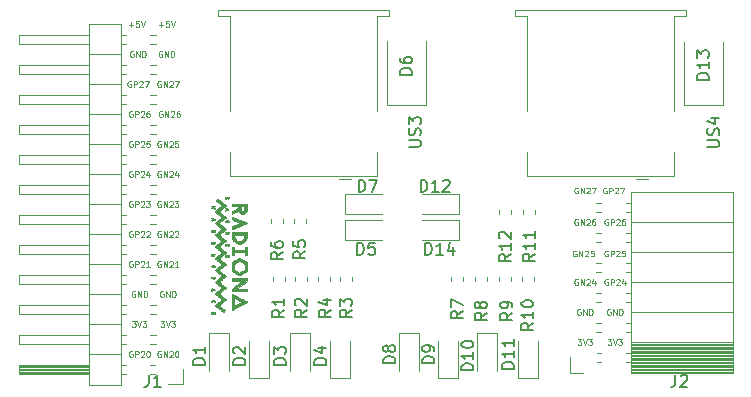
<source format=gbr>
G04 #@! TF.GenerationSoftware,KiCad,Pcbnew,5.0.2+dfsg1-1*
G04 #@! TF.CreationDate,2019-12-14T00:12:12+01:00*
G04 #@! TF.ProjectId,USB,5553422e-6b69-4636-9164-5f7063625858,rev?*
G04 #@! TF.SameCoordinates,Original*
G04 #@! TF.FileFunction,Legend,Top*
G04 #@! TF.FilePolarity,Positive*
%FSLAX46Y46*%
G04 Gerber Fmt 4.6, Leading zero omitted, Abs format (unit mm)*
G04 Created by KiCad (PCBNEW 5.0.2+dfsg1-1) date Sat 14 Dec 2019 12:12:12 AM CET*
%MOMM*%
%LPD*%
G01*
G04 APERTURE LIST*
%ADD10C,0.125000*%
%ADD11C,0.010000*%
%ADD12C,0.120000*%
%ADD13C,0.150000*%
G04 APERTURE END LIST*
D10*
X123229761Y-106430000D02*
X123182142Y-106406190D01*
X123110714Y-106406190D01*
X123039285Y-106430000D01*
X122991666Y-106477619D01*
X122967857Y-106525238D01*
X122944047Y-106620476D01*
X122944047Y-106691904D01*
X122967857Y-106787142D01*
X122991666Y-106834761D01*
X123039285Y-106882380D01*
X123110714Y-106906190D01*
X123158333Y-106906190D01*
X123229761Y-106882380D01*
X123253571Y-106858571D01*
X123253571Y-106691904D01*
X123158333Y-106691904D01*
X123467857Y-106906190D02*
X123467857Y-106406190D01*
X123658333Y-106406190D01*
X123705952Y-106430000D01*
X123729761Y-106453809D01*
X123753571Y-106501428D01*
X123753571Y-106572857D01*
X123729761Y-106620476D01*
X123705952Y-106644285D01*
X123658333Y-106668095D01*
X123467857Y-106668095D01*
X123944047Y-106453809D02*
X123967857Y-106430000D01*
X124015476Y-106406190D01*
X124134523Y-106406190D01*
X124182142Y-106430000D01*
X124205952Y-106453809D01*
X124229761Y-106501428D01*
X124229761Y-106549047D01*
X124205952Y-106620476D01*
X123920238Y-106906190D01*
X124229761Y-106906190D01*
X124539285Y-106406190D02*
X124586904Y-106406190D01*
X124634523Y-106430000D01*
X124658333Y-106453809D01*
X124682142Y-106501428D01*
X124705952Y-106596666D01*
X124705952Y-106715714D01*
X124682142Y-106810952D01*
X124658333Y-106858571D01*
X124634523Y-106882380D01*
X124586904Y-106906190D01*
X124539285Y-106906190D01*
X124491666Y-106882380D01*
X124467857Y-106858571D01*
X124444047Y-106810952D01*
X124420238Y-106715714D01*
X124420238Y-106596666D01*
X124444047Y-106501428D01*
X124467857Y-106453809D01*
X124491666Y-106430000D01*
X124539285Y-106406190D01*
X125630857Y-106430000D02*
X125583238Y-106406190D01*
X125511809Y-106406190D01*
X125440380Y-106430000D01*
X125392761Y-106477619D01*
X125368952Y-106525238D01*
X125345142Y-106620476D01*
X125345142Y-106691904D01*
X125368952Y-106787142D01*
X125392761Y-106834761D01*
X125440380Y-106882380D01*
X125511809Y-106906190D01*
X125559428Y-106906190D01*
X125630857Y-106882380D01*
X125654666Y-106858571D01*
X125654666Y-106691904D01*
X125559428Y-106691904D01*
X125868952Y-106906190D02*
X125868952Y-106406190D01*
X126154666Y-106906190D01*
X126154666Y-106406190D01*
X126368952Y-106453809D02*
X126392761Y-106430000D01*
X126440380Y-106406190D01*
X126559428Y-106406190D01*
X126607047Y-106430000D01*
X126630857Y-106453809D01*
X126654666Y-106501428D01*
X126654666Y-106549047D01*
X126630857Y-106620476D01*
X126345142Y-106906190D01*
X126654666Y-106906190D01*
X126964190Y-106406190D02*
X127011809Y-106406190D01*
X127059428Y-106430000D01*
X127083238Y-106453809D01*
X127107047Y-106501428D01*
X127130857Y-106596666D01*
X127130857Y-106715714D01*
X127107047Y-106810952D01*
X127083238Y-106858571D01*
X127059428Y-106882380D01*
X127011809Y-106906190D01*
X126964190Y-106906190D01*
X126916571Y-106882380D01*
X126892761Y-106858571D01*
X126868952Y-106810952D01*
X126845142Y-106715714D01*
X126845142Y-106596666D01*
X126868952Y-106501428D01*
X126892761Y-106453809D01*
X126916571Y-106430000D01*
X126964190Y-106406190D01*
X123205952Y-103866190D02*
X123515476Y-103866190D01*
X123348809Y-104056666D01*
X123420238Y-104056666D01*
X123467857Y-104080476D01*
X123491666Y-104104285D01*
X123515476Y-104151904D01*
X123515476Y-104270952D01*
X123491666Y-104318571D01*
X123467857Y-104342380D01*
X123420238Y-104366190D01*
X123277380Y-104366190D01*
X123229761Y-104342380D01*
X123205952Y-104318571D01*
X123658333Y-103866190D02*
X123825000Y-104366190D01*
X123991666Y-103866190D01*
X124110714Y-103866190D02*
X124420238Y-103866190D01*
X124253571Y-104056666D01*
X124325000Y-104056666D01*
X124372619Y-104080476D01*
X124396428Y-104104285D01*
X124420238Y-104151904D01*
X124420238Y-104270952D01*
X124396428Y-104318571D01*
X124372619Y-104342380D01*
X124325000Y-104366190D01*
X124182142Y-104366190D01*
X124134523Y-104342380D01*
X124110714Y-104318571D01*
X125618952Y-103866190D02*
X125928476Y-103866190D01*
X125761809Y-104056666D01*
X125833238Y-104056666D01*
X125880857Y-104080476D01*
X125904666Y-104104285D01*
X125928476Y-104151904D01*
X125928476Y-104270952D01*
X125904666Y-104318571D01*
X125880857Y-104342380D01*
X125833238Y-104366190D01*
X125690380Y-104366190D01*
X125642761Y-104342380D01*
X125618952Y-104318571D01*
X126071333Y-103866190D02*
X126238000Y-104366190D01*
X126404666Y-103866190D01*
X126523714Y-103866190D02*
X126833238Y-103866190D01*
X126666571Y-104056666D01*
X126738000Y-104056666D01*
X126785619Y-104080476D01*
X126809428Y-104104285D01*
X126833238Y-104151904D01*
X126833238Y-104270952D01*
X126809428Y-104318571D01*
X126785619Y-104342380D01*
X126738000Y-104366190D01*
X126595142Y-104366190D01*
X126547523Y-104342380D01*
X126523714Y-104318571D01*
X123444047Y-101350000D02*
X123396428Y-101326190D01*
X123325000Y-101326190D01*
X123253571Y-101350000D01*
X123205952Y-101397619D01*
X123182142Y-101445238D01*
X123158333Y-101540476D01*
X123158333Y-101611904D01*
X123182142Y-101707142D01*
X123205952Y-101754761D01*
X123253571Y-101802380D01*
X123325000Y-101826190D01*
X123372619Y-101826190D01*
X123444047Y-101802380D01*
X123467857Y-101778571D01*
X123467857Y-101611904D01*
X123372619Y-101611904D01*
X123682142Y-101826190D02*
X123682142Y-101326190D01*
X123967857Y-101826190D01*
X123967857Y-101326190D01*
X124205952Y-101826190D02*
X124205952Y-101326190D01*
X124325000Y-101326190D01*
X124396428Y-101350000D01*
X124444047Y-101397619D01*
X124467857Y-101445238D01*
X124491666Y-101540476D01*
X124491666Y-101611904D01*
X124467857Y-101707142D01*
X124444047Y-101754761D01*
X124396428Y-101802380D01*
X124325000Y-101826190D01*
X124205952Y-101826190D01*
X125857047Y-101350000D02*
X125809428Y-101326190D01*
X125738000Y-101326190D01*
X125666571Y-101350000D01*
X125618952Y-101397619D01*
X125595142Y-101445238D01*
X125571333Y-101540476D01*
X125571333Y-101611904D01*
X125595142Y-101707142D01*
X125618952Y-101754761D01*
X125666571Y-101802380D01*
X125738000Y-101826190D01*
X125785619Y-101826190D01*
X125857047Y-101802380D01*
X125880857Y-101778571D01*
X125880857Y-101611904D01*
X125785619Y-101611904D01*
X126095142Y-101826190D02*
X126095142Y-101326190D01*
X126380857Y-101826190D01*
X126380857Y-101326190D01*
X126618952Y-101826190D02*
X126618952Y-101326190D01*
X126738000Y-101326190D01*
X126809428Y-101350000D01*
X126857047Y-101397619D01*
X126880857Y-101445238D01*
X126904666Y-101540476D01*
X126904666Y-101611904D01*
X126880857Y-101707142D01*
X126857047Y-101754761D01*
X126809428Y-101802380D01*
X126738000Y-101826190D01*
X126618952Y-101826190D01*
X125630857Y-98810000D02*
X125583238Y-98786190D01*
X125511809Y-98786190D01*
X125440380Y-98810000D01*
X125392761Y-98857619D01*
X125368952Y-98905238D01*
X125345142Y-99000476D01*
X125345142Y-99071904D01*
X125368952Y-99167142D01*
X125392761Y-99214761D01*
X125440380Y-99262380D01*
X125511809Y-99286190D01*
X125559428Y-99286190D01*
X125630857Y-99262380D01*
X125654666Y-99238571D01*
X125654666Y-99071904D01*
X125559428Y-99071904D01*
X125868952Y-99286190D02*
X125868952Y-98786190D01*
X126154666Y-99286190D01*
X126154666Y-98786190D01*
X126368952Y-98833809D02*
X126392761Y-98810000D01*
X126440380Y-98786190D01*
X126559428Y-98786190D01*
X126607047Y-98810000D01*
X126630857Y-98833809D01*
X126654666Y-98881428D01*
X126654666Y-98929047D01*
X126630857Y-99000476D01*
X126345142Y-99286190D01*
X126654666Y-99286190D01*
X127130857Y-99286190D02*
X126845142Y-99286190D01*
X126988000Y-99286190D02*
X126988000Y-98786190D01*
X126940380Y-98857619D01*
X126892761Y-98905238D01*
X126845142Y-98929047D01*
X123229761Y-98810000D02*
X123182142Y-98786190D01*
X123110714Y-98786190D01*
X123039285Y-98810000D01*
X122991666Y-98857619D01*
X122967857Y-98905238D01*
X122944047Y-99000476D01*
X122944047Y-99071904D01*
X122967857Y-99167142D01*
X122991666Y-99214761D01*
X123039285Y-99262380D01*
X123110714Y-99286190D01*
X123158333Y-99286190D01*
X123229761Y-99262380D01*
X123253571Y-99238571D01*
X123253571Y-99071904D01*
X123158333Y-99071904D01*
X123467857Y-99286190D02*
X123467857Y-98786190D01*
X123658333Y-98786190D01*
X123705952Y-98810000D01*
X123729761Y-98833809D01*
X123753571Y-98881428D01*
X123753571Y-98952857D01*
X123729761Y-99000476D01*
X123705952Y-99024285D01*
X123658333Y-99048095D01*
X123467857Y-99048095D01*
X123944047Y-98833809D02*
X123967857Y-98810000D01*
X124015476Y-98786190D01*
X124134523Y-98786190D01*
X124182142Y-98810000D01*
X124205952Y-98833809D01*
X124229761Y-98881428D01*
X124229761Y-98929047D01*
X124205952Y-99000476D01*
X123920238Y-99286190D01*
X124229761Y-99286190D01*
X124705952Y-99286190D02*
X124420238Y-99286190D01*
X124563095Y-99286190D02*
X124563095Y-98786190D01*
X124515476Y-98857619D01*
X124467857Y-98905238D01*
X124420238Y-98929047D01*
X123229761Y-96270000D02*
X123182142Y-96246190D01*
X123110714Y-96246190D01*
X123039285Y-96270000D01*
X122991666Y-96317619D01*
X122967857Y-96365238D01*
X122944047Y-96460476D01*
X122944047Y-96531904D01*
X122967857Y-96627142D01*
X122991666Y-96674761D01*
X123039285Y-96722380D01*
X123110714Y-96746190D01*
X123158333Y-96746190D01*
X123229761Y-96722380D01*
X123253571Y-96698571D01*
X123253571Y-96531904D01*
X123158333Y-96531904D01*
X123467857Y-96746190D02*
X123467857Y-96246190D01*
X123658333Y-96246190D01*
X123705952Y-96270000D01*
X123729761Y-96293809D01*
X123753571Y-96341428D01*
X123753571Y-96412857D01*
X123729761Y-96460476D01*
X123705952Y-96484285D01*
X123658333Y-96508095D01*
X123467857Y-96508095D01*
X123944047Y-96293809D02*
X123967857Y-96270000D01*
X124015476Y-96246190D01*
X124134523Y-96246190D01*
X124182142Y-96270000D01*
X124205952Y-96293809D01*
X124229761Y-96341428D01*
X124229761Y-96389047D01*
X124205952Y-96460476D01*
X123920238Y-96746190D01*
X124229761Y-96746190D01*
X124420238Y-96293809D02*
X124444047Y-96270000D01*
X124491666Y-96246190D01*
X124610714Y-96246190D01*
X124658333Y-96270000D01*
X124682142Y-96293809D01*
X124705952Y-96341428D01*
X124705952Y-96389047D01*
X124682142Y-96460476D01*
X124396428Y-96746190D01*
X124705952Y-96746190D01*
X125630857Y-96270000D02*
X125583238Y-96246190D01*
X125511809Y-96246190D01*
X125440380Y-96270000D01*
X125392761Y-96317619D01*
X125368952Y-96365238D01*
X125345142Y-96460476D01*
X125345142Y-96531904D01*
X125368952Y-96627142D01*
X125392761Y-96674761D01*
X125440380Y-96722380D01*
X125511809Y-96746190D01*
X125559428Y-96746190D01*
X125630857Y-96722380D01*
X125654666Y-96698571D01*
X125654666Y-96531904D01*
X125559428Y-96531904D01*
X125868952Y-96746190D02*
X125868952Y-96246190D01*
X126154666Y-96746190D01*
X126154666Y-96246190D01*
X126368952Y-96293809D02*
X126392761Y-96270000D01*
X126440380Y-96246190D01*
X126559428Y-96246190D01*
X126607047Y-96270000D01*
X126630857Y-96293809D01*
X126654666Y-96341428D01*
X126654666Y-96389047D01*
X126630857Y-96460476D01*
X126345142Y-96746190D01*
X126654666Y-96746190D01*
X126845142Y-96293809D02*
X126868952Y-96270000D01*
X126916571Y-96246190D01*
X127035619Y-96246190D01*
X127083238Y-96270000D01*
X127107047Y-96293809D01*
X127130857Y-96341428D01*
X127130857Y-96389047D01*
X127107047Y-96460476D01*
X126821333Y-96746190D01*
X127130857Y-96746190D01*
X123229761Y-93730000D02*
X123182142Y-93706190D01*
X123110714Y-93706190D01*
X123039285Y-93730000D01*
X122991666Y-93777619D01*
X122967857Y-93825238D01*
X122944047Y-93920476D01*
X122944047Y-93991904D01*
X122967857Y-94087142D01*
X122991666Y-94134761D01*
X123039285Y-94182380D01*
X123110714Y-94206190D01*
X123158333Y-94206190D01*
X123229761Y-94182380D01*
X123253571Y-94158571D01*
X123253571Y-93991904D01*
X123158333Y-93991904D01*
X123467857Y-94206190D02*
X123467857Y-93706190D01*
X123658333Y-93706190D01*
X123705952Y-93730000D01*
X123729761Y-93753809D01*
X123753571Y-93801428D01*
X123753571Y-93872857D01*
X123729761Y-93920476D01*
X123705952Y-93944285D01*
X123658333Y-93968095D01*
X123467857Y-93968095D01*
X123944047Y-93753809D02*
X123967857Y-93730000D01*
X124015476Y-93706190D01*
X124134523Y-93706190D01*
X124182142Y-93730000D01*
X124205952Y-93753809D01*
X124229761Y-93801428D01*
X124229761Y-93849047D01*
X124205952Y-93920476D01*
X123920238Y-94206190D01*
X124229761Y-94206190D01*
X124396428Y-93706190D02*
X124705952Y-93706190D01*
X124539285Y-93896666D01*
X124610714Y-93896666D01*
X124658333Y-93920476D01*
X124682142Y-93944285D01*
X124705952Y-93991904D01*
X124705952Y-94110952D01*
X124682142Y-94158571D01*
X124658333Y-94182380D01*
X124610714Y-94206190D01*
X124467857Y-94206190D01*
X124420238Y-94182380D01*
X124396428Y-94158571D01*
X125630857Y-93730000D02*
X125583238Y-93706190D01*
X125511809Y-93706190D01*
X125440380Y-93730000D01*
X125392761Y-93777619D01*
X125368952Y-93825238D01*
X125345142Y-93920476D01*
X125345142Y-93991904D01*
X125368952Y-94087142D01*
X125392761Y-94134761D01*
X125440380Y-94182380D01*
X125511809Y-94206190D01*
X125559428Y-94206190D01*
X125630857Y-94182380D01*
X125654666Y-94158571D01*
X125654666Y-93991904D01*
X125559428Y-93991904D01*
X125868952Y-94206190D02*
X125868952Y-93706190D01*
X126154666Y-94206190D01*
X126154666Y-93706190D01*
X126368952Y-93753809D02*
X126392761Y-93730000D01*
X126440380Y-93706190D01*
X126559428Y-93706190D01*
X126607047Y-93730000D01*
X126630857Y-93753809D01*
X126654666Y-93801428D01*
X126654666Y-93849047D01*
X126630857Y-93920476D01*
X126345142Y-94206190D01*
X126654666Y-94206190D01*
X126821333Y-93706190D02*
X127130857Y-93706190D01*
X126964190Y-93896666D01*
X127035619Y-93896666D01*
X127083238Y-93920476D01*
X127107047Y-93944285D01*
X127130857Y-93991904D01*
X127130857Y-94110952D01*
X127107047Y-94158571D01*
X127083238Y-94182380D01*
X127035619Y-94206190D01*
X126892761Y-94206190D01*
X126845142Y-94182380D01*
X126821333Y-94158571D01*
X123229761Y-91190000D02*
X123182142Y-91166190D01*
X123110714Y-91166190D01*
X123039285Y-91190000D01*
X122991666Y-91237619D01*
X122967857Y-91285238D01*
X122944047Y-91380476D01*
X122944047Y-91451904D01*
X122967857Y-91547142D01*
X122991666Y-91594761D01*
X123039285Y-91642380D01*
X123110714Y-91666190D01*
X123158333Y-91666190D01*
X123229761Y-91642380D01*
X123253571Y-91618571D01*
X123253571Y-91451904D01*
X123158333Y-91451904D01*
X123467857Y-91666190D02*
X123467857Y-91166190D01*
X123658333Y-91166190D01*
X123705952Y-91190000D01*
X123729761Y-91213809D01*
X123753571Y-91261428D01*
X123753571Y-91332857D01*
X123729761Y-91380476D01*
X123705952Y-91404285D01*
X123658333Y-91428095D01*
X123467857Y-91428095D01*
X123944047Y-91213809D02*
X123967857Y-91190000D01*
X124015476Y-91166190D01*
X124134523Y-91166190D01*
X124182142Y-91190000D01*
X124205952Y-91213809D01*
X124229761Y-91261428D01*
X124229761Y-91309047D01*
X124205952Y-91380476D01*
X123920238Y-91666190D01*
X124229761Y-91666190D01*
X124658333Y-91332857D02*
X124658333Y-91666190D01*
X124539285Y-91142380D02*
X124420238Y-91499523D01*
X124729761Y-91499523D01*
X125630857Y-91190000D02*
X125583238Y-91166190D01*
X125511809Y-91166190D01*
X125440380Y-91190000D01*
X125392761Y-91237619D01*
X125368952Y-91285238D01*
X125345142Y-91380476D01*
X125345142Y-91451904D01*
X125368952Y-91547142D01*
X125392761Y-91594761D01*
X125440380Y-91642380D01*
X125511809Y-91666190D01*
X125559428Y-91666190D01*
X125630857Y-91642380D01*
X125654666Y-91618571D01*
X125654666Y-91451904D01*
X125559428Y-91451904D01*
X125868952Y-91666190D02*
X125868952Y-91166190D01*
X126154666Y-91666190D01*
X126154666Y-91166190D01*
X126368952Y-91213809D02*
X126392761Y-91190000D01*
X126440380Y-91166190D01*
X126559428Y-91166190D01*
X126607047Y-91190000D01*
X126630857Y-91213809D01*
X126654666Y-91261428D01*
X126654666Y-91309047D01*
X126630857Y-91380476D01*
X126345142Y-91666190D01*
X126654666Y-91666190D01*
X127083238Y-91332857D02*
X127083238Y-91666190D01*
X126964190Y-91142380D02*
X126845142Y-91499523D01*
X127154666Y-91499523D01*
X125630857Y-88650000D02*
X125583238Y-88626190D01*
X125511809Y-88626190D01*
X125440380Y-88650000D01*
X125392761Y-88697619D01*
X125368952Y-88745238D01*
X125345142Y-88840476D01*
X125345142Y-88911904D01*
X125368952Y-89007142D01*
X125392761Y-89054761D01*
X125440380Y-89102380D01*
X125511809Y-89126190D01*
X125559428Y-89126190D01*
X125630857Y-89102380D01*
X125654666Y-89078571D01*
X125654666Y-88911904D01*
X125559428Y-88911904D01*
X125868952Y-89126190D02*
X125868952Y-88626190D01*
X126154666Y-89126190D01*
X126154666Y-88626190D01*
X126368952Y-88673809D02*
X126392761Y-88650000D01*
X126440380Y-88626190D01*
X126559428Y-88626190D01*
X126607047Y-88650000D01*
X126630857Y-88673809D01*
X126654666Y-88721428D01*
X126654666Y-88769047D01*
X126630857Y-88840476D01*
X126345142Y-89126190D01*
X126654666Y-89126190D01*
X127107047Y-88626190D02*
X126868952Y-88626190D01*
X126845142Y-88864285D01*
X126868952Y-88840476D01*
X126916571Y-88816666D01*
X127035619Y-88816666D01*
X127083238Y-88840476D01*
X127107047Y-88864285D01*
X127130857Y-88911904D01*
X127130857Y-89030952D01*
X127107047Y-89078571D01*
X127083238Y-89102380D01*
X127035619Y-89126190D01*
X126916571Y-89126190D01*
X126868952Y-89102380D01*
X126845142Y-89078571D01*
X123229761Y-88650000D02*
X123182142Y-88626190D01*
X123110714Y-88626190D01*
X123039285Y-88650000D01*
X122991666Y-88697619D01*
X122967857Y-88745238D01*
X122944047Y-88840476D01*
X122944047Y-88911904D01*
X122967857Y-89007142D01*
X122991666Y-89054761D01*
X123039285Y-89102380D01*
X123110714Y-89126190D01*
X123158333Y-89126190D01*
X123229761Y-89102380D01*
X123253571Y-89078571D01*
X123253571Y-88911904D01*
X123158333Y-88911904D01*
X123467857Y-89126190D02*
X123467857Y-88626190D01*
X123658333Y-88626190D01*
X123705952Y-88650000D01*
X123729761Y-88673809D01*
X123753571Y-88721428D01*
X123753571Y-88792857D01*
X123729761Y-88840476D01*
X123705952Y-88864285D01*
X123658333Y-88888095D01*
X123467857Y-88888095D01*
X123944047Y-88673809D02*
X123967857Y-88650000D01*
X124015476Y-88626190D01*
X124134523Y-88626190D01*
X124182142Y-88650000D01*
X124205952Y-88673809D01*
X124229761Y-88721428D01*
X124229761Y-88769047D01*
X124205952Y-88840476D01*
X123920238Y-89126190D01*
X124229761Y-89126190D01*
X124682142Y-88626190D02*
X124444047Y-88626190D01*
X124420238Y-88864285D01*
X124444047Y-88840476D01*
X124491666Y-88816666D01*
X124610714Y-88816666D01*
X124658333Y-88840476D01*
X124682142Y-88864285D01*
X124705952Y-88911904D01*
X124705952Y-89030952D01*
X124682142Y-89078571D01*
X124658333Y-89102380D01*
X124610714Y-89126190D01*
X124491666Y-89126190D01*
X124444047Y-89102380D01*
X124420238Y-89078571D01*
X125757857Y-86110000D02*
X125710238Y-86086190D01*
X125638809Y-86086190D01*
X125567380Y-86110000D01*
X125519761Y-86157619D01*
X125495952Y-86205238D01*
X125472142Y-86300476D01*
X125472142Y-86371904D01*
X125495952Y-86467142D01*
X125519761Y-86514761D01*
X125567380Y-86562380D01*
X125638809Y-86586190D01*
X125686428Y-86586190D01*
X125757857Y-86562380D01*
X125781666Y-86538571D01*
X125781666Y-86371904D01*
X125686428Y-86371904D01*
X125995952Y-86586190D02*
X125995952Y-86086190D01*
X126281666Y-86586190D01*
X126281666Y-86086190D01*
X126495952Y-86133809D02*
X126519761Y-86110000D01*
X126567380Y-86086190D01*
X126686428Y-86086190D01*
X126734047Y-86110000D01*
X126757857Y-86133809D01*
X126781666Y-86181428D01*
X126781666Y-86229047D01*
X126757857Y-86300476D01*
X126472142Y-86586190D01*
X126781666Y-86586190D01*
X127210238Y-86086190D02*
X127115000Y-86086190D01*
X127067380Y-86110000D01*
X127043571Y-86133809D01*
X126995952Y-86205238D01*
X126972142Y-86300476D01*
X126972142Y-86490952D01*
X126995952Y-86538571D01*
X127019761Y-86562380D01*
X127067380Y-86586190D01*
X127162619Y-86586190D01*
X127210238Y-86562380D01*
X127234047Y-86538571D01*
X127257857Y-86490952D01*
X127257857Y-86371904D01*
X127234047Y-86324285D01*
X127210238Y-86300476D01*
X127162619Y-86276666D01*
X127067380Y-86276666D01*
X127019761Y-86300476D01*
X126995952Y-86324285D01*
X126972142Y-86371904D01*
X123229761Y-86110000D02*
X123182142Y-86086190D01*
X123110714Y-86086190D01*
X123039285Y-86110000D01*
X122991666Y-86157619D01*
X122967857Y-86205238D01*
X122944047Y-86300476D01*
X122944047Y-86371904D01*
X122967857Y-86467142D01*
X122991666Y-86514761D01*
X123039285Y-86562380D01*
X123110714Y-86586190D01*
X123158333Y-86586190D01*
X123229761Y-86562380D01*
X123253571Y-86538571D01*
X123253571Y-86371904D01*
X123158333Y-86371904D01*
X123467857Y-86586190D02*
X123467857Y-86086190D01*
X123658333Y-86086190D01*
X123705952Y-86110000D01*
X123729761Y-86133809D01*
X123753571Y-86181428D01*
X123753571Y-86252857D01*
X123729761Y-86300476D01*
X123705952Y-86324285D01*
X123658333Y-86348095D01*
X123467857Y-86348095D01*
X123944047Y-86133809D02*
X123967857Y-86110000D01*
X124015476Y-86086190D01*
X124134523Y-86086190D01*
X124182142Y-86110000D01*
X124205952Y-86133809D01*
X124229761Y-86181428D01*
X124229761Y-86229047D01*
X124205952Y-86300476D01*
X123920238Y-86586190D01*
X124229761Y-86586190D01*
X124658333Y-86086190D02*
X124563095Y-86086190D01*
X124515476Y-86110000D01*
X124491666Y-86133809D01*
X124444047Y-86205238D01*
X124420238Y-86300476D01*
X124420238Y-86490952D01*
X124444047Y-86538571D01*
X124467857Y-86562380D01*
X124515476Y-86586190D01*
X124610714Y-86586190D01*
X124658333Y-86562380D01*
X124682142Y-86538571D01*
X124705952Y-86490952D01*
X124705952Y-86371904D01*
X124682142Y-86324285D01*
X124658333Y-86300476D01*
X124610714Y-86276666D01*
X124515476Y-86276666D01*
X124467857Y-86300476D01*
X124444047Y-86324285D01*
X124420238Y-86371904D01*
X125630857Y-83570000D02*
X125583238Y-83546190D01*
X125511809Y-83546190D01*
X125440380Y-83570000D01*
X125392761Y-83617619D01*
X125368952Y-83665238D01*
X125345142Y-83760476D01*
X125345142Y-83831904D01*
X125368952Y-83927142D01*
X125392761Y-83974761D01*
X125440380Y-84022380D01*
X125511809Y-84046190D01*
X125559428Y-84046190D01*
X125630857Y-84022380D01*
X125654666Y-83998571D01*
X125654666Y-83831904D01*
X125559428Y-83831904D01*
X125868952Y-84046190D02*
X125868952Y-83546190D01*
X126154666Y-84046190D01*
X126154666Y-83546190D01*
X126368952Y-83593809D02*
X126392761Y-83570000D01*
X126440380Y-83546190D01*
X126559428Y-83546190D01*
X126607047Y-83570000D01*
X126630857Y-83593809D01*
X126654666Y-83641428D01*
X126654666Y-83689047D01*
X126630857Y-83760476D01*
X126345142Y-84046190D01*
X126654666Y-84046190D01*
X126821333Y-83546190D02*
X127154666Y-83546190D01*
X126940380Y-84046190D01*
X123102761Y-83570000D02*
X123055142Y-83546190D01*
X122983714Y-83546190D01*
X122912285Y-83570000D01*
X122864666Y-83617619D01*
X122840857Y-83665238D01*
X122817047Y-83760476D01*
X122817047Y-83831904D01*
X122840857Y-83927142D01*
X122864666Y-83974761D01*
X122912285Y-84022380D01*
X122983714Y-84046190D01*
X123031333Y-84046190D01*
X123102761Y-84022380D01*
X123126571Y-83998571D01*
X123126571Y-83831904D01*
X123031333Y-83831904D01*
X123340857Y-84046190D02*
X123340857Y-83546190D01*
X123531333Y-83546190D01*
X123578952Y-83570000D01*
X123602761Y-83593809D01*
X123626571Y-83641428D01*
X123626571Y-83712857D01*
X123602761Y-83760476D01*
X123578952Y-83784285D01*
X123531333Y-83808095D01*
X123340857Y-83808095D01*
X123817047Y-83593809D02*
X123840857Y-83570000D01*
X123888476Y-83546190D01*
X124007523Y-83546190D01*
X124055142Y-83570000D01*
X124078952Y-83593809D01*
X124102761Y-83641428D01*
X124102761Y-83689047D01*
X124078952Y-83760476D01*
X123793238Y-84046190D01*
X124102761Y-84046190D01*
X124269428Y-83546190D02*
X124602761Y-83546190D01*
X124388476Y-84046190D01*
X123317047Y-81030000D02*
X123269428Y-81006190D01*
X123198000Y-81006190D01*
X123126571Y-81030000D01*
X123078952Y-81077619D01*
X123055142Y-81125238D01*
X123031333Y-81220476D01*
X123031333Y-81291904D01*
X123055142Y-81387142D01*
X123078952Y-81434761D01*
X123126571Y-81482380D01*
X123198000Y-81506190D01*
X123245619Y-81506190D01*
X123317047Y-81482380D01*
X123340857Y-81458571D01*
X123340857Y-81291904D01*
X123245619Y-81291904D01*
X123555142Y-81506190D02*
X123555142Y-81006190D01*
X123840857Y-81506190D01*
X123840857Y-81006190D01*
X124078952Y-81506190D02*
X124078952Y-81006190D01*
X124198000Y-81006190D01*
X124269428Y-81030000D01*
X124317047Y-81077619D01*
X124340857Y-81125238D01*
X124364666Y-81220476D01*
X124364666Y-81291904D01*
X124340857Y-81387142D01*
X124317047Y-81434761D01*
X124269428Y-81482380D01*
X124198000Y-81506190D01*
X124078952Y-81506190D01*
X125730047Y-81030000D02*
X125682428Y-81006190D01*
X125611000Y-81006190D01*
X125539571Y-81030000D01*
X125491952Y-81077619D01*
X125468142Y-81125238D01*
X125444333Y-81220476D01*
X125444333Y-81291904D01*
X125468142Y-81387142D01*
X125491952Y-81434761D01*
X125539571Y-81482380D01*
X125611000Y-81506190D01*
X125658619Y-81506190D01*
X125730047Y-81482380D01*
X125753857Y-81458571D01*
X125753857Y-81291904D01*
X125658619Y-81291904D01*
X125968142Y-81506190D02*
X125968142Y-81006190D01*
X126253857Y-81506190D01*
X126253857Y-81006190D01*
X126491952Y-81506190D02*
X126491952Y-81006190D01*
X126611000Y-81006190D01*
X126682428Y-81030000D01*
X126730047Y-81077619D01*
X126753857Y-81125238D01*
X126777666Y-81220476D01*
X126777666Y-81291904D01*
X126753857Y-81387142D01*
X126730047Y-81434761D01*
X126682428Y-81482380D01*
X126611000Y-81506190D01*
X126491952Y-81506190D01*
X125468142Y-78775714D02*
X125849095Y-78775714D01*
X125658619Y-78966190D02*
X125658619Y-78585238D01*
X126325285Y-78466190D02*
X126087190Y-78466190D01*
X126063380Y-78704285D01*
X126087190Y-78680476D01*
X126134809Y-78656666D01*
X126253857Y-78656666D01*
X126301476Y-78680476D01*
X126325285Y-78704285D01*
X126349095Y-78751904D01*
X126349095Y-78870952D01*
X126325285Y-78918571D01*
X126301476Y-78942380D01*
X126253857Y-78966190D01*
X126134809Y-78966190D01*
X126087190Y-78942380D01*
X126063380Y-78918571D01*
X126491952Y-78466190D02*
X126658619Y-78966190D01*
X126825285Y-78466190D01*
X122928142Y-78775714D02*
X123309095Y-78775714D01*
X123118619Y-78966190D02*
X123118619Y-78585238D01*
X123785285Y-78466190D02*
X123547190Y-78466190D01*
X123523380Y-78704285D01*
X123547190Y-78680476D01*
X123594809Y-78656666D01*
X123713857Y-78656666D01*
X123761476Y-78680476D01*
X123785285Y-78704285D01*
X123809095Y-78751904D01*
X123809095Y-78870952D01*
X123785285Y-78918571D01*
X123761476Y-78942380D01*
X123713857Y-78966190D01*
X123594809Y-78966190D01*
X123547190Y-78942380D01*
X123523380Y-78918571D01*
X123951952Y-78466190D02*
X124118619Y-78966190D01*
X124285285Y-78466190D01*
X160936857Y-95254000D02*
X160889238Y-95230190D01*
X160817809Y-95230190D01*
X160746380Y-95254000D01*
X160698761Y-95301619D01*
X160674952Y-95349238D01*
X160651142Y-95444476D01*
X160651142Y-95515904D01*
X160674952Y-95611142D01*
X160698761Y-95658761D01*
X160746380Y-95706380D01*
X160817809Y-95730190D01*
X160865428Y-95730190D01*
X160936857Y-95706380D01*
X160960666Y-95682571D01*
X160960666Y-95515904D01*
X160865428Y-95515904D01*
X161174952Y-95730190D02*
X161174952Y-95230190D01*
X161460666Y-95730190D01*
X161460666Y-95230190D01*
X161674952Y-95277809D02*
X161698761Y-95254000D01*
X161746380Y-95230190D01*
X161865428Y-95230190D01*
X161913047Y-95254000D01*
X161936857Y-95277809D01*
X161960666Y-95325428D01*
X161960666Y-95373047D01*
X161936857Y-95444476D01*
X161651142Y-95730190D01*
X161960666Y-95730190D01*
X162389238Y-95230190D02*
X162294000Y-95230190D01*
X162246380Y-95254000D01*
X162222571Y-95277809D01*
X162174952Y-95349238D01*
X162151142Y-95444476D01*
X162151142Y-95634952D01*
X162174952Y-95682571D01*
X162198761Y-95706380D01*
X162246380Y-95730190D01*
X162341619Y-95730190D01*
X162389238Y-95706380D01*
X162413047Y-95682571D01*
X162436857Y-95634952D01*
X162436857Y-95515904D01*
X162413047Y-95468285D01*
X162389238Y-95444476D01*
X162341619Y-95420666D01*
X162246380Y-95420666D01*
X162198761Y-95444476D01*
X162174952Y-95468285D01*
X162151142Y-95515904D01*
X163488761Y-95254000D02*
X163441142Y-95230190D01*
X163369714Y-95230190D01*
X163298285Y-95254000D01*
X163250666Y-95301619D01*
X163226857Y-95349238D01*
X163203047Y-95444476D01*
X163203047Y-95515904D01*
X163226857Y-95611142D01*
X163250666Y-95658761D01*
X163298285Y-95706380D01*
X163369714Y-95730190D01*
X163417333Y-95730190D01*
X163488761Y-95706380D01*
X163512571Y-95682571D01*
X163512571Y-95515904D01*
X163417333Y-95515904D01*
X163726857Y-95730190D02*
X163726857Y-95230190D01*
X163917333Y-95230190D01*
X163964952Y-95254000D01*
X163988761Y-95277809D01*
X164012571Y-95325428D01*
X164012571Y-95396857D01*
X163988761Y-95444476D01*
X163964952Y-95468285D01*
X163917333Y-95492095D01*
X163726857Y-95492095D01*
X164203047Y-95277809D02*
X164226857Y-95254000D01*
X164274476Y-95230190D01*
X164393523Y-95230190D01*
X164441142Y-95254000D01*
X164464952Y-95277809D01*
X164488761Y-95325428D01*
X164488761Y-95373047D01*
X164464952Y-95444476D01*
X164179238Y-95730190D01*
X164488761Y-95730190D01*
X164917333Y-95230190D02*
X164822095Y-95230190D01*
X164774476Y-95254000D01*
X164750666Y-95277809D01*
X164703047Y-95349238D01*
X164679238Y-95444476D01*
X164679238Y-95634952D01*
X164703047Y-95682571D01*
X164726857Y-95706380D01*
X164774476Y-95730190D01*
X164869714Y-95730190D01*
X164917333Y-95706380D01*
X164941142Y-95682571D01*
X164964952Y-95634952D01*
X164964952Y-95515904D01*
X164941142Y-95468285D01*
X164917333Y-95444476D01*
X164869714Y-95420666D01*
X164774476Y-95420666D01*
X164726857Y-95444476D01*
X164703047Y-95468285D01*
X164679238Y-95515904D01*
X160809857Y-97921000D02*
X160762238Y-97897190D01*
X160690809Y-97897190D01*
X160619380Y-97921000D01*
X160571761Y-97968619D01*
X160547952Y-98016238D01*
X160524142Y-98111476D01*
X160524142Y-98182904D01*
X160547952Y-98278142D01*
X160571761Y-98325761D01*
X160619380Y-98373380D01*
X160690809Y-98397190D01*
X160738428Y-98397190D01*
X160809857Y-98373380D01*
X160833666Y-98349571D01*
X160833666Y-98182904D01*
X160738428Y-98182904D01*
X161047952Y-98397190D02*
X161047952Y-97897190D01*
X161333666Y-98397190D01*
X161333666Y-97897190D01*
X161547952Y-97944809D02*
X161571761Y-97921000D01*
X161619380Y-97897190D01*
X161738428Y-97897190D01*
X161786047Y-97921000D01*
X161809857Y-97944809D01*
X161833666Y-97992428D01*
X161833666Y-98040047D01*
X161809857Y-98111476D01*
X161524142Y-98397190D01*
X161833666Y-98397190D01*
X162286047Y-97897190D02*
X162047952Y-97897190D01*
X162024142Y-98135285D01*
X162047952Y-98111476D01*
X162095571Y-98087666D01*
X162214619Y-98087666D01*
X162262238Y-98111476D01*
X162286047Y-98135285D01*
X162309857Y-98182904D01*
X162309857Y-98301952D01*
X162286047Y-98349571D01*
X162262238Y-98373380D01*
X162214619Y-98397190D01*
X162095571Y-98397190D01*
X162047952Y-98373380D01*
X162024142Y-98349571D01*
X163488761Y-97921000D02*
X163441142Y-97897190D01*
X163369714Y-97897190D01*
X163298285Y-97921000D01*
X163250666Y-97968619D01*
X163226857Y-98016238D01*
X163203047Y-98111476D01*
X163203047Y-98182904D01*
X163226857Y-98278142D01*
X163250666Y-98325761D01*
X163298285Y-98373380D01*
X163369714Y-98397190D01*
X163417333Y-98397190D01*
X163488761Y-98373380D01*
X163512571Y-98349571D01*
X163512571Y-98182904D01*
X163417333Y-98182904D01*
X163726857Y-98397190D02*
X163726857Y-97897190D01*
X163917333Y-97897190D01*
X163964952Y-97921000D01*
X163988761Y-97944809D01*
X164012571Y-97992428D01*
X164012571Y-98063857D01*
X163988761Y-98111476D01*
X163964952Y-98135285D01*
X163917333Y-98159095D01*
X163726857Y-98159095D01*
X164203047Y-97944809D02*
X164226857Y-97921000D01*
X164274476Y-97897190D01*
X164393523Y-97897190D01*
X164441142Y-97921000D01*
X164464952Y-97944809D01*
X164488761Y-97992428D01*
X164488761Y-98040047D01*
X164464952Y-98111476D01*
X164179238Y-98397190D01*
X164488761Y-98397190D01*
X164941142Y-97897190D02*
X164703047Y-97897190D01*
X164679238Y-98135285D01*
X164703047Y-98111476D01*
X164750666Y-98087666D01*
X164869714Y-98087666D01*
X164917333Y-98111476D01*
X164941142Y-98135285D01*
X164964952Y-98182904D01*
X164964952Y-98301952D01*
X164941142Y-98349571D01*
X164917333Y-98373380D01*
X164869714Y-98397190D01*
X164750666Y-98397190D01*
X164703047Y-98373380D01*
X164679238Y-98349571D01*
X160936857Y-100334000D02*
X160889238Y-100310190D01*
X160817809Y-100310190D01*
X160746380Y-100334000D01*
X160698761Y-100381619D01*
X160674952Y-100429238D01*
X160651142Y-100524476D01*
X160651142Y-100595904D01*
X160674952Y-100691142D01*
X160698761Y-100738761D01*
X160746380Y-100786380D01*
X160817809Y-100810190D01*
X160865428Y-100810190D01*
X160936857Y-100786380D01*
X160960666Y-100762571D01*
X160960666Y-100595904D01*
X160865428Y-100595904D01*
X161174952Y-100810190D02*
X161174952Y-100310190D01*
X161460666Y-100810190D01*
X161460666Y-100310190D01*
X161674952Y-100357809D02*
X161698761Y-100334000D01*
X161746380Y-100310190D01*
X161865428Y-100310190D01*
X161913047Y-100334000D01*
X161936857Y-100357809D01*
X161960666Y-100405428D01*
X161960666Y-100453047D01*
X161936857Y-100524476D01*
X161651142Y-100810190D01*
X161960666Y-100810190D01*
X162389238Y-100476857D02*
X162389238Y-100810190D01*
X162270190Y-100286380D02*
X162151142Y-100643523D01*
X162460666Y-100643523D01*
X163488761Y-100334000D02*
X163441142Y-100310190D01*
X163369714Y-100310190D01*
X163298285Y-100334000D01*
X163250666Y-100381619D01*
X163226857Y-100429238D01*
X163203047Y-100524476D01*
X163203047Y-100595904D01*
X163226857Y-100691142D01*
X163250666Y-100738761D01*
X163298285Y-100786380D01*
X163369714Y-100810190D01*
X163417333Y-100810190D01*
X163488761Y-100786380D01*
X163512571Y-100762571D01*
X163512571Y-100595904D01*
X163417333Y-100595904D01*
X163726857Y-100810190D02*
X163726857Y-100310190D01*
X163917333Y-100310190D01*
X163964952Y-100334000D01*
X163988761Y-100357809D01*
X164012571Y-100405428D01*
X164012571Y-100476857D01*
X163988761Y-100524476D01*
X163964952Y-100548285D01*
X163917333Y-100572095D01*
X163726857Y-100572095D01*
X164203047Y-100357809D02*
X164226857Y-100334000D01*
X164274476Y-100310190D01*
X164393523Y-100310190D01*
X164441142Y-100334000D01*
X164464952Y-100357809D01*
X164488761Y-100405428D01*
X164488761Y-100453047D01*
X164464952Y-100524476D01*
X164179238Y-100810190D01*
X164488761Y-100810190D01*
X164917333Y-100476857D02*
X164917333Y-100810190D01*
X164798285Y-100286380D02*
X164679238Y-100643523D01*
X164988761Y-100643523D01*
X160924952Y-105390190D02*
X161234476Y-105390190D01*
X161067809Y-105580666D01*
X161139238Y-105580666D01*
X161186857Y-105604476D01*
X161210666Y-105628285D01*
X161234476Y-105675904D01*
X161234476Y-105794952D01*
X161210666Y-105842571D01*
X161186857Y-105866380D01*
X161139238Y-105890190D01*
X160996380Y-105890190D01*
X160948761Y-105866380D01*
X160924952Y-105842571D01*
X161377333Y-105390190D02*
X161544000Y-105890190D01*
X161710666Y-105390190D01*
X161829714Y-105390190D02*
X162139238Y-105390190D01*
X161972571Y-105580666D01*
X162044000Y-105580666D01*
X162091619Y-105604476D01*
X162115428Y-105628285D01*
X162139238Y-105675904D01*
X162139238Y-105794952D01*
X162115428Y-105842571D01*
X162091619Y-105866380D01*
X162044000Y-105890190D01*
X161901142Y-105890190D01*
X161853523Y-105866380D01*
X161829714Y-105842571D01*
X161163047Y-102874000D02*
X161115428Y-102850190D01*
X161044000Y-102850190D01*
X160972571Y-102874000D01*
X160924952Y-102921619D01*
X160901142Y-102969238D01*
X160877333Y-103064476D01*
X160877333Y-103135904D01*
X160901142Y-103231142D01*
X160924952Y-103278761D01*
X160972571Y-103326380D01*
X161044000Y-103350190D01*
X161091619Y-103350190D01*
X161163047Y-103326380D01*
X161186857Y-103302571D01*
X161186857Y-103135904D01*
X161091619Y-103135904D01*
X161401142Y-103350190D02*
X161401142Y-102850190D01*
X161686857Y-103350190D01*
X161686857Y-102850190D01*
X161924952Y-103350190D02*
X161924952Y-102850190D01*
X162044000Y-102850190D01*
X162115428Y-102874000D01*
X162163047Y-102921619D01*
X162186857Y-102969238D01*
X162210666Y-103064476D01*
X162210666Y-103135904D01*
X162186857Y-103231142D01*
X162163047Y-103278761D01*
X162115428Y-103326380D01*
X162044000Y-103350190D01*
X161924952Y-103350190D01*
X163464952Y-105390190D02*
X163774476Y-105390190D01*
X163607809Y-105580666D01*
X163679238Y-105580666D01*
X163726857Y-105604476D01*
X163750666Y-105628285D01*
X163774476Y-105675904D01*
X163774476Y-105794952D01*
X163750666Y-105842571D01*
X163726857Y-105866380D01*
X163679238Y-105890190D01*
X163536380Y-105890190D01*
X163488761Y-105866380D01*
X163464952Y-105842571D01*
X163917333Y-105390190D02*
X164084000Y-105890190D01*
X164250666Y-105390190D01*
X164369714Y-105390190D02*
X164679238Y-105390190D01*
X164512571Y-105580666D01*
X164584000Y-105580666D01*
X164631619Y-105604476D01*
X164655428Y-105628285D01*
X164679238Y-105675904D01*
X164679238Y-105794952D01*
X164655428Y-105842571D01*
X164631619Y-105866380D01*
X164584000Y-105890190D01*
X164441142Y-105890190D01*
X164393523Y-105866380D01*
X164369714Y-105842571D01*
X163703047Y-102874000D02*
X163655428Y-102850190D01*
X163584000Y-102850190D01*
X163512571Y-102874000D01*
X163464952Y-102921619D01*
X163441142Y-102969238D01*
X163417333Y-103064476D01*
X163417333Y-103135904D01*
X163441142Y-103231142D01*
X163464952Y-103278761D01*
X163512571Y-103326380D01*
X163584000Y-103350190D01*
X163631619Y-103350190D01*
X163703047Y-103326380D01*
X163726857Y-103302571D01*
X163726857Y-103135904D01*
X163631619Y-103135904D01*
X163941142Y-103350190D02*
X163941142Y-102850190D01*
X164226857Y-103350190D01*
X164226857Y-102850190D01*
X164464952Y-103350190D02*
X164464952Y-102850190D01*
X164584000Y-102850190D01*
X164655428Y-102874000D01*
X164703047Y-102921619D01*
X164726857Y-102969238D01*
X164750666Y-103064476D01*
X164750666Y-103135904D01*
X164726857Y-103231142D01*
X164703047Y-103278761D01*
X164655428Y-103326380D01*
X164584000Y-103350190D01*
X164464952Y-103350190D01*
X163361761Y-92587000D02*
X163314142Y-92563190D01*
X163242714Y-92563190D01*
X163171285Y-92587000D01*
X163123666Y-92634619D01*
X163099857Y-92682238D01*
X163076047Y-92777476D01*
X163076047Y-92848904D01*
X163099857Y-92944142D01*
X163123666Y-92991761D01*
X163171285Y-93039380D01*
X163242714Y-93063190D01*
X163290333Y-93063190D01*
X163361761Y-93039380D01*
X163385571Y-93015571D01*
X163385571Y-92848904D01*
X163290333Y-92848904D01*
X163599857Y-93063190D02*
X163599857Y-92563190D01*
X163790333Y-92563190D01*
X163837952Y-92587000D01*
X163861761Y-92610809D01*
X163885571Y-92658428D01*
X163885571Y-92729857D01*
X163861761Y-92777476D01*
X163837952Y-92801285D01*
X163790333Y-92825095D01*
X163599857Y-92825095D01*
X164076047Y-92610809D02*
X164099857Y-92587000D01*
X164147476Y-92563190D01*
X164266523Y-92563190D01*
X164314142Y-92587000D01*
X164337952Y-92610809D01*
X164361761Y-92658428D01*
X164361761Y-92706047D01*
X164337952Y-92777476D01*
X164052238Y-93063190D01*
X164361761Y-93063190D01*
X164528428Y-92563190D02*
X164861761Y-92563190D01*
X164647476Y-93063190D01*
X160936857Y-92587000D02*
X160889238Y-92563190D01*
X160817809Y-92563190D01*
X160746380Y-92587000D01*
X160698761Y-92634619D01*
X160674952Y-92682238D01*
X160651142Y-92777476D01*
X160651142Y-92848904D01*
X160674952Y-92944142D01*
X160698761Y-92991761D01*
X160746380Y-93039380D01*
X160817809Y-93063190D01*
X160865428Y-93063190D01*
X160936857Y-93039380D01*
X160960666Y-93015571D01*
X160960666Y-92848904D01*
X160865428Y-92848904D01*
X161174952Y-93063190D02*
X161174952Y-92563190D01*
X161460666Y-93063190D01*
X161460666Y-92563190D01*
X161674952Y-92610809D02*
X161698761Y-92587000D01*
X161746380Y-92563190D01*
X161865428Y-92563190D01*
X161913047Y-92587000D01*
X161936857Y-92610809D01*
X161960666Y-92658428D01*
X161960666Y-92706047D01*
X161936857Y-92777476D01*
X161651142Y-93063190D01*
X161960666Y-93063190D01*
X162127333Y-92563190D02*
X162460666Y-92563190D01*
X162246380Y-93063190D01*
D11*
G04 #@! TO.C,G\002A\002A\002A*
G36*
X132950125Y-102245065D02*
X132925128Y-102259098D01*
X132885577Y-102280724D01*
X132833198Y-102309030D01*
X132769718Y-102343104D01*
X132696862Y-102382036D01*
X132616356Y-102424913D01*
X132529928Y-102470823D01*
X132439304Y-102518856D01*
X132346209Y-102568098D01*
X132252371Y-102617640D01*
X132159515Y-102666568D01*
X132069368Y-102713972D01*
X131983656Y-102758939D01*
X131904106Y-102800558D01*
X131832443Y-102837917D01*
X131770395Y-102870105D01*
X131719687Y-102896210D01*
X131682046Y-102915320D01*
X131659198Y-102926524D01*
X131652977Y-102929164D01*
X131650024Y-102927844D01*
X131647480Y-102921586D01*
X131645315Y-102909034D01*
X131643500Y-102888832D01*
X131642005Y-102859623D01*
X131640802Y-102820052D01*
X131639860Y-102768761D01*
X131639150Y-102704396D01*
X131638643Y-102625598D01*
X131638310Y-102531013D01*
X131638120Y-102419285D01*
X131638045Y-102289055D01*
X131638040Y-102240080D01*
X131638100Y-102101238D01*
X131638294Y-101981448D01*
X131638647Y-101879440D01*
X131639185Y-101793945D01*
X131639931Y-101723695D01*
X131640911Y-101667421D01*
X131642150Y-101623854D01*
X131643671Y-101591726D01*
X131645499Y-101569767D01*
X131647659Y-101556709D01*
X131650177Y-101551284D01*
X131651434Y-101550995D01*
X131663180Y-101556329D01*
X131690907Y-101570166D01*
X131732888Y-101591597D01*
X131787397Y-101619712D01*
X131852708Y-101653602D01*
X131859020Y-101656890D01*
X131859020Y-101912225D01*
X131857164Y-101922968D01*
X131855471Y-101951582D01*
X131853999Y-101995619D01*
X131852803Y-102052632D01*
X131851942Y-102120172D01*
X131851472Y-102195791D01*
X131851400Y-102240080D01*
X131851631Y-102319127D01*
X131852283Y-102391461D01*
X131853302Y-102454633D01*
X131854629Y-102506189D01*
X131856207Y-102543679D01*
X131857981Y-102564651D01*
X131859020Y-102568258D01*
X131868840Y-102564346D01*
X131893943Y-102552025D01*
X131931793Y-102532654D01*
X131979856Y-102507592D01*
X132035596Y-102478198D01*
X132096477Y-102445829D01*
X132159963Y-102411846D01*
X132223521Y-102377606D01*
X132284613Y-102344469D01*
X132340705Y-102313793D01*
X132389260Y-102286936D01*
X132427745Y-102265257D01*
X132453622Y-102250116D01*
X132459156Y-102246661D01*
X132455605Y-102239894D01*
X132435806Y-102225185D01*
X132399387Y-102202311D01*
X132345976Y-102171049D01*
X132275202Y-102131177D01*
X132186692Y-102082471D01*
X132169596Y-102073156D01*
X132097758Y-102034293D01*
X132031560Y-101998921D01*
X131973115Y-101968135D01*
X131924533Y-101943030D01*
X131887928Y-101924700D01*
X131865411Y-101914240D01*
X131859020Y-101912225D01*
X131859020Y-101656890D01*
X131927095Y-101692358D01*
X132008830Y-101735071D01*
X132096187Y-101780831D01*
X132187441Y-101828730D01*
X132280865Y-101877858D01*
X132374732Y-101927306D01*
X132467315Y-101976165D01*
X132556889Y-102023525D01*
X132641728Y-102068478D01*
X132720104Y-102110113D01*
X132790291Y-102147523D01*
X132850564Y-102179798D01*
X132899195Y-102206028D01*
X132934458Y-102225304D01*
X132954627Y-102236718D01*
X132958841Y-102239535D01*
X132950125Y-102245065D01*
X132950125Y-102245065D01*
G37*
X132950125Y-102245065D02*
X132925128Y-102259098D01*
X132885577Y-102280724D01*
X132833198Y-102309030D01*
X132769718Y-102343104D01*
X132696862Y-102382036D01*
X132616356Y-102424913D01*
X132529928Y-102470823D01*
X132439304Y-102518856D01*
X132346209Y-102568098D01*
X132252371Y-102617640D01*
X132159515Y-102666568D01*
X132069368Y-102713972D01*
X131983656Y-102758939D01*
X131904106Y-102800558D01*
X131832443Y-102837917D01*
X131770395Y-102870105D01*
X131719687Y-102896210D01*
X131682046Y-102915320D01*
X131659198Y-102926524D01*
X131652977Y-102929164D01*
X131650024Y-102927844D01*
X131647480Y-102921586D01*
X131645315Y-102909034D01*
X131643500Y-102888832D01*
X131642005Y-102859623D01*
X131640802Y-102820052D01*
X131639860Y-102768761D01*
X131639150Y-102704396D01*
X131638643Y-102625598D01*
X131638310Y-102531013D01*
X131638120Y-102419285D01*
X131638045Y-102289055D01*
X131638040Y-102240080D01*
X131638100Y-102101238D01*
X131638294Y-101981448D01*
X131638647Y-101879440D01*
X131639185Y-101793945D01*
X131639931Y-101723695D01*
X131640911Y-101667421D01*
X131642150Y-101623854D01*
X131643671Y-101591726D01*
X131645499Y-101569767D01*
X131647659Y-101556709D01*
X131650177Y-101551284D01*
X131651434Y-101550995D01*
X131663180Y-101556329D01*
X131690907Y-101570166D01*
X131732888Y-101591597D01*
X131787397Y-101619712D01*
X131852708Y-101653602D01*
X131859020Y-101656890D01*
X131859020Y-101912225D01*
X131857164Y-101922968D01*
X131855471Y-101951582D01*
X131853999Y-101995619D01*
X131852803Y-102052632D01*
X131851942Y-102120172D01*
X131851472Y-102195791D01*
X131851400Y-102240080D01*
X131851631Y-102319127D01*
X131852283Y-102391461D01*
X131853302Y-102454633D01*
X131854629Y-102506189D01*
X131856207Y-102543679D01*
X131857981Y-102564651D01*
X131859020Y-102568258D01*
X131868840Y-102564346D01*
X131893943Y-102552025D01*
X131931793Y-102532654D01*
X131979856Y-102507592D01*
X132035596Y-102478198D01*
X132096477Y-102445829D01*
X132159963Y-102411846D01*
X132223521Y-102377606D01*
X132284613Y-102344469D01*
X132340705Y-102313793D01*
X132389260Y-102286936D01*
X132427745Y-102265257D01*
X132453622Y-102250116D01*
X132459156Y-102246661D01*
X132455605Y-102239894D01*
X132435806Y-102225185D01*
X132399387Y-102202311D01*
X132345976Y-102171049D01*
X132275202Y-102131177D01*
X132186692Y-102082471D01*
X132169596Y-102073156D01*
X132097758Y-102034293D01*
X132031560Y-101998921D01*
X131973115Y-101968135D01*
X131924533Y-101943030D01*
X131887928Y-101924700D01*
X131865411Y-101914240D01*
X131859020Y-101912225D01*
X131859020Y-101656890D01*
X131927095Y-101692358D01*
X132008830Y-101735071D01*
X132096187Y-101780831D01*
X132187441Y-101828730D01*
X132280865Y-101877858D01*
X132374732Y-101927306D01*
X132467315Y-101976165D01*
X132556889Y-102023525D01*
X132641728Y-102068478D01*
X132720104Y-102110113D01*
X132790291Y-102147523D01*
X132850564Y-102179798D01*
X132899195Y-102206028D01*
X132934458Y-102225304D01*
X132954627Y-102236718D01*
X132958841Y-102239535D01*
X132950125Y-102245065D01*
G36*
X132936313Y-100362214D02*
X132933440Y-100475709D01*
X132476240Y-100796554D01*
X132019040Y-101117400D01*
X132478780Y-101120043D01*
X132938520Y-101122687D01*
X132938520Y-101335840D01*
X131638040Y-101335840D01*
X131638040Y-101117062D01*
X132095487Y-100797191D01*
X132552933Y-100477320D01*
X132095487Y-100474676D01*
X131638040Y-100472032D01*
X131638040Y-100248720D01*
X132939186Y-100248720D01*
X132936313Y-100362214D01*
X132936313Y-100362214D01*
G37*
X132936313Y-100362214D02*
X132933440Y-100475709D01*
X132476240Y-100796554D01*
X132019040Y-101117400D01*
X132478780Y-101120043D01*
X132938520Y-101122687D01*
X132938520Y-101335840D01*
X131638040Y-101335840D01*
X131638040Y-101117062D01*
X132095487Y-100797191D01*
X132552933Y-100477320D01*
X132095487Y-100474676D01*
X131638040Y-100472032D01*
X131638040Y-100248720D01*
X132939186Y-100248720D01*
X132936313Y-100362214D01*
G36*
X132626100Y-99818221D02*
X132553025Y-99860255D01*
X132484880Y-99898850D01*
X132423803Y-99932841D01*
X132371933Y-99961065D01*
X132331405Y-99982356D01*
X132304358Y-99995549D01*
X132293360Y-99999537D01*
X132280108Y-99994670D01*
X132251428Y-99980706D01*
X132209444Y-99958793D01*
X132156280Y-99930076D01*
X132094059Y-99895701D01*
X132024903Y-99856814D01*
X131955540Y-99817209D01*
X131638040Y-99634618D01*
X131638198Y-99258409D01*
X131638355Y-98882200D01*
X131961690Y-98696780D01*
X132035543Y-98654538D01*
X132103862Y-98615675D01*
X132164643Y-98581314D01*
X132215882Y-98552579D01*
X132255575Y-98530593D01*
X132281718Y-98516479D01*
X132291941Y-98511540D01*
X132291941Y-98756879D01*
X132211371Y-98803201D01*
X132172794Y-98825399D01*
X132122337Y-98854461D01*
X132065719Y-98887092D01*
X132008658Y-98919997D01*
X131990925Y-98930227D01*
X131851049Y-99010932D01*
X131853765Y-99261194D01*
X131856480Y-99511456D01*
X132074571Y-99635959D01*
X132292662Y-99760461D01*
X132323491Y-99742557D01*
X132341507Y-99732158D01*
X132373975Y-99713478D01*
X132417718Y-99688343D01*
X132469560Y-99658578D01*
X132526325Y-99626007D01*
X132539612Y-99618386D01*
X132724903Y-99512120D01*
X132724723Y-99258120D01*
X132724544Y-99004120D01*
X132555352Y-98907600D01*
X132498798Y-98875325D01*
X132444983Y-98844592D01*
X132397706Y-98817571D01*
X132360762Y-98796432D01*
X132339051Y-98783979D01*
X132291941Y-98756879D01*
X132291941Y-98511540D01*
X132292309Y-98511362D01*
X132292355Y-98511360D01*
X132302540Y-98516269D01*
X132328288Y-98530240D01*
X132367590Y-98552137D01*
X132418433Y-98580826D01*
X132478805Y-98615171D01*
X132546695Y-98654038D01*
X132619104Y-98695721D01*
X132938520Y-98880082D01*
X132938520Y-99637168D01*
X132626100Y-99818221D01*
X132626100Y-99818221D01*
G37*
X132626100Y-99818221D02*
X132553025Y-99860255D01*
X132484880Y-99898850D01*
X132423803Y-99932841D01*
X132371933Y-99961065D01*
X132331405Y-99982356D01*
X132304358Y-99995549D01*
X132293360Y-99999537D01*
X132280108Y-99994670D01*
X132251428Y-99980706D01*
X132209444Y-99958793D01*
X132156280Y-99930076D01*
X132094059Y-99895701D01*
X132024903Y-99856814D01*
X131955540Y-99817209D01*
X131638040Y-99634618D01*
X131638198Y-99258409D01*
X131638355Y-98882200D01*
X131961690Y-98696780D01*
X132035543Y-98654538D01*
X132103862Y-98615675D01*
X132164643Y-98581314D01*
X132215882Y-98552579D01*
X132255575Y-98530593D01*
X132281718Y-98516479D01*
X132291941Y-98511540D01*
X132291941Y-98756879D01*
X132211371Y-98803201D01*
X132172794Y-98825399D01*
X132122337Y-98854461D01*
X132065719Y-98887092D01*
X132008658Y-98919997D01*
X131990925Y-98930227D01*
X131851049Y-99010932D01*
X131853765Y-99261194D01*
X131856480Y-99511456D01*
X132074571Y-99635959D01*
X132292662Y-99760461D01*
X132323491Y-99742557D01*
X132341507Y-99732158D01*
X132373975Y-99713478D01*
X132417718Y-99688343D01*
X132469560Y-99658578D01*
X132526325Y-99626007D01*
X132539612Y-99618386D01*
X132724903Y-99512120D01*
X132724723Y-99258120D01*
X132724544Y-99004120D01*
X132555352Y-98907600D01*
X132498798Y-98875325D01*
X132444983Y-98844592D01*
X132397706Y-98817571D01*
X132360762Y-98796432D01*
X132339051Y-98783979D01*
X132291941Y-98756879D01*
X132291941Y-98511540D01*
X132292309Y-98511362D01*
X132292355Y-98511360D01*
X132302540Y-98516269D01*
X132328288Y-98530240D01*
X132367590Y-98552137D01*
X132418433Y-98580826D01*
X132478805Y-98615171D01*
X132546695Y-98654038D01*
X132619104Y-98695721D01*
X132938520Y-98880082D01*
X132938520Y-99637168D01*
X132626100Y-99818221D01*
G36*
X132725160Y-98308160D02*
X132725160Y-98044000D01*
X131861560Y-98044000D01*
X131861560Y-98308160D01*
X131638040Y-98308160D01*
X131638040Y-97555632D01*
X131856480Y-97561400D01*
X131862168Y-97820480D01*
X132725160Y-97820480D01*
X132725160Y-97556320D01*
X132938520Y-97556320D01*
X132938520Y-98308160D01*
X132725160Y-98308160D01*
X132725160Y-98308160D01*
G37*
X132725160Y-98308160D02*
X132725160Y-98044000D01*
X131861560Y-98044000D01*
X131861560Y-98308160D01*
X131638040Y-98308160D01*
X131638040Y-97555632D01*
X131856480Y-97561400D01*
X131862168Y-97820480D01*
X132725160Y-97820480D01*
X132725160Y-97556320D01*
X132938520Y-97556320D01*
X132938520Y-98308160D01*
X132725160Y-98308160D01*
G36*
X132935686Y-96522540D02*
X132932321Y-96604144D01*
X132927538Y-96669739D01*
X132920897Y-96723611D01*
X132911960Y-96770046D01*
X132909193Y-96781483D01*
X132870187Y-96904967D01*
X132819492Y-97012985D01*
X132757459Y-97105047D01*
X132684438Y-97180665D01*
X132600782Y-97239348D01*
X132568771Y-97255930D01*
X132509591Y-97281090D01*
X132453046Y-97297965D01*
X132392577Y-97307861D01*
X132321629Y-97312083D01*
X132284835Y-97312480D01*
X132169712Y-97304405D01*
X132066476Y-97279989D01*
X131974555Y-97238944D01*
X131893377Y-97180983D01*
X131822370Y-97105815D01*
X131792204Y-97064246D01*
X131742976Y-96981268D01*
X131704495Y-96894267D01*
X131675831Y-96799846D01*
X131656055Y-96694611D01*
X131644236Y-96575164D01*
X131641138Y-96512380D01*
X131635194Y-96347280D01*
X132291902Y-96347280D01*
X132291902Y-96560640D01*
X131858643Y-96560640D01*
X131865213Y-96631335D01*
X131871929Y-96677601D01*
X131883271Y-96731406D01*
X131896804Y-96781231D01*
X131897043Y-96781991D01*
X131935395Y-96877807D01*
X131984457Y-96956386D01*
X132044200Y-97017705D01*
X132114598Y-97061739D01*
X132195622Y-97088465D01*
X132263809Y-97097162D01*
X132357152Y-97093285D01*
X132441055Y-97071610D01*
X132515066Y-97032563D01*
X132578730Y-96976571D01*
X132631595Y-96904061D01*
X132673207Y-96815459D01*
X132703112Y-96711192D01*
X132709619Y-96677579D01*
X132716604Y-96636030D01*
X132721962Y-96601316D01*
X132724869Y-96578902D01*
X132725160Y-96574549D01*
X132722287Y-96571098D01*
X132712569Y-96568247D01*
X132694365Y-96565942D01*
X132666031Y-96564132D01*
X132625922Y-96562762D01*
X132572395Y-96561782D01*
X132503807Y-96561137D01*
X132418515Y-96560775D01*
X132314874Y-96560643D01*
X132291902Y-96560640D01*
X132291902Y-96347280D01*
X132941080Y-96347280D01*
X132935686Y-96522540D01*
X132935686Y-96522540D01*
G37*
X132935686Y-96522540D02*
X132932321Y-96604144D01*
X132927538Y-96669739D01*
X132920897Y-96723611D01*
X132911960Y-96770046D01*
X132909193Y-96781483D01*
X132870187Y-96904967D01*
X132819492Y-97012985D01*
X132757459Y-97105047D01*
X132684438Y-97180665D01*
X132600782Y-97239348D01*
X132568771Y-97255930D01*
X132509591Y-97281090D01*
X132453046Y-97297965D01*
X132392577Y-97307861D01*
X132321629Y-97312083D01*
X132284835Y-97312480D01*
X132169712Y-97304405D01*
X132066476Y-97279989D01*
X131974555Y-97238944D01*
X131893377Y-97180983D01*
X131822370Y-97105815D01*
X131792204Y-97064246D01*
X131742976Y-96981268D01*
X131704495Y-96894267D01*
X131675831Y-96799846D01*
X131656055Y-96694611D01*
X131644236Y-96575164D01*
X131641138Y-96512380D01*
X131635194Y-96347280D01*
X132291902Y-96347280D01*
X132291902Y-96560640D01*
X131858643Y-96560640D01*
X131865213Y-96631335D01*
X131871929Y-96677601D01*
X131883271Y-96731406D01*
X131896804Y-96781231D01*
X131897043Y-96781991D01*
X131935395Y-96877807D01*
X131984457Y-96956386D01*
X132044200Y-97017705D01*
X132114598Y-97061739D01*
X132195622Y-97088465D01*
X132263809Y-97097162D01*
X132357152Y-97093285D01*
X132441055Y-97071610D01*
X132515066Y-97032563D01*
X132578730Y-96976571D01*
X132631595Y-96904061D01*
X132673207Y-96815459D01*
X132703112Y-96711192D01*
X132709619Y-96677579D01*
X132716604Y-96636030D01*
X132721962Y-96601316D01*
X132724869Y-96578902D01*
X132725160Y-96574549D01*
X132722287Y-96571098D01*
X132712569Y-96568247D01*
X132694365Y-96565942D01*
X132666031Y-96564132D01*
X132625922Y-96562762D01*
X132572395Y-96561782D01*
X132503807Y-96561137D01*
X132418515Y-96560775D01*
X132314874Y-96560643D01*
X132291902Y-96560640D01*
X132291902Y-96347280D01*
X132941080Y-96347280D01*
X132935686Y-96522540D01*
G36*
X132949883Y-95568617D02*
X132938520Y-95573422D01*
X132924800Y-95578945D01*
X132893964Y-95591471D01*
X132847704Y-95610312D01*
X132787709Y-95634776D01*
X132715673Y-95664174D01*
X132633285Y-95697815D01*
X132542237Y-95735010D01*
X132444220Y-95775067D01*
X132340925Y-95817297D01*
X132328920Y-95822206D01*
X132224128Y-95865045D01*
X132123638Y-95906102D01*
X132029248Y-95944642D01*
X131942757Y-95979932D01*
X131865963Y-96011240D01*
X131800665Y-96037833D01*
X131748662Y-96058975D01*
X131711753Y-96073936D01*
X131691735Y-96081981D01*
X131691068Y-96082244D01*
X131637415Y-96103389D01*
X131640268Y-95980487D01*
X131643120Y-95857584D01*
X131995493Y-95713653D01*
X132075149Y-95681023D01*
X132148825Y-95650664D01*
X132214413Y-95623458D01*
X132269805Y-95600287D01*
X132312893Y-95582034D01*
X132341572Y-95569579D01*
X132353732Y-95563805D01*
X132353951Y-95563635D01*
X132347006Y-95558080D01*
X132324008Y-95546338D01*
X132287793Y-95529712D01*
X132241197Y-95509505D01*
X132189539Y-95488035D01*
X132120781Y-95459990D01*
X132040743Y-95427325D01*
X131956953Y-95393113D01*
X131876938Y-95360429D01*
X131831080Y-95341688D01*
X131643120Y-95264854D01*
X131640258Y-95145667D01*
X131639852Y-95097921D01*
X131640966Y-95059694D01*
X131643402Y-95034671D01*
X131646658Y-95026480D01*
X131657289Y-95030200D01*
X131684858Y-95040855D01*
X131727496Y-95057686D01*
X131783335Y-95079936D01*
X131850506Y-95106846D01*
X131927140Y-95137657D01*
X132011368Y-95171612D01*
X132101321Y-95207952D01*
X132195130Y-95245919D01*
X132290926Y-95284755D01*
X132386840Y-95323702D01*
X132481004Y-95362000D01*
X132571548Y-95398892D01*
X132656604Y-95433620D01*
X132734302Y-95465426D01*
X132802775Y-95493550D01*
X132860152Y-95517235D01*
X132904564Y-95535723D01*
X132934144Y-95548255D01*
X132946990Y-95554055D01*
X132956728Y-95561842D01*
X132949883Y-95568617D01*
X132949883Y-95568617D01*
G37*
X132949883Y-95568617D02*
X132938520Y-95573422D01*
X132924800Y-95578945D01*
X132893964Y-95591471D01*
X132847704Y-95610312D01*
X132787709Y-95634776D01*
X132715673Y-95664174D01*
X132633285Y-95697815D01*
X132542237Y-95735010D01*
X132444220Y-95775067D01*
X132340925Y-95817297D01*
X132328920Y-95822206D01*
X132224128Y-95865045D01*
X132123638Y-95906102D01*
X132029248Y-95944642D01*
X131942757Y-95979932D01*
X131865963Y-96011240D01*
X131800665Y-96037833D01*
X131748662Y-96058975D01*
X131711753Y-96073936D01*
X131691735Y-96081981D01*
X131691068Y-96082244D01*
X131637415Y-96103389D01*
X131640268Y-95980487D01*
X131643120Y-95857584D01*
X131995493Y-95713653D01*
X132075149Y-95681023D01*
X132148825Y-95650664D01*
X132214413Y-95623458D01*
X132269805Y-95600287D01*
X132312893Y-95582034D01*
X132341572Y-95569579D01*
X132353732Y-95563805D01*
X132353951Y-95563635D01*
X132347006Y-95558080D01*
X132324008Y-95546338D01*
X132287793Y-95529712D01*
X132241197Y-95509505D01*
X132189539Y-95488035D01*
X132120781Y-95459990D01*
X132040743Y-95427325D01*
X131956953Y-95393113D01*
X131876938Y-95360429D01*
X131831080Y-95341688D01*
X131643120Y-95264854D01*
X131640258Y-95145667D01*
X131639852Y-95097921D01*
X131640966Y-95059694D01*
X131643402Y-95034671D01*
X131646658Y-95026480D01*
X131657289Y-95030200D01*
X131684858Y-95040855D01*
X131727496Y-95057686D01*
X131783335Y-95079936D01*
X131850506Y-95106846D01*
X131927140Y-95137657D01*
X132011368Y-95171612D01*
X132101321Y-95207952D01*
X132195130Y-95245919D01*
X132290926Y-95284755D01*
X132386840Y-95323702D01*
X132481004Y-95362000D01*
X132571548Y-95398892D01*
X132656604Y-95433620D01*
X132734302Y-95465426D01*
X132802775Y-95493550D01*
X132860152Y-95517235D01*
X132904564Y-95535723D01*
X132934144Y-95548255D01*
X132946990Y-95554055D01*
X132956728Y-95561842D01*
X132949883Y-95568617D01*
G36*
X132938140Y-94255677D02*
X132936713Y-94328460D01*
X132933812Y-94387413D01*
X132929010Y-94435778D01*
X132921877Y-94476794D01*
X132911986Y-94513703D01*
X132898910Y-94549745D01*
X132882973Y-94586516D01*
X132846441Y-94646003D01*
X132795696Y-94700341D01*
X132736820Y-94743341D01*
X132720080Y-94752322D01*
X132693772Y-94764028D01*
X132668299Y-94771462D01*
X132637832Y-94775555D01*
X132596543Y-94777238D01*
X132562600Y-94777480D01*
X132512406Y-94776990D01*
X132476479Y-94774744D01*
X132448781Y-94769703D01*
X132423273Y-94760833D01*
X132398409Y-94749317D01*
X132331314Y-94705171D01*
X132275750Y-94644455D01*
X132242745Y-94589964D01*
X132227719Y-94562131D01*
X132215919Y-94543549D01*
X132211124Y-94538800D01*
X132200810Y-94542898D01*
X132174383Y-94554495D01*
X132134163Y-94572541D01*
X132082473Y-94595985D01*
X132021633Y-94623779D01*
X131953966Y-94654871D01*
X131930268Y-94665800D01*
X131860665Y-94697792D01*
X131796944Y-94726828D01*
X131741460Y-94751855D01*
X131696568Y-94771819D01*
X131664622Y-94785668D01*
X131647977Y-94792348D01*
X131646251Y-94792800D01*
X131643002Y-94783315D01*
X131640795Y-94757528D01*
X131639834Y-94719439D01*
X131640258Y-94675638D01*
X131643120Y-94558477D01*
X131912360Y-94434194D01*
X132181600Y-94309912D01*
X132181600Y-94137480D01*
X131638040Y-94132068D01*
X131638040Y-93919040D01*
X132400040Y-93919040D01*
X132400040Y-94132400D01*
X132400040Y-94262635D01*
X132401968Y-94344864D01*
X132407734Y-94407592D01*
X132415390Y-94444559D01*
X132438506Y-94494136D01*
X132472681Y-94531819D01*
X132514267Y-94556410D01*
X132559614Y-94566709D01*
X132605074Y-94561518D01*
X132646997Y-94539639D01*
X132662222Y-94525666D01*
X132683223Y-94499340D01*
X132698772Y-94469104D01*
X132709751Y-94431353D01*
X132717041Y-94382484D01*
X132721527Y-94318896D01*
X132723093Y-94277180D01*
X132727420Y-94132400D01*
X132400040Y-94132400D01*
X132400040Y-93919040D01*
X132938520Y-93919040D01*
X132938520Y-94165825D01*
X132938140Y-94255677D01*
X132938140Y-94255677D01*
G37*
X132938140Y-94255677D02*
X132936713Y-94328460D01*
X132933812Y-94387413D01*
X132929010Y-94435778D01*
X132921877Y-94476794D01*
X132911986Y-94513703D01*
X132898910Y-94549745D01*
X132882973Y-94586516D01*
X132846441Y-94646003D01*
X132795696Y-94700341D01*
X132736820Y-94743341D01*
X132720080Y-94752322D01*
X132693772Y-94764028D01*
X132668299Y-94771462D01*
X132637832Y-94775555D01*
X132596543Y-94777238D01*
X132562600Y-94777480D01*
X132512406Y-94776990D01*
X132476479Y-94774744D01*
X132448781Y-94769703D01*
X132423273Y-94760833D01*
X132398409Y-94749317D01*
X132331314Y-94705171D01*
X132275750Y-94644455D01*
X132242745Y-94589964D01*
X132227719Y-94562131D01*
X132215919Y-94543549D01*
X132211124Y-94538800D01*
X132200810Y-94542898D01*
X132174383Y-94554495D01*
X132134163Y-94572541D01*
X132082473Y-94595985D01*
X132021633Y-94623779D01*
X131953966Y-94654871D01*
X131930268Y-94665800D01*
X131860665Y-94697792D01*
X131796944Y-94726828D01*
X131741460Y-94751855D01*
X131696568Y-94771819D01*
X131664622Y-94785668D01*
X131647977Y-94792348D01*
X131646251Y-94792800D01*
X131643002Y-94783315D01*
X131640795Y-94757528D01*
X131639834Y-94719439D01*
X131640258Y-94675638D01*
X131643120Y-94558477D01*
X131912360Y-94434194D01*
X132181600Y-94309912D01*
X132181600Y-94137480D01*
X131638040Y-94132068D01*
X131638040Y-93919040D01*
X132400040Y-93919040D01*
X132400040Y-94132400D01*
X132400040Y-94262635D01*
X132401968Y-94344864D01*
X132407734Y-94407592D01*
X132415390Y-94444559D01*
X132438506Y-94494136D01*
X132472681Y-94531819D01*
X132514267Y-94556410D01*
X132559614Y-94566709D01*
X132605074Y-94561518D01*
X132646997Y-94539639D01*
X132662222Y-94525666D01*
X132683223Y-94499340D01*
X132698772Y-94469104D01*
X132709751Y-94431353D01*
X132717041Y-94382484D01*
X132721527Y-94318896D01*
X132723093Y-94277180D01*
X132727420Y-94132400D01*
X132400040Y-94132400D01*
X132400040Y-93919040D01*
X132938520Y-93919040D01*
X132938520Y-94165825D01*
X132938140Y-94255677D01*
G36*
X131370303Y-98420229D02*
X131359045Y-98455997D01*
X131339321Y-98475673D01*
X131314605Y-98480880D01*
X131285025Y-98475241D01*
X131265470Y-98465826D01*
X131248144Y-98456170D01*
X131236839Y-98459982D01*
X131231486Y-98465826D01*
X131213126Y-98476011D01*
X131184337Y-98480802D01*
X131180173Y-98480880D01*
X131148448Y-98476276D01*
X131127256Y-98460726D01*
X131114987Y-98431623D01*
X131110028Y-98386356D01*
X131109720Y-98366859D01*
X131109720Y-98298000D01*
X131186071Y-98298000D01*
X131186071Y-98358960D01*
X131185246Y-98358960D01*
X131161285Y-98360447D01*
X131152103Y-98367890D01*
X131152212Y-98385761D01*
X131152226Y-98385875D01*
X131160466Y-98409988D01*
X131171840Y-98423052D01*
X131195846Y-98429490D01*
X131213728Y-98418436D01*
X131221426Y-98392611D01*
X131221480Y-98389758D01*
X131219587Y-98369205D01*
X131209824Y-98360673D01*
X131186071Y-98358960D01*
X131186071Y-98298000D01*
X131298508Y-98298000D01*
X131298508Y-98358960D01*
X131298355Y-98358960D01*
X131273949Y-98360842D01*
X131263846Y-98369097D01*
X131262120Y-98383115D01*
X131268562Y-98407759D01*
X131278212Y-98420626D01*
X131298928Y-98427741D01*
X131317756Y-98417899D01*
X131329875Y-98394252D01*
X131331375Y-98385875D01*
X131331515Y-98367945D01*
X131322388Y-98360464D01*
X131298508Y-98358960D01*
X131298508Y-98298000D01*
X131373880Y-98298000D01*
X131373880Y-98366859D01*
X131370303Y-98420229D01*
X131370303Y-98420229D01*
G37*
X131370303Y-98420229D02*
X131359045Y-98455997D01*
X131339321Y-98475673D01*
X131314605Y-98480880D01*
X131285025Y-98475241D01*
X131265470Y-98465826D01*
X131248144Y-98456170D01*
X131236839Y-98459982D01*
X131231486Y-98465826D01*
X131213126Y-98476011D01*
X131184337Y-98480802D01*
X131180173Y-98480880D01*
X131148448Y-98476276D01*
X131127256Y-98460726D01*
X131114987Y-98431623D01*
X131110028Y-98386356D01*
X131109720Y-98366859D01*
X131109720Y-98298000D01*
X131186071Y-98298000D01*
X131186071Y-98358960D01*
X131185246Y-98358960D01*
X131161285Y-98360447D01*
X131152103Y-98367890D01*
X131152212Y-98385761D01*
X131152226Y-98385875D01*
X131160466Y-98409988D01*
X131171840Y-98423052D01*
X131195846Y-98429490D01*
X131213728Y-98418436D01*
X131221426Y-98392611D01*
X131221480Y-98389758D01*
X131219587Y-98369205D01*
X131209824Y-98360673D01*
X131186071Y-98358960D01*
X131186071Y-98298000D01*
X131298508Y-98298000D01*
X131298508Y-98358960D01*
X131298355Y-98358960D01*
X131273949Y-98360842D01*
X131263846Y-98369097D01*
X131262120Y-98383115D01*
X131268562Y-98407759D01*
X131278212Y-98420626D01*
X131298928Y-98427741D01*
X131317756Y-98417899D01*
X131329875Y-98394252D01*
X131331375Y-98385875D01*
X131331515Y-98367945D01*
X131322388Y-98360464D01*
X131298508Y-98358960D01*
X131298508Y-98298000D01*
X131373880Y-98298000D01*
X131373880Y-98366859D01*
X131370303Y-98420229D01*
G36*
X131373456Y-97444417D02*
X131371502Y-97468688D01*
X131366997Y-97480820D01*
X131358918Y-97484900D01*
X131353560Y-97485200D01*
X131341870Y-97482802D01*
X131335750Y-97472413D01*
X131333476Y-97449240D01*
X131333240Y-97428676D01*
X131333240Y-97372152D01*
X131300220Y-97375336D01*
X131279312Y-97379003D01*
X131269150Y-97388707D01*
X131264971Y-97410560D01*
X131264076Y-97421700D01*
X131260233Y-97449690D01*
X131252345Y-97462388D01*
X131241216Y-97464880D01*
X131228848Y-97461693D01*
X131223005Y-97448731D01*
X131221483Y-97420890D01*
X131221480Y-97419160D01*
X131220721Y-97391067D01*
X131215577Y-97377765D01*
X131201745Y-97373722D01*
X131185920Y-97373440D01*
X131150360Y-97373440D01*
X131150360Y-97429320D01*
X131149479Y-97461612D01*
X131145665Y-97478435D01*
X131137169Y-97484604D01*
X131130040Y-97485200D01*
X131119916Y-97483503D01*
X131113848Y-97475687D01*
X131110815Y-97457665D01*
X131109795Y-97425350D01*
X131109720Y-97403920D01*
X131109720Y-97322640D01*
X131373880Y-97322640D01*
X131373880Y-97403920D01*
X131373456Y-97444417D01*
X131373456Y-97444417D01*
G37*
X131373456Y-97444417D02*
X131371502Y-97468688D01*
X131366997Y-97480820D01*
X131358918Y-97484900D01*
X131353560Y-97485200D01*
X131341870Y-97482802D01*
X131335750Y-97472413D01*
X131333476Y-97449240D01*
X131333240Y-97428676D01*
X131333240Y-97372152D01*
X131300220Y-97375336D01*
X131279312Y-97379003D01*
X131269150Y-97388707D01*
X131264971Y-97410560D01*
X131264076Y-97421700D01*
X131260233Y-97449690D01*
X131252345Y-97462388D01*
X131241216Y-97464880D01*
X131228848Y-97461693D01*
X131223005Y-97448731D01*
X131221483Y-97420890D01*
X131221480Y-97419160D01*
X131220721Y-97391067D01*
X131215577Y-97377765D01*
X131201745Y-97373722D01*
X131185920Y-97373440D01*
X131150360Y-97373440D01*
X131150360Y-97429320D01*
X131149479Y-97461612D01*
X131145665Y-97478435D01*
X131137169Y-97484604D01*
X131130040Y-97485200D01*
X131119916Y-97483503D01*
X131113848Y-97475687D01*
X131110815Y-97457665D01*
X131109795Y-97425350D01*
X131109720Y-97403920D01*
X131109720Y-97322640D01*
X131373880Y-97322640D01*
X131373880Y-97403920D01*
X131373456Y-97444417D01*
G36*
X131371993Y-96423230D02*
X131365291Y-96451708D01*
X131352823Y-96472909D01*
X131324327Y-96494302D01*
X131288867Y-96499420D01*
X131252034Y-96487968D01*
X131238528Y-96478966D01*
X131212196Y-96458253D01*
X131160958Y-96484218D01*
X131109720Y-96510182D01*
X131109720Y-96479813D01*
X131112004Y-96461009D01*
X131121973Y-96447613D01*
X131144307Y-96434816D01*
X131160520Y-96427591D01*
X131194481Y-96409844D01*
X131209944Y-96393365D01*
X131211320Y-96386668D01*
X131208230Y-96375164D01*
X131195713Y-96369432D01*
X131168898Y-96367645D01*
X131160520Y-96367600D01*
X131130371Y-96366776D01*
X131115330Y-96362573D01*
X131110202Y-96352393D01*
X131109720Y-96342200D01*
X131109720Y-96316800D01*
X131292600Y-96316800D01*
X131292600Y-96367600D01*
X131266151Y-96368525D01*
X131254703Y-96374227D01*
X131252941Y-96389094D01*
X131253857Y-96399595D01*
X131261438Y-96425688D01*
X131274820Y-96442723D01*
X131298015Y-96447868D01*
X131317677Y-96435749D01*
X131329809Y-96409419D01*
X131331344Y-96399595D01*
X131332147Y-96379341D01*
X131325588Y-96370171D01*
X131306351Y-96367698D01*
X131292600Y-96367600D01*
X131292600Y-96316800D01*
X131373880Y-96316800D01*
X131373880Y-96381469D01*
X131371993Y-96423230D01*
X131371993Y-96423230D01*
G37*
X131371993Y-96423230D02*
X131365291Y-96451708D01*
X131352823Y-96472909D01*
X131324327Y-96494302D01*
X131288867Y-96499420D01*
X131252034Y-96487968D01*
X131238528Y-96478966D01*
X131212196Y-96458253D01*
X131160958Y-96484218D01*
X131109720Y-96510182D01*
X131109720Y-96479813D01*
X131112004Y-96461009D01*
X131121973Y-96447613D01*
X131144307Y-96434816D01*
X131160520Y-96427591D01*
X131194481Y-96409844D01*
X131209944Y-96393365D01*
X131211320Y-96386668D01*
X131208230Y-96375164D01*
X131195713Y-96369432D01*
X131168898Y-96367645D01*
X131160520Y-96367600D01*
X131130371Y-96366776D01*
X131115330Y-96362573D01*
X131110202Y-96352393D01*
X131109720Y-96342200D01*
X131109720Y-96316800D01*
X131292600Y-96316800D01*
X131292600Y-96367600D01*
X131266151Y-96368525D01*
X131254703Y-96374227D01*
X131252941Y-96389094D01*
X131253857Y-96399595D01*
X131261438Y-96425688D01*
X131274820Y-96442723D01*
X131298015Y-96447868D01*
X131317677Y-96435749D01*
X131329809Y-96409419D01*
X131331344Y-96399595D01*
X131332147Y-96379341D01*
X131325588Y-96370171D01*
X131306351Y-96367698D01*
X131292600Y-96367600D01*
X131292600Y-96316800D01*
X131373880Y-96316800D01*
X131373880Y-96381469D01*
X131371993Y-96423230D01*
G36*
X131371796Y-95435262D02*
X131359871Y-95466206D01*
X131339906Y-95487391D01*
X131317424Y-95493840D01*
X131297842Y-95487400D01*
X131292674Y-95472039D01*
X131302473Y-95453691D01*
X131312920Y-95445397D01*
X131329249Y-95425535D01*
X131332190Y-95400343D01*
X131321667Y-95378330D01*
X131313588Y-95372277D01*
X131288196Y-95365237D01*
X131251725Y-95362213D01*
X131213019Y-95363206D01*
X131180919Y-95368215D01*
X131170013Y-95372277D01*
X131153612Y-95390023D01*
X131151787Y-95413007D01*
X131162276Y-95435085D01*
X131182820Y-95450114D01*
X131199786Y-95453200D01*
X131208942Y-95444562D01*
X131213154Y-95430443D01*
X131222688Y-95411088D01*
X131234180Y-95404298D01*
X131244684Y-95405245D01*
X131250055Y-95416203D01*
X131251872Y-95441574D01*
X131251960Y-95453870D01*
X131251960Y-95506830D01*
X131198620Y-95500608D01*
X131154169Y-95490441D01*
X131126283Y-95470639D01*
X131112429Y-95438502D01*
X131109720Y-95405892D01*
X131113535Y-95370012D01*
X131127182Y-95344096D01*
X131134659Y-95335898D01*
X131149343Y-95323297D01*
X131165929Y-95315812D01*
X131189986Y-95312147D01*
X131227082Y-95311004D01*
X131241800Y-95310960D01*
X131283968Y-95311592D01*
X131311401Y-95314353D01*
X131329670Y-95320539D01*
X131344344Y-95331446D01*
X131348942Y-95335898D01*
X131367369Y-95364906D01*
X131374641Y-95399761D01*
X131371796Y-95435262D01*
X131371796Y-95435262D01*
G37*
X131371796Y-95435262D02*
X131359871Y-95466206D01*
X131339906Y-95487391D01*
X131317424Y-95493840D01*
X131297842Y-95487400D01*
X131292674Y-95472039D01*
X131302473Y-95453691D01*
X131312920Y-95445397D01*
X131329249Y-95425535D01*
X131332190Y-95400343D01*
X131321667Y-95378330D01*
X131313588Y-95372277D01*
X131288196Y-95365237D01*
X131251725Y-95362213D01*
X131213019Y-95363206D01*
X131180919Y-95368215D01*
X131170013Y-95372277D01*
X131153612Y-95390023D01*
X131151787Y-95413007D01*
X131162276Y-95435085D01*
X131182820Y-95450114D01*
X131199786Y-95453200D01*
X131208942Y-95444562D01*
X131213154Y-95430443D01*
X131222688Y-95411088D01*
X131234180Y-95404298D01*
X131244684Y-95405245D01*
X131250055Y-95416203D01*
X131251872Y-95441574D01*
X131251960Y-95453870D01*
X131251960Y-95506830D01*
X131198620Y-95500608D01*
X131154169Y-95490441D01*
X131126283Y-95470639D01*
X131112429Y-95438502D01*
X131109720Y-95405892D01*
X131113535Y-95370012D01*
X131127182Y-95344096D01*
X131134659Y-95335898D01*
X131149343Y-95323297D01*
X131165929Y-95315812D01*
X131189986Y-95312147D01*
X131227082Y-95311004D01*
X131241800Y-95310960D01*
X131283968Y-95311592D01*
X131311401Y-95314353D01*
X131329670Y-95320539D01*
X131344344Y-95331446D01*
X131348942Y-95335898D01*
X131367369Y-95364906D01*
X131374641Y-95399761D01*
X131371796Y-95435262D01*
G36*
X131368656Y-94420230D02*
X131366499Y-94430101D01*
X131359747Y-94438466D01*
X131345815Y-94446557D01*
X131322121Y-94455610D01*
X131286081Y-94466855D01*
X131235110Y-94481528D01*
X131183380Y-94496130D01*
X131109720Y-94516914D01*
X131109720Y-94488487D01*
X131113369Y-94467352D01*
X131128395Y-94456923D01*
X131140791Y-94453845D01*
X131160246Y-94448385D01*
X131168583Y-94438157D01*
X131169509Y-94416641D01*
X131168731Y-94404720D01*
X131164756Y-94376465D01*
X131155811Y-94362160D01*
X131140200Y-94355923D01*
X131118613Y-94343370D01*
X131111685Y-94323526D01*
X131108569Y-94297016D01*
X131225839Y-94331614D01*
X131225839Y-94379637D01*
X131214849Y-94381528D01*
X131211328Y-94400438D01*
X131211320Y-94401851D01*
X131212546Y-94418986D01*
X131219923Y-94425839D01*
X131239002Y-94425094D01*
X131254500Y-94422738D01*
X131288854Y-94415261D01*
X131304605Y-94407208D01*
X131301207Y-94399308D01*
X131278112Y-94392292D01*
X131277398Y-94392157D01*
X131248759Y-94386043D01*
X131227527Y-94380246D01*
X131225839Y-94379637D01*
X131225839Y-94331614D01*
X131238685Y-94335405D01*
X131368800Y-94373795D01*
X131368800Y-94407620D01*
X131368656Y-94420230D01*
X131368656Y-94420230D01*
G37*
X131368656Y-94420230D02*
X131366499Y-94430101D01*
X131359747Y-94438466D01*
X131345815Y-94446557D01*
X131322121Y-94455610D01*
X131286081Y-94466855D01*
X131235110Y-94481528D01*
X131183380Y-94496130D01*
X131109720Y-94516914D01*
X131109720Y-94488487D01*
X131113369Y-94467352D01*
X131128395Y-94456923D01*
X131140791Y-94453845D01*
X131160246Y-94448385D01*
X131168583Y-94438157D01*
X131169509Y-94416641D01*
X131168731Y-94404720D01*
X131164756Y-94376465D01*
X131155811Y-94362160D01*
X131140200Y-94355923D01*
X131118613Y-94343370D01*
X131111685Y-94323526D01*
X131108569Y-94297016D01*
X131225839Y-94331614D01*
X131225839Y-94379637D01*
X131214849Y-94381528D01*
X131211328Y-94400438D01*
X131211320Y-94401851D01*
X131212546Y-94418986D01*
X131219923Y-94425839D01*
X131239002Y-94425094D01*
X131254500Y-94422738D01*
X131288854Y-94415261D01*
X131304605Y-94407208D01*
X131301207Y-94399308D01*
X131278112Y-94392292D01*
X131277398Y-94392157D01*
X131248759Y-94386043D01*
X131227527Y-94380246D01*
X131225839Y-94379637D01*
X131225839Y-94331614D01*
X131238685Y-94335405D01*
X131368800Y-94373795D01*
X131368800Y-94407620D01*
X131368656Y-94420230D01*
G36*
X131373328Y-93458745D02*
X131371189Y-93484826D01*
X131366743Y-93498119D01*
X131359268Y-93502380D01*
X131357306Y-93502480D01*
X131341818Y-93497643D01*
X131313512Y-93484624D01*
X131277020Y-93465653D01*
X131251960Y-93451680D01*
X131214002Y-93430300D01*
X131182784Y-93413360D01*
X131162369Y-93403027D01*
X131156775Y-93400879D01*
X131153115Y-93410022D01*
X131150793Y-93433397D01*
X131150360Y-93451680D01*
X131149291Y-93482150D01*
X131144750Y-93497346D01*
X131134740Y-93502262D01*
X131130040Y-93502480D01*
X131120160Y-93500872D01*
X131114125Y-93493402D01*
X131111001Y-93476096D01*
X131109851Y-93444980D01*
X131109720Y-93416120D01*
X131110273Y-93373494D01*
X131112412Y-93347413D01*
X131116858Y-93334120D01*
X131124333Y-93329859D01*
X131126295Y-93329760D01*
X131141783Y-93334596D01*
X131170089Y-93347615D01*
X131206581Y-93366586D01*
X131231640Y-93380559D01*
X131269599Y-93401939D01*
X131300817Y-93418879D01*
X131321232Y-93429212D01*
X131326826Y-93431359D01*
X131330486Y-93422217D01*
X131332808Y-93398842D01*
X131333240Y-93380560D01*
X131334310Y-93350089D01*
X131338851Y-93334893D01*
X131348861Y-93329977D01*
X131353560Y-93329760D01*
X131363441Y-93331367D01*
X131369476Y-93338837D01*
X131372600Y-93356143D01*
X131373750Y-93387259D01*
X131373880Y-93416120D01*
X131373328Y-93458745D01*
X131373328Y-93458745D01*
G37*
X131373328Y-93458745D02*
X131371189Y-93484826D01*
X131366743Y-93498119D01*
X131359268Y-93502380D01*
X131357306Y-93502480D01*
X131341818Y-93497643D01*
X131313512Y-93484624D01*
X131277020Y-93465653D01*
X131251960Y-93451680D01*
X131214002Y-93430300D01*
X131182784Y-93413360D01*
X131162369Y-93403027D01*
X131156775Y-93400879D01*
X131153115Y-93410022D01*
X131150793Y-93433397D01*
X131150360Y-93451680D01*
X131149291Y-93482150D01*
X131144750Y-93497346D01*
X131134740Y-93502262D01*
X131130040Y-93502480D01*
X131120160Y-93500872D01*
X131114125Y-93493402D01*
X131111001Y-93476096D01*
X131109851Y-93444980D01*
X131109720Y-93416120D01*
X131110273Y-93373494D01*
X131112412Y-93347413D01*
X131116858Y-93334120D01*
X131124333Y-93329859D01*
X131126295Y-93329760D01*
X131141783Y-93334596D01*
X131170089Y-93347615D01*
X131206581Y-93366586D01*
X131231640Y-93380559D01*
X131269599Y-93401939D01*
X131300817Y-93418879D01*
X131321232Y-93429212D01*
X131326826Y-93431359D01*
X131330486Y-93422217D01*
X131332808Y-93398842D01*
X131333240Y-93380560D01*
X131334310Y-93350089D01*
X131338851Y-93334893D01*
X131348861Y-93329977D01*
X131353560Y-93329760D01*
X131363441Y-93331367D01*
X131369476Y-93338837D01*
X131372600Y-93356143D01*
X131373750Y-93387259D01*
X131373880Y-93416120D01*
X131373328Y-93458745D01*
G36*
X131138490Y-96086775D02*
X131125170Y-96097584D01*
X131098028Y-96119529D01*
X131059064Y-96150993D01*
X131010278Y-96190363D01*
X130953670Y-96236025D01*
X130891241Y-96286364D01*
X130837908Y-96329355D01*
X130773180Y-96381640D01*
X130713532Y-96430044D01*
X130660802Y-96473057D01*
X130616831Y-96509170D01*
X130583456Y-96536873D01*
X130562519Y-96554656D01*
X130555868Y-96560854D01*
X130562356Y-96568854D01*
X130583057Y-96588095D01*
X130616293Y-96617152D01*
X130660383Y-96654604D01*
X130713650Y-96699027D01*
X130774414Y-96748999D01*
X130840997Y-96803097D01*
X130855620Y-96814895D01*
X130923343Y-96869516D01*
X130985840Y-96920008D01*
X131041403Y-96964985D01*
X131088326Y-97003060D01*
X131124900Y-97032849D01*
X131149417Y-97052964D01*
X131160171Y-97062020D01*
X131160520Y-97062387D01*
X131152870Y-97068908D01*
X131131061Y-97086730D01*
X131096811Y-97114470D01*
X131051836Y-97150744D01*
X130997852Y-97194168D01*
X130936576Y-97243359D01*
X130869723Y-97296932D01*
X130856269Y-97307703D01*
X130788459Y-97362128D01*
X130725880Y-97412640D01*
X130670253Y-97457826D01*
X130623305Y-97496272D01*
X130586759Y-97526566D01*
X130562339Y-97547293D01*
X130551769Y-97557042D01*
X130551469Y-97557533D01*
X130558991Y-97565086D01*
X130580670Y-97583926D01*
X130614800Y-97612641D01*
X130659674Y-97649819D01*
X130713587Y-97694048D01*
X130774832Y-97743916D01*
X130841703Y-97798012D01*
X130856670Y-97810075D01*
X130924228Y-97864846D01*
X130986176Y-97915769D01*
X131040860Y-97961429D01*
X131086627Y-98000415D01*
X131121824Y-98031314D01*
X131144795Y-98052713D01*
X131153889Y-98063201D01*
X131153850Y-98063915D01*
X131144222Y-98071801D01*
X131120549Y-98090943D01*
X131084640Y-98119884D01*
X131038303Y-98157169D01*
X130983348Y-98201342D01*
X130921583Y-98250949D01*
X130854818Y-98304533D01*
X130850640Y-98307885D01*
X130783882Y-98361564D01*
X130722280Y-98411327D01*
X130667601Y-98455732D01*
X130621611Y-98493335D01*
X130586075Y-98522690D01*
X130562758Y-98542355D01*
X130553426Y-98550885D01*
X130553341Y-98551030D01*
X130560405Y-98558663D01*
X130581683Y-98577515D01*
X130615471Y-98606174D01*
X130660067Y-98643226D01*
X130713767Y-98687258D01*
X130774869Y-98736859D01*
X130841670Y-98790614D01*
X130854987Y-98801278D01*
X130922777Y-98855644D01*
X130985321Y-98906043D01*
X131040900Y-98951073D01*
X131087792Y-98989327D01*
X131124276Y-99019402D01*
X131148633Y-99039892D01*
X131159142Y-99049393D01*
X131159432Y-99049840D01*
X131151806Y-99057105D01*
X131130011Y-99075635D01*
X131095763Y-99104023D01*
X131050779Y-99140865D01*
X130996777Y-99184756D01*
X130935474Y-99234290D01*
X130868586Y-99288062D01*
X130855246Y-99298755D01*
X130787484Y-99353180D01*
X130724978Y-99403637D01*
X130669445Y-99448720D01*
X130622602Y-99487025D01*
X130586166Y-99517147D01*
X130561853Y-99537680D01*
X130551382Y-99547219D01*
X130551098Y-99547675D01*
X130558788Y-99554952D01*
X130580630Y-99573511D01*
X130614904Y-99601941D01*
X130659893Y-99638836D01*
X130713876Y-99682785D01*
X130775135Y-99732381D01*
X130841952Y-99786216D01*
X130854875Y-99796600D01*
X130939757Y-99865131D01*
X131009163Y-99921980D01*
X131063798Y-99967758D01*
X131104365Y-100003079D01*
X131131567Y-100028554D01*
X131146108Y-100044796D01*
X131148742Y-100052357D01*
X131138835Y-100061248D01*
X131114885Y-100081347D01*
X131078715Y-100111165D01*
X131032146Y-100149215D01*
X130977001Y-100194008D01*
X130915101Y-100244054D01*
X130848269Y-100297867D01*
X130844965Y-100300521D01*
X130778424Y-100354140D01*
X130717167Y-100403802D01*
X130662939Y-100448071D01*
X130617484Y-100485510D01*
X130582546Y-100514681D01*
X130559870Y-100534147D01*
X130551199Y-100542472D01*
X130551162Y-100542603D01*
X130558873Y-100550044D01*
X130580749Y-100568743D01*
X130615067Y-100597289D01*
X130660107Y-100634270D01*
X130714146Y-100678274D01*
X130775465Y-100727889D01*
X130842341Y-100781702D01*
X130855169Y-100791992D01*
X130922719Y-100846407D01*
X130984832Y-100896935D01*
X131039818Y-100942164D01*
X131085983Y-100980679D01*
X131121637Y-101011067D01*
X131145086Y-101031913D01*
X131154639Y-101041803D01*
X131154743Y-101042328D01*
X131146141Y-101050014D01*
X131123443Y-101068978D01*
X131088409Y-101097788D01*
X131042795Y-101135008D01*
X130988360Y-101179207D01*
X130926861Y-101228949D01*
X130860056Y-101282801D01*
X130850736Y-101290300D01*
X130783547Y-101344524D01*
X130721638Y-101394819D01*
X130666733Y-101439761D01*
X130620556Y-101477922D01*
X130584831Y-101507878D01*
X130561284Y-101528201D01*
X130551636Y-101537466D01*
X130551493Y-101537804D01*
X130559168Y-101544967D01*
X130580612Y-101563165D01*
X130613749Y-101590711D01*
X130656504Y-101625920D01*
X130706799Y-101667104D01*
X130762559Y-101712577D01*
X130821709Y-101760654D01*
X130882171Y-101809647D01*
X130941870Y-101857870D01*
X130998731Y-101903637D01*
X131050676Y-101945262D01*
X131095630Y-101981057D01*
X131131517Y-102009336D01*
X131142140Y-102017602D01*
X131146960Y-102022142D01*
X131148794Y-102027528D01*
X131146275Y-102035018D01*
X131138038Y-102045869D01*
X131122717Y-102061338D01*
X131098947Y-102082683D01*
X131065362Y-102111163D01*
X131020596Y-102148034D01*
X130963285Y-102194553D01*
X130892063Y-102251980D01*
X130857031Y-102280170D01*
X130789279Y-102335009D01*
X130727008Y-102386054D01*
X130671893Y-102431883D01*
X130625611Y-102471074D01*
X130589836Y-102502206D01*
X130566244Y-102523855D01*
X130556510Y-102534599D01*
X130556399Y-102535364D01*
X130565406Y-102543715D01*
X130588319Y-102563158D01*
X130623183Y-102592085D01*
X130668042Y-102628889D01*
X130720942Y-102671960D01*
X130779926Y-102719691D01*
X130809893Y-102743840D01*
X131057882Y-102943407D01*
X130994901Y-103021413D01*
X130967107Y-103054852D01*
X130943350Y-103081621D01*
X130926877Y-103098157D01*
X130921760Y-103101704D01*
X130912169Y-103096019D01*
X130888757Y-103079087D01*
X130853482Y-103052468D01*
X130808304Y-103017717D01*
X130755180Y-102976393D01*
X130696069Y-102930053D01*
X130632930Y-102880254D01*
X130567721Y-102828555D01*
X130502400Y-102776511D01*
X130438925Y-102725681D01*
X130379257Y-102677622D01*
X130325351Y-102633892D01*
X130279168Y-102596047D01*
X130242666Y-102565646D01*
X130217802Y-102544246D01*
X130206536Y-102533403D01*
X130206074Y-102532567D01*
X130213595Y-102524811D01*
X130235289Y-102505796D01*
X130269449Y-102476939D01*
X130314366Y-102439655D01*
X130368332Y-102395361D01*
X130429638Y-102345473D01*
X130496575Y-102291407D01*
X130511419Y-102279469D01*
X130588995Y-102217068D01*
X130652068Y-102166103D01*
X130702006Y-102125317D01*
X130740175Y-102093453D01*
X130767941Y-102069254D01*
X130786672Y-102051464D01*
X130797732Y-102038826D01*
X130802489Y-102030084D01*
X130802310Y-102023981D01*
X130798561Y-102019260D01*
X130796347Y-102017462D01*
X130767499Y-101994961D01*
X130728268Y-101963872D01*
X130680741Y-101925893D01*
X130627007Y-101882719D01*
X130569153Y-101836047D01*
X130509267Y-101787573D01*
X130449436Y-101738995D01*
X130391748Y-101692007D01*
X130338290Y-101648308D01*
X130291150Y-101609592D01*
X130252415Y-101577557D01*
X130224174Y-101553900D01*
X130208513Y-101540315D01*
X130206016Y-101537738D01*
X130213541Y-101530164D01*
X130235223Y-101511306D01*
X130269355Y-101482576D01*
X130314230Y-101445387D01*
X130368140Y-101401153D01*
X130429378Y-101351285D01*
X130496239Y-101297198D01*
X130510999Y-101285302D01*
X130578687Y-101230648D01*
X130641004Y-101180058D01*
X130696266Y-101134922D01*
X130742786Y-101096627D01*
X130778879Y-101066564D01*
X130802859Y-101046122D01*
X130813039Y-101036690D01*
X130813259Y-101036230D01*
X130804877Y-101029402D01*
X130782405Y-101011254D01*
X130747591Y-100983194D01*
X130702184Y-100946629D01*
X130647931Y-100902967D01*
X130586582Y-100853617D01*
X130519886Y-100799986D01*
X130510280Y-100792264D01*
X130442953Y-100738015D01*
X130380763Y-100687667D01*
X130325459Y-100642652D01*
X130278790Y-100604406D01*
X130242504Y-100574362D01*
X130218349Y-100553954D01*
X130208076Y-100544615D01*
X130207848Y-100544281D01*
X130214872Y-100536550D01*
X130236059Y-100517557D01*
X130269701Y-100488731D01*
X130314092Y-100451502D01*
X130367526Y-100407299D01*
X130428296Y-100357552D01*
X130494695Y-100303691D01*
X130505201Y-100295211D01*
X130572557Y-100240795D01*
X130634829Y-100190320D01*
X130690267Y-100145217D01*
X130737120Y-100106916D01*
X130773638Y-100076851D01*
X130798072Y-100056451D01*
X130808670Y-100047148D01*
X130808953Y-100046809D01*
X130802133Y-100039253D01*
X130781113Y-100020452D01*
X130747584Y-99991819D01*
X130703242Y-99954766D01*
X130649780Y-99910708D01*
X130588893Y-99861057D01*
X130522273Y-99807226D01*
X130509060Y-99796604D01*
X130441404Y-99742127D01*
X130378994Y-99691612D01*
X130323547Y-99646469D01*
X130276781Y-99608109D01*
X130240415Y-99577942D01*
X130216167Y-99557378D01*
X130205753Y-99547828D01*
X130205480Y-99547380D01*
X130213133Y-99540038D01*
X130234946Y-99521426D01*
X130269198Y-99492956D01*
X130314172Y-99456036D01*
X130368148Y-99412077D01*
X130429407Y-99362489D01*
X130496229Y-99308683D01*
X130508968Y-99298456D01*
X130576481Y-99244011D01*
X130638559Y-99193430D01*
X130693509Y-99148133D01*
X130739639Y-99109538D01*
X130775256Y-99079063D01*
X130798667Y-99058126D01*
X130808181Y-99048146D01*
X130808280Y-99047610D01*
X130799680Y-99039803D01*
X130776984Y-99020725D01*
X130741951Y-98991813D01*
X130696340Y-98954505D01*
X130641910Y-98910240D01*
X130580420Y-98860455D01*
X130513628Y-98806588D01*
X130504585Y-98799311D01*
X130437509Y-98745101D01*
X130375812Y-98694774D01*
X130321205Y-98649761D01*
X130275397Y-98611491D01*
X130240101Y-98581396D01*
X130217026Y-98560907D01*
X130207883Y-98551453D01*
X130207813Y-98551088D01*
X130216091Y-98543308D01*
X130238487Y-98524269D01*
X130273251Y-98495406D01*
X130318635Y-98458155D01*
X130372889Y-98413950D01*
X130434264Y-98364226D01*
X130501011Y-98310419D01*
X130510280Y-98302966D01*
X130577585Y-98248863D01*
X130639785Y-98198846D01*
X130695131Y-98154322D01*
X130741875Y-98116699D01*
X130778267Y-98087384D01*
X130802559Y-98067786D01*
X130813002Y-98059312D01*
X130813259Y-98059094D01*
X130806356Y-98052290D01*
X130785281Y-98034169D01*
X130751721Y-98006120D01*
X130707360Y-97969531D01*
X130653886Y-97925792D01*
X130592983Y-97876291D01*
X130526338Y-97822417D01*
X130510999Y-97810057D01*
X130443161Y-97755254D01*
X130380577Y-97704371D01*
X130324956Y-97658821D01*
X130278006Y-97620018D01*
X130241433Y-97589374D01*
X130216946Y-97568302D01*
X130206253Y-97558215D01*
X130205919Y-97557621D01*
X130213671Y-97550007D01*
X130235516Y-97531213D01*
X130269655Y-97502719D01*
X130314288Y-97466008D01*
X130367615Y-97422560D01*
X130427838Y-97373856D01*
X130485241Y-97327720D01*
X130551347Y-97274728D01*
X130613352Y-97225010D01*
X130669235Y-97180186D01*
X130716976Y-97141878D01*
X130754554Y-97111705D01*
X130779949Y-97091291D01*
X130790257Y-97082975D01*
X130816392Y-97061751D01*
X130510407Y-96815414D01*
X130429906Y-96750382D01*
X130364244Y-96696787D01*
X130312228Y-96653576D01*
X130272666Y-96619699D01*
X130244366Y-96594104D01*
X130226137Y-96575740D01*
X130216785Y-96563555D01*
X130215120Y-96556498D01*
X130215706Y-96555480D01*
X130225977Y-96546200D01*
X130250280Y-96525726D01*
X130286782Y-96495561D01*
X130333649Y-96457205D01*
X130389046Y-96412160D01*
X130451138Y-96361926D01*
X130518091Y-96308004D01*
X130521254Y-96305463D01*
X130600159Y-96241830D01*
X130664196Y-96189604D01*
X130714552Y-96147738D01*
X130752413Y-96115185D01*
X130778966Y-96090895D01*
X130795397Y-96073823D01*
X130802895Y-96062920D01*
X130802644Y-96057138D01*
X130802599Y-96057095D01*
X130791923Y-96048153D01*
X130767271Y-96028005D01*
X130730514Y-95998164D01*
X130683521Y-95960144D01*
X130628165Y-95915457D01*
X130566314Y-95865618D01*
X130502862Y-95814570D01*
X130436901Y-95761422D01*
X130375985Y-95712109D01*
X130321927Y-95668115D01*
X130276537Y-95630924D01*
X130241627Y-95602019D01*
X130219009Y-95582886D01*
X130210525Y-95575063D01*
X130216936Y-95566934D01*
X130237571Y-95547577D01*
X130270758Y-95518415D01*
X130314820Y-95480872D01*
X130368082Y-95436371D01*
X130428869Y-95386337D01*
X130495507Y-95332193D01*
X130510851Y-95319819D01*
X130588403Y-95257298D01*
X130651459Y-95206222D01*
X130701385Y-95165336D01*
X130739546Y-95133385D01*
X130767307Y-95109113D01*
X130786036Y-95091267D01*
X130797097Y-95078591D01*
X130801857Y-95069829D01*
X130801681Y-95063727D01*
X130797935Y-95059030D01*
X130796197Y-95057612D01*
X130763320Y-95031841D01*
X130720764Y-94998058D01*
X130670604Y-94957947D01*
X130614911Y-94913190D01*
X130555759Y-94865472D01*
X130495221Y-94816477D01*
X130435369Y-94767888D01*
X130378278Y-94721390D01*
X130326019Y-94678665D01*
X130280666Y-94641397D01*
X130244293Y-94611271D01*
X130218971Y-94589970D01*
X130206774Y-94579178D01*
X130205982Y-94578226D01*
X130213514Y-94570671D01*
X130235200Y-94551832D01*
X130269330Y-94523122D01*
X130314197Y-94485956D01*
X130368089Y-94441748D01*
X130429299Y-94391913D01*
X130496116Y-94337864D01*
X130510277Y-94326452D01*
X130815073Y-94080972D01*
X130782057Y-94052711D01*
X130765331Y-94038829D01*
X130735223Y-94014280D01*
X130694229Y-93981081D01*
X130644843Y-93941248D01*
X130589559Y-93896797D01*
X130535680Y-93853595D01*
X130478770Y-93807985D01*
X130426903Y-93766348D01*
X130382245Y-93730428D01*
X130346965Y-93701970D01*
X130323227Y-93682720D01*
X130313210Y-93674430D01*
X130315220Y-93663671D01*
X130327766Y-93641959D01*
X130347663Y-93613335D01*
X130371729Y-93581838D01*
X130396780Y-93551506D01*
X130419635Y-93526379D01*
X130437108Y-93510495D01*
X130445038Y-93507146D01*
X130455536Y-93514236D01*
X130479641Y-93532501D01*
X130515401Y-93560364D01*
X130560862Y-93596246D01*
X130614073Y-93638572D01*
X130673080Y-93685764D01*
X130735932Y-93736245D01*
X130800675Y-93788438D01*
X130865358Y-93840766D01*
X130928027Y-93891652D01*
X130986731Y-93939518D01*
X131039516Y-93982787D01*
X131084430Y-94019883D01*
X131119521Y-94049228D01*
X131142836Y-94069245D01*
X131152423Y-94078358D01*
X131152556Y-94078628D01*
X131145249Y-94086588D01*
X131123781Y-94105784D01*
X131089874Y-94134775D01*
X131045250Y-94172123D01*
X130991630Y-94216387D01*
X130930738Y-94266128D01*
X130864294Y-94319906D01*
X130855307Y-94327144D01*
X130788110Y-94381401D01*
X130726075Y-94431820D01*
X130670950Y-94476954D01*
X130624484Y-94515357D01*
X130588423Y-94545584D01*
X130564518Y-94566188D01*
X130554515Y-94575724D01*
X130554330Y-94576064D01*
X130561494Y-94584080D01*
X130582872Y-94603299D01*
X130616757Y-94632295D01*
X130661440Y-94669644D01*
X130715216Y-94713921D01*
X130776377Y-94763702D01*
X130843215Y-94817562D01*
X130856311Y-94828056D01*
X130924042Y-94882328D01*
X130986528Y-94932495D01*
X131042055Y-94977171D01*
X131088904Y-95014971D01*
X131125360Y-95044510D01*
X131149706Y-95064402D01*
X131160226Y-95073262D01*
X131160520Y-95073585D01*
X131152886Y-95080174D01*
X131131120Y-95098105D01*
X131096932Y-95125990D01*
X131052031Y-95162443D01*
X130998126Y-95206078D01*
X130936926Y-95255506D01*
X130870139Y-95309342D01*
X130855602Y-95321047D01*
X130787991Y-95375788D01*
X130725847Y-95426705D01*
X130670850Y-95472377D01*
X130624679Y-95511381D01*
X130589015Y-95542295D01*
X130565538Y-95563696D01*
X130555927Y-95574164D01*
X130555827Y-95574838D01*
X130564646Y-95582879D01*
X130587553Y-95602191D01*
X130622785Y-95631333D01*
X130668580Y-95668860D01*
X130723176Y-95713330D01*
X130784810Y-95763300D01*
X130851721Y-95817325D01*
X130861575Y-95825263D01*
X131162179Y-96067365D01*
X131138490Y-96086775D01*
X131138490Y-96086775D01*
G37*
X131138490Y-96086775D02*
X131125170Y-96097584D01*
X131098028Y-96119529D01*
X131059064Y-96150993D01*
X131010278Y-96190363D01*
X130953670Y-96236025D01*
X130891241Y-96286364D01*
X130837908Y-96329355D01*
X130773180Y-96381640D01*
X130713532Y-96430044D01*
X130660802Y-96473057D01*
X130616831Y-96509170D01*
X130583456Y-96536873D01*
X130562519Y-96554656D01*
X130555868Y-96560854D01*
X130562356Y-96568854D01*
X130583057Y-96588095D01*
X130616293Y-96617152D01*
X130660383Y-96654604D01*
X130713650Y-96699027D01*
X130774414Y-96748999D01*
X130840997Y-96803097D01*
X130855620Y-96814895D01*
X130923343Y-96869516D01*
X130985840Y-96920008D01*
X131041403Y-96964985D01*
X131088326Y-97003060D01*
X131124900Y-97032849D01*
X131149417Y-97052964D01*
X131160171Y-97062020D01*
X131160520Y-97062387D01*
X131152870Y-97068908D01*
X131131061Y-97086730D01*
X131096811Y-97114470D01*
X131051836Y-97150744D01*
X130997852Y-97194168D01*
X130936576Y-97243359D01*
X130869723Y-97296932D01*
X130856269Y-97307703D01*
X130788459Y-97362128D01*
X130725880Y-97412640D01*
X130670253Y-97457826D01*
X130623305Y-97496272D01*
X130586759Y-97526566D01*
X130562339Y-97547293D01*
X130551769Y-97557042D01*
X130551469Y-97557533D01*
X130558991Y-97565086D01*
X130580670Y-97583926D01*
X130614800Y-97612641D01*
X130659674Y-97649819D01*
X130713587Y-97694048D01*
X130774832Y-97743916D01*
X130841703Y-97798012D01*
X130856670Y-97810075D01*
X130924228Y-97864846D01*
X130986176Y-97915769D01*
X131040860Y-97961429D01*
X131086627Y-98000415D01*
X131121824Y-98031314D01*
X131144795Y-98052713D01*
X131153889Y-98063201D01*
X131153850Y-98063915D01*
X131144222Y-98071801D01*
X131120549Y-98090943D01*
X131084640Y-98119884D01*
X131038303Y-98157169D01*
X130983348Y-98201342D01*
X130921583Y-98250949D01*
X130854818Y-98304533D01*
X130850640Y-98307885D01*
X130783882Y-98361564D01*
X130722280Y-98411327D01*
X130667601Y-98455732D01*
X130621611Y-98493335D01*
X130586075Y-98522690D01*
X130562758Y-98542355D01*
X130553426Y-98550885D01*
X130553341Y-98551030D01*
X130560405Y-98558663D01*
X130581683Y-98577515D01*
X130615471Y-98606174D01*
X130660067Y-98643226D01*
X130713767Y-98687258D01*
X130774869Y-98736859D01*
X130841670Y-98790614D01*
X130854987Y-98801278D01*
X130922777Y-98855644D01*
X130985321Y-98906043D01*
X131040900Y-98951073D01*
X131087792Y-98989327D01*
X131124276Y-99019402D01*
X131148633Y-99039892D01*
X131159142Y-99049393D01*
X131159432Y-99049840D01*
X131151806Y-99057105D01*
X131130011Y-99075635D01*
X131095763Y-99104023D01*
X131050779Y-99140865D01*
X130996777Y-99184756D01*
X130935474Y-99234290D01*
X130868586Y-99288062D01*
X130855246Y-99298755D01*
X130787484Y-99353180D01*
X130724978Y-99403637D01*
X130669445Y-99448720D01*
X130622602Y-99487025D01*
X130586166Y-99517147D01*
X130561853Y-99537680D01*
X130551382Y-99547219D01*
X130551098Y-99547675D01*
X130558788Y-99554952D01*
X130580630Y-99573511D01*
X130614904Y-99601941D01*
X130659893Y-99638836D01*
X130713876Y-99682785D01*
X130775135Y-99732381D01*
X130841952Y-99786216D01*
X130854875Y-99796600D01*
X130939757Y-99865131D01*
X131009163Y-99921980D01*
X131063798Y-99967758D01*
X131104365Y-100003079D01*
X131131567Y-100028554D01*
X131146108Y-100044796D01*
X131148742Y-100052357D01*
X131138835Y-100061248D01*
X131114885Y-100081347D01*
X131078715Y-100111165D01*
X131032146Y-100149215D01*
X130977001Y-100194008D01*
X130915101Y-100244054D01*
X130848269Y-100297867D01*
X130844965Y-100300521D01*
X130778424Y-100354140D01*
X130717167Y-100403802D01*
X130662939Y-100448071D01*
X130617484Y-100485510D01*
X130582546Y-100514681D01*
X130559870Y-100534147D01*
X130551199Y-100542472D01*
X130551162Y-100542603D01*
X130558873Y-100550044D01*
X130580749Y-100568743D01*
X130615067Y-100597289D01*
X130660107Y-100634270D01*
X130714146Y-100678274D01*
X130775465Y-100727889D01*
X130842341Y-100781702D01*
X130855169Y-100791992D01*
X130922719Y-100846407D01*
X130984832Y-100896935D01*
X131039818Y-100942164D01*
X131085983Y-100980679D01*
X131121637Y-101011067D01*
X131145086Y-101031913D01*
X131154639Y-101041803D01*
X131154743Y-101042328D01*
X131146141Y-101050014D01*
X131123443Y-101068978D01*
X131088409Y-101097788D01*
X131042795Y-101135008D01*
X130988360Y-101179207D01*
X130926861Y-101228949D01*
X130860056Y-101282801D01*
X130850736Y-101290300D01*
X130783547Y-101344524D01*
X130721638Y-101394819D01*
X130666733Y-101439761D01*
X130620556Y-101477922D01*
X130584831Y-101507878D01*
X130561284Y-101528201D01*
X130551636Y-101537466D01*
X130551493Y-101537804D01*
X130559168Y-101544967D01*
X130580612Y-101563165D01*
X130613749Y-101590711D01*
X130656504Y-101625920D01*
X130706799Y-101667104D01*
X130762559Y-101712577D01*
X130821709Y-101760654D01*
X130882171Y-101809647D01*
X130941870Y-101857870D01*
X130998731Y-101903637D01*
X131050676Y-101945262D01*
X131095630Y-101981057D01*
X131131517Y-102009336D01*
X131142140Y-102017602D01*
X131146960Y-102022142D01*
X131148794Y-102027528D01*
X131146275Y-102035018D01*
X131138038Y-102045869D01*
X131122717Y-102061338D01*
X131098947Y-102082683D01*
X131065362Y-102111163D01*
X131020596Y-102148034D01*
X130963285Y-102194553D01*
X130892063Y-102251980D01*
X130857031Y-102280170D01*
X130789279Y-102335009D01*
X130727008Y-102386054D01*
X130671893Y-102431883D01*
X130625611Y-102471074D01*
X130589836Y-102502206D01*
X130566244Y-102523855D01*
X130556510Y-102534599D01*
X130556399Y-102535364D01*
X130565406Y-102543715D01*
X130588319Y-102563158D01*
X130623183Y-102592085D01*
X130668042Y-102628889D01*
X130720942Y-102671960D01*
X130779926Y-102719691D01*
X130809893Y-102743840D01*
X131057882Y-102943407D01*
X130994901Y-103021413D01*
X130967107Y-103054852D01*
X130943350Y-103081621D01*
X130926877Y-103098157D01*
X130921760Y-103101704D01*
X130912169Y-103096019D01*
X130888757Y-103079087D01*
X130853482Y-103052468D01*
X130808304Y-103017717D01*
X130755180Y-102976393D01*
X130696069Y-102930053D01*
X130632930Y-102880254D01*
X130567721Y-102828555D01*
X130502400Y-102776511D01*
X130438925Y-102725681D01*
X130379257Y-102677622D01*
X130325351Y-102633892D01*
X130279168Y-102596047D01*
X130242666Y-102565646D01*
X130217802Y-102544246D01*
X130206536Y-102533403D01*
X130206074Y-102532567D01*
X130213595Y-102524811D01*
X130235289Y-102505796D01*
X130269449Y-102476939D01*
X130314366Y-102439655D01*
X130368332Y-102395361D01*
X130429638Y-102345473D01*
X130496575Y-102291407D01*
X130511419Y-102279469D01*
X130588995Y-102217068D01*
X130652068Y-102166103D01*
X130702006Y-102125317D01*
X130740175Y-102093453D01*
X130767941Y-102069254D01*
X130786672Y-102051464D01*
X130797732Y-102038826D01*
X130802489Y-102030084D01*
X130802310Y-102023981D01*
X130798561Y-102019260D01*
X130796347Y-102017462D01*
X130767499Y-101994961D01*
X130728268Y-101963872D01*
X130680741Y-101925893D01*
X130627007Y-101882719D01*
X130569153Y-101836047D01*
X130509267Y-101787573D01*
X130449436Y-101738995D01*
X130391748Y-101692007D01*
X130338290Y-101648308D01*
X130291150Y-101609592D01*
X130252415Y-101577557D01*
X130224174Y-101553900D01*
X130208513Y-101540315D01*
X130206016Y-101537738D01*
X130213541Y-101530164D01*
X130235223Y-101511306D01*
X130269355Y-101482576D01*
X130314230Y-101445387D01*
X130368140Y-101401153D01*
X130429378Y-101351285D01*
X130496239Y-101297198D01*
X130510999Y-101285302D01*
X130578687Y-101230648D01*
X130641004Y-101180058D01*
X130696266Y-101134922D01*
X130742786Y-101096627D01*
X130778879Y-101066564D01*
X130802859Y-101046122D01*
X130813039Y-101036690D01*
X130813259Y-101036230D01*
X130804877Y-101029402D01*
X130782405Y-101011254D01*
X130747591Y-100983194D01*
X130702184Y-100946629D01*
X130647931Y-100902967D01*
X130586582Y-100853617D01*
X130519886Y-100799986D01*
X130510280Y-100792264D01*
X130442953Y-100738015D01*
X130380763Y-100687667D01*
X130325459Y-100642652D01*
X130278790Y-100604406D01*
X130242504Y-100574362D01*
X130218349Y-100553954D01*
X130208076Y-100544615D01*
X130207848Y-100544281D01*
X130214872Y-100536550D01*
X130236059Y-100517557D01*
X130269701Y-100488731D01*
X130314092Y-100451502D01*
X130367526Y-100407299D01*
X130428296Y-100357552D01*
X130494695Y-100303691D01*
X130505201Y-100295211D01*
X130572557Y-100240795D01*
X130634829Y-100190320D01*
X130690267Y-100145217D01*
X130737120Y-100106916D01*
X130773638Y-100076851D01*
X130798072Y-100056451D01*
X130808670Y-100047148D01*
X130808953Y-100046809D01*
X130802133Y-100039253D01*
X130781113Y-100020452D01*
X130747584Y-99991819D01*
X130703242Y-99954766D01*
X130649780Y-99910708D01*
X130588893Y-99861057D01*
X130522273Y-99807226D01*
X130509060Y-99796604D01*
X130441404Y-99742127D01*
X130378994Y-99691612D01*
X130323547Y-99646469D01*
X130276781Y-99608109D01*
X130240415Y-99577942D01*
X130216167Y-99557378D01*
X130205753Y-99547828D01*
X130205480Y-99547380D01*
X130213133Y-99540038D01*
X130234946Y-99521426D01*
X130269198Y-99492956D01*
X130314172Y-99456036D01*
X130368148Y-99412077D01*
X130429407Y-99362489D01*
X130496229Y-99308683D01*
X130508968Y-99298456D01*
X130576481Y-99244011D01*
X130638559Y-99193430D01*
X130693509Y-99148133D01*
X130739639Y-99109538D01*
X130775256Y-99079063D01*
X130798667Y-99058126D01*
X130808181Y-99048146D01*
X130808280Y-99047610D01*
X130799680Y-99039803D01*
X130776984Y-99020725D01*
X130741951Y-98991813D01*
X130696340Y-98954505D01*
X130641910Y-98910240D01*
X130580420Y-98860455D01*
X130513628Y-98806588D01*
X130504585Y-98799311D01*
X130437509Y-98745101D01*
X130375812Y-98694774D01*
X130321205Y-98649761D01*
X130275397Y-98611491D01*
X130240101Y-98581396D01*
X130217026Y-98560907D01*
X130207883Y-98551453D01*
X130207813Y-98551088D01*
X130216091Y-98543308D01*
X130238487Y-98524269D01*
X130273251Y-98495406D01*
X130318635Y-98458155D01*
X130372889Y-98413950D01*
X130434264Y-98364226D01*
X130501011Y-98310419D01*
X130510280Y-98302966D01*
X130577585Y-98248863D01*
X130639785Y-98198846D01*
X130695131Y-98154322D01*
X130741875Y-98116699D01*
X130778267Y-98087384D01*
X130802559Y-98067786D01*
X130813002Y-98059312D01*
X130813259Y-98059094D01*
X130806356Y-98052290D01*
X130785281Y-98034169D01*
X130751721Y-98006120D01*
X130707360Y-97969531D01*
X130653886Y-97925792D01*
X130592983Y-97876291D01*
X130526338Y-97822417D01*
X130510999Y-97810057D01*
X130443161Y-97755254D01*
X130380577Y-97704371D01*
X130324956Y-97658821D01*
X130278006Y-97620018D01*
X130241433Y-97589374D01*
X130216946Y-97568302D01*
X130206253Y-97558215D01*
X130205919Y-97557621D01*
X130213671Y-97550007D01*
X130235516Y-97531213D01*
X130269655Y-97502719D01*
X130314288Y-97466008D01*
X130367615Y-97422560D01*
X130427838Y-97373856D01*
X130485241Y-97327720D01*
X130551347Y-97274728D01*
X130613352Y-97225010D01*
X130669235Y-97180186D01*
X130716976Y-97141878D01*
X130754554Y-97111705D01*
X130779949Y-97091291D01*
X130790257Y-97082975D01*
X130816392Y-97061751D01*
X130510407Y-96815414D01*
X130429906Y-96750382D01*
X130364244Y-96696787D01*
X130312228Y-96653576D01*
X130272666Y-96619699D01*
X130244366Y-96594104D01*
X130226137Y-96575740D01*
X130216785Y-96563555D01*
X130215120Y-96556498D01*
X130215706Y-96555480D01*
X130225977Y-96546200D01*
X130250280Y-96525726D01*
X130286782Y-96495561D01*
X130333649Y-96457205D01*
X130389046Y-96412160D01*
X130451138Y-96361926D01*
X130518091Y-96308004D01*
X130521254Y-96305463D01*
X130600159Y-96241830D01*
X130664196Y-96189604D01*
X130714552Y-96147738D01*
X130752413Y-96115185D01*
X130778966Y-96090895D01*
X130795397Y-96073823D01*
X130802895Y-96062920D01*
X130802644Y-96057138D01*
X130802599Y-96057095D01*
X130791923Y-96048153D01*
X130767271Y-96028005D01*
X130730514Y-95998164D01*
X130683521Y-95960144D01*
X130628165Y-95915457D01*
X130566314Y-95865618D01*
X130502862Y-95814570D01*
X130436901Y-95761422D01*
X130375985Y-95712109D01*
X130321927Y-95668115D01*
X130276537Y-95630924D01*
X130241627Y-95602019D01*
X130219009Y-95582886D01*
X130210525Y-95575063D01*
X130216936Y-95566934D01*
X130237571Y-95547577D01*
X130270758Y-95518415D01*
X130314820Y-95480872D01*
X130368082Y-95436371D01*
X130428869Y-95386337D01*
X130495507Y-95332193D01*
X130510851Y-95319819D01*
X130588403Y-95257298D01*
X130651459Y-95206222D01*
X130701385Y-95165336D01*
X130739546Y-95133385D01*
X130767307Y-95109113D01*
X130786036Y-95091267D01*
X130797097Y-95078591D01*
X130801857Y-95069829D01*
X130801681Y-95063727D01*
X130797935Y-95059030D01*
X130796197Y-95057612D01*
X130763320Y-95031841D01*
X130720764Y-94998058D01*
X130670604Y-94957947D01*
X130614911Y-94913190D01*
X130555759Y-94865472D01*
X130495221Y-94816477D01*
X130435369Y-94767888D01*
X130378278Y-94721390D01*
X130326019Y-94678665D01*
X130280666Y-94641397D01*
X130244293Y-94611271D01*
X130218971Y-94589970D01*
X130206774Y-94579178D01*
X130205982Y-94578226D01*
X130213514Y-94570671D01*
X130235200Y-94551832D01*
X130269330Y-94523122D01*
X130314197Y-94485956D01*
X130368089Y-94441748D01*
X130429299Y-94391913D01*
X130496116Y-94337864D01*
X130510277Y-94326452D01*
X130815073Y-94080972D01*
X130782057Y-94052711D01*
X130765331Y-94038829D01*
X130735223Y-94014280D01*
X130694229Y-93981081D01*
X130644843Y-93941248D01*
X130589559Y-93896797D01*
X130535680Y-93853595D01*
X130478770Y-93807985D01*
X130426903Y-93766348D01*
X130382245Y-93730428D01*
X130346965Y-93701970D01*
X130323227Y-93682720D01*
X130313210Y-93674430D01*
X130315220Y-93663671D01*
X130327766Y-93641959D01*
X130347663Y-93613335D01*
X130371729Y-93581838D01*
X130396780Y-93551506D01*
X130419635Y-93526379D01*
X130437108Y-93510495D01*
X130445038Y-93507146D01*
X130455536Y-93514236D01*
X130479641Y-93532501D01*
X130515401Y-93560364D01*
X130560862Y-93596246D01*
X130614073Y-93638572D01*
X130673080Y-93685764D01*
X130735932Y-93736245D01*
X130800675Y-93788438D01*
X130865358Y-93840766D01*
X130928027Y-93891652D01*
X130986731Y-93939518D01*
X131039516Y-93982787D01*
X131084430Y-94019883D01*
X131119521Y-94049228D01*
X131142836Y-94069245D01*
X131152423Y-94078358D01*
X131152556Y-94078628D01*
X131145249Y-94086588D01*
X131123781Y-94105784D01*
X131089874Y-94134775D01*
X131045250Y-94172123D01*
X130991630Y-94216387D01*
X130930738Y-94266128D01*
X130864294Y-94319906D01*
X130855307Y-94327144D01*
X130788110Y-94381401D01*
X130726075Y-94431820D01*
X130670950Y-94476954D01*
X130624484Y-94515357D01*
X130588423Y-94545584D01*
X130564518Y-94566188D01*
X130554515Y-94575724D01*
X130554330Y-94576064D01*
X130561494Y-94584080D01*
X130582872Y-94603299D01*
X130616757Y-94632295D01*
X130661440Y-94669644D01*
X130715216Y-94713921D01*
X130776377Y-94763702D01*
X130843215Y-94817562D01*
X130856311Y-94828056D01*
X130924042Y-94882328D01*
X130986528Y-94932495D01*
X131042055Y-94977171D01*
X131088904Y-95014971D01*
X131125360Y-95044510D01*
X131149706Y-95064402D01*
X131160226Y-95073262D01*
X131160520Y-95073585D01*
X131152886Y-95080174D01*
X131131120Y-95098105D01*
X131096932Y-95125990D01*
X131052031Y-95162443D01*
X130998126Y-95206078D01*
X130936926Y-95255506D01*
X130870139Y-95309342D01*
X130855602Y-95321047D01*
X130787991Y-95375788D01*
X130725847Y-95426705D01*
X130670850Y-95472377D01*
X130624679Y-95511381D01*
X130589015Y-95542295D01*
X130565538Y-95563696D01*
X130555927Y-95574164D01*
X130555827Y-95574838D01*
X130564646Y-95582879D01*
X130587553Y-95602191D01*
X130622785Y-95631333D01*
X130668580Y-95668860D01*
X130723176Y-95713330D01*
X130784810Y-95763300D01*
X130851721Y-95817325D01*
X130861575Y-95825263D01*
X131162179Y-96067365D01*
X131138490Y-96086775D01*
G36*
X130184736Y-103235617D02*
X130182782Y-103259888D01*
X130178277Y-103272020D01*
X130170198Y-103276100D01*
X130164840Y-103276400D01*
X130153098Y-103273974D01*
X130146980Y-103263487D01*
X130144737Y-103240124D01*
X130144520Y-103220520D01*
X130144009Y-103188574D01*
X130140655Y-103171946D01*
X130131730Y-103165635D01*
X130114507Y-103164640D01*
X130114040Y-103164640D01*
X130095298Y-103165965D01*
X130086421Y-103173617D01*
X130083733Y-103193111D01*
X130083560Y-103210360D01*
X130082185Y-103239012D01*
X130076590Y-103252549D01*
X130064572Y-103256074D01*
X130063825Y-103256080D01*
X130050743Y-103252103D01*
X130043837Y-103236853D01*
X130040965Y-103212900D01*
X130037726Y-103185592D01*
X130030106Y-103172487D01*
X130013341Y-103167473D01*
X130004820Y-103166536D01*
X129971800Y-103163352D01*
X129971800Y-103220582D01*
X129971177Y-103252961D01*
X129968010Y-103269623D01*
X129960354Y-103275161D01*
X129948940Y-103274566D01*
X129937343Y-103271336D01*
X129930225Y-103262797D01*
X129926210Y-103244585D01*
X129923925Y-103212338D01*
X129923113Y-103192580D01*
X129920146Y-103113840D01*
X130185160Y-103113840D01*
X130185160Y-103195120D01*
X130184736Y-103235617D01*
X130184736Y-103235617D01*
G37*
X130184736Y-103235617D02*
X130182782Y-103259888D01*
X130178277Y-103272020D01*
X130170198Y-103276100D01*
X130164840Y-103276400D01*
X130153098Y-103273974D01*
X130146980Y-103263487D01*
X130144737Y-103240124D01*
X130144520Y-103220520D01*
X130144009Y-103188574D01*
X130140655Y-103171946D01*
X130131730Y-103165635D01*
X130114507Y-103164640D01*
X130114040Y-103164640D01*
X130095298Y-103165965D01*
X130086421Y-103173617D01*
X130083733Y-103193111D01*
X130083560Y-103210360D01*
X130082185Y-103239012D01*
X130076590Y-103252549D01*
X130064572Y-103256074D01*
X130063825Y-103256080D01*
X130050743Y-103252103D01*
X130043837Y-103236853D01*
X130040965Y-103212900D01*
X130037726Y-103185592D01*
X130030106Y-103172487D01*
X130013341Y-103167473D01*
X130004820Y-103166536D01*
X129971800Y-103163352D01*
X129971800Y-103220582D01*
X129971177Y-103252961D01*
X129968010Y-103269623D01*
X129960354Y-103275161D01*
X129948940Y-103274566D01*
X129937343Y-103271336D01*
X129930225Y-103262797D01*
X129926210Y-103244585D01*
X129923925Y-103212338D01*
X129923113Y-103192580D01*
X129920146Y-103113840D01*
X130185160Y-103113840D01*
X130185160Y-103195120D01*
X130184736Y-103235617D01*
G36*
X130181325Y-102254004D02*
X130174263Y-102264109D01*
X130152789Y-102283050D01*
X130130198Y-102291071D01*
X130112056Y-102287662D01*
X130103931Y-102272314D01*
X130103880Y-102270560D01*
X130107834Y-102254045D01*
X130113315Y-102250240D01*
X130128569Y-102242921D01*
X130145225Y-102226836D01*
X130154476Y-102210789D01*
X130154680Y-102208874D01*
X130148146Y-102195424D01*
X130134360Y-102179120D01*
X130109538Y-102165842D01*
X130072213Y-102158949D01*
X130029391Y-102159145D01*
X129994997Y-102165115D01*
X129973083Y-102179323D01*
X129964346Y-102201875D01*
X129968962Y-102225542D01*
X129987103Y-102243093D01*
X129993059Y-102245457D01*
X130009831Y-102257940D01*
X130012246Y-102274731D01*
X130001220Y-102287944D01*
X129987778Y-102290880D01*
X129959584Y-102281842D01*
X129938052Y-102258154D01*
X129925218Y-102224951D01*
X129923114Y-102187368D01*
X129932884Y-102152339D01*
X129950755Y-102130288D01*
X129980715Y-102116232D01*
X130025579Y-102109225D01*
X130064500Y-102108000D01*
X130103302Y-102108769D01*
X130128381Y-102112365D01*
X130146313Y-102120719D01*
X130163674Y-102135762D01*
X130165622Y-102137698D01*
X130189662Y-102174251D01*
X130194994Y-102214453D01*
X130181325Y-102254004D01*
X130181325Y-102254004D01*
G37*
X130181325Y-102254004D02*
X130174263Y-102264109D01*
X130152789Y-102283050D01*
X130130198Y-102291071D01*
X130112056Y-102287662D01*
X130103931Y-102272314D01*
X130103880Y-102270560D01*
X130107834Y-102254045D01*
X130113315Y-102250240D01*
X130128569Y-102242921D01*
X130145225Y-102226836D01*
X130154476Y-102210789D01*
X130154680Y-102208874D01*
X130148146Y-102195424D01*
X130134360Y-102179120D01*
X130109538Y-102165842D01*
X130072213Y-102158949D01*
X130029391Y-102159145D01*
X129994997Y-102165115D01*
X129973083Y-102179323D01*
X129964346Y-102201875D01*
X129968962Y-102225542D01*
X129987103Y-102243093D01*
X129993059Y-102245457D01*
X130009831Y-102257940D01*
X130012246Y-102274731D01*
X130001220Y-102287944D01*
X129987778Y-102290880D01*
X129959584Y-102281842D01*
X129938052Y-102258154D01*
X129925218Y-102224951D01*
X129923114Y-102187368D01*
X129932884Y-102152339D01*
X129950755Y-102130288D01*
X129980715Y-102116232D01*
X130025579Y-102109225D01*
X130064500Y-102108000D01*
X130103302Y-102108769D01*
X130128381Y-102112365D01*
X130146313Y-102120719D01*
X130163674Y-102135762D01*
X130165622Y-102137698D01*
X130189662Y-102174251D01*
X130194994Y-102214453D01*
X130181325Y-102254004D01*
G36*
X130057868Y-101276682D02*
X130003741Y-101291613D01*
X129966116Y-101300761D01*
X129942162Y-101304601D01*
X129929047Y-101303606D01*
X129924212Y-101299073D01*
X129923237Y-101274778D01*
X129940707Y-101257674D01*
X129960767Y-101251178D01*
X129981124Y-101245059D01*
X129990026Y-101233182D01*
X129992109Y-101208689D01*
X129992120Y-101204801D01*
X129990324Y-101178073D01*
X129981359Y-101163766D01*
X129959862Y-101154062D01*
X129956560Y-101152960D01*
X129934131Y-101140725D01*
X129921445Y-101124993D01*
X129920280Y-101110777D01*
X129932415Y-101103093D01*
X129938780Y-101102806D01*
X129955289Y-101105861D01*
X129986531Y-101113659D01*
X130027819Y-101124970D01*
X130035300Y-101127142D01*
X130035300Y-101173434D01*
X130033497Y-101182147D01*
X130032760Y-101202941D01*
X130033817Y-101221809D01*
X130040798Y-101228283D01*
X130059424Y-101225250D01*
X130070860Y-101222173D01*
X130103456Y-101212249D01*
X130116732Y-101204528D01*
X130111294Y-101197218D01*
X130087745Y-101188530D01*
X130082738Y-101187012D01*
X130055594Y-101179015D01*
X130038239Y-101174127D01*
X130035300Y-101173434D01*
X130035300Y-101127142D01*
X130068320Y-101136732D01*
X130180080Y-101170011D01*
X130186140Y-101240259D01*
X130057868Y-101276682D01*
X130057868Y-101276682D01*
G37*
X130057868Y-101276682D02*
X130003741Y-101291613D01*
X129966116Y-101300761D01*
X129942162Y-101304601D01*
X129929047Y-101303606D01*
X129924212Y-101299073D01*
X129923237Y-101274778D01*
X129940707Y-101257674D01*
X129960767Y-101251178D01*
X129981124Y-101245059D01*
X129990026Y-101233182D01*
X129992109Y-101208689D01*
X129992120Y-101204801D01*
X129990324Y-101178073D01*
X129981359Y-101163766D01*
X129959862Y-101154062D01*
X129956560Y-101152960D01*
X129934131Y-101140725D01*
X129921445Y-101124993D01*
X129920280Y-101110777D01*
X129932415Y-101103093D01*
X129938780Y-101102806D01*
X129955289Y-101105861D01*
X129986531Y-101113659D01*
X130027819Y-101124970D01*
X130035300Y-101127142D01*
X130035300Y-101173434D01*
X130033497Y-101182147D01*
X130032760Y-101202941D01*
X130033817Y-101221809D01*
X130040798Y-101228283D01*
X130059424Y-101225250D01*
X130070860Y-101222173D01*
X130103456Y-101212249D01*
X130116732Y-101204528D01*
X130111294Y-101197218D01*
X130087745Y-101188530D01*
X130082738Y-101187012D01*
X130055594Y-101179015D01*
X130038239Y-101174127D01*
X130035300Y-101173434D01*
X130035300Y-101127142D01*
X130068320Y-101136732D01*
X130180080Y-101170011D01*
X130186140Y-101240259D01*
X130057868Y-101276682D01*
G36*
X130185005Y-100205540D02*
X130184004Y-100247645D01*
X130179981Y-100274633D01*
X130171059Y-100291674D01*
X130155360Y-100303939D01*
X130147728Y-100308159D01*
X130109004Y-100318873D01*
X130072719Y-100312368D01*
X130043444Y-100291333D01*
X130025753Y-100258462D01*
X130022600Y-100234498D01*
X130021599Y-100213067D01*
X130015017Y-100202240D01*
X129997483Y-100197729D01*
X129974340Y-100195936D01*
X129943993Y-100192408D01*
X129928670Y-100185274D01*
X129923112Y-100172101D01*
X129923792Y-100151913D01*
X129927345Y-100144161D01*
X129939739Y-100141400D01*
X129968277Y-100139128D01*
X130008783Y-100137573D01*
X130057081Y-100136961D01*
X130059854Y-100136960D01*
X130103880Y-100136960D01*
X130103880Y-100197920D01*
X130077419Y-100198970D01*
X130066014Y-100204550D01*
X130064421Y-100218299D01*
X130065106Y-100224835D01*
X130073885Y-100249339D01*
X130086100Y-100262883D01*
X130109372Y-100267809D01*
X130129597Y-100255919D01*
X130141717Y-100230619D01*
X130142655Y-100224835D01*
X130143051Y-100207792D01*
X130135271Y-100200055D01*
X130114070Y-100197981D01*
X130103880Y-100197920D01*
X130103880Y-100136960D01*
X130185160Y-100136960D01*
X130185005Y-100205540D01*
X130185005Y-100205540D01*
G37*
X130185005Y-100205540D02*
X130184004Y-100247645D01*
X130179981Y-100274633D01*
X130171059Y-100291674D01*
X130155360Y-100303939D01*
X130147728Y-100308159D01*
X130109004Y-100318873D01*
X130072719Y-100312368D01*
X130043444Y-100291333D01*
X130025753Y-100258462D01*
X130022600Y-100234498D01*
X130021599Y-100213067D01*
X130015017Y-100202240D01*
X129997483Y-100197729D01*
X129974340Y-100195936D01*
X129943993Y-100192408D01*
X129928670Y-100185274D01*
X129923112Y-100172101D01*
X129923792Y-100151913D01*
X129927345Y-100144161D01*
X129939739Y-100141400D01*
X129968277Y-100139128D01*
X130008783Y-100137573D01*
X130057081Y-100136961D01*
X130059854Y-100136960D01*
X130103880Y-100136960D01*
X130103880Y-100197920D01*
X130077419Y-100198970D01*
X130066014Y-100204550D01*
X130064421Y-100218299D01*
X130065106Y-100224835D01*
X130073885Y-100249339D01*
X130086100Y-100262883D01*
X130109372Y-100267809D01*
X130129597Y-100255919D01*
X130141717Y-100230619D01*
X130142655Y-100224835D01*
X130143051Y-100207792D01*
X130135271Y-100200055D01*
X130114070Y-100197981D01*
X130103880Y-100197920D01*
X130103880Y-100136960D01*
X130185160Y-100136960D01*
X130185005Y-100205540D01*
G36*
X130190380Y-99266280D02*
X130185090Y-99283689D01*
X130172550Y-99307409D01*
X130160490Y-99312447D01*
X130145629Y-99300091D01*
X130145059Y-99299409D01*
X130138132Y-99281654D01*
X130144378Y-99263465D01*
X130150984Y-99238274D01*
X130149479Y-99222176D01*
X130137006Y-99204886D01*
X130119370Y-99204132D01*
X130101578Y-99218858D01*
X130093161Y-99234069D01*
X130066602Y-99282300D01*
X130034930Y-99312353D01*
X129999229Y-99323508D01*
X129967176Y-99317848D01*
X129945889Y-99299959D01*
X129930438Y-99268866D01*
X129922754Y-99231305D01*
X129924765Y-99194015D01*
X129928247Y-99181920D01*
X129942715Y-99155214D01*
X129960069Y-99147657D01*
X129972112Y-99151606D01*
X129983742Y-99159986D01*
X129984409Y-99171528D01*
X129974918Y-99192962D01*
X129965081Y-99220678D01*
X129968314Y-99244007D01*
X129970375Y-99248888D01*
X129985788Y-99269329D01*
X130003278Y-99270155D01*
X130021235Y-99251735D01*
X130029960Y-99235260D01*
X130057469Y-99187520D01*
X130087866Y-99159393D01*
X130120761Y-99151080D01*
X130155763Y-99162782D01*
X130162174Y-99166972D01*
X130182005Y-99191936D01*
X130191916Y-99227631D01*
X130190380Y-99266280D01*
X130190380Y-99266280D01*
G37*
X130190380Y-99266280D02*
X130185090Y-99283689D01*
X130172550Y-99307409D01*
X130160490Y-99312447D01*
X130145629Y-99300091D01*
X130145059Y-99299409D01*
X130138132Y-99281654D01*
X130144378Y-99263465D01*
X130150984Y-99238274D01*
X130149479Y-99222176D01*
X130137006Y-99204886D01*
X130119370Y-99204132D01*
X130101578Y-99218858D01*
X130093161Y-99234069D01*
X130066602Y-99282300D01*
X130034930Y-99312353D01*
X129999229Y-99323508D01*
X129967176Y-99317848D01*
X129945889Y-99299959D01*
X129930438Y-99268866D01*
X129922754Y-99231305D01*
X129924765Y-99194015D01*
X129928247Y-99181920D01*
X129942715Y-99155214D01*
X129960069Y-99147657D01*
X129972112Y-99151606D01*
X129983742Y-99159986D01*
X129984409Y-99171528D01*
X129974918Y-99192962D01*
X129965081Y-99220678D01*
X129968314Y-99244007D01*
X129970375Y-99248888D01*
X129985788Y-99269329D01*
X130003278Y-99270155D01*
X130021235Y-99251735D01*
X130029960Y-99235260D01*
X130057469Y-99187520D01*
X130087866Y-99159393D01*
X130120761Y-99151080D01*
X130155763Y-99162782D01*
X130162174Y-99166972D01*
X130182005Y-99191936D01*
X130191916Y-99227631D01*
X130190380Y-99266280D01*
G36*
X130184034Y-98265059D02*
X130179753Y-98290316D01*
X130170964Y-98306821D01*
X130164335Y-98313697D01*
X130134374Y-98329441D01*
X130099278Y-98332192D01*
X130067190Y-98322239D01*
X130052319Y-98309743D01*
X130033856Y-98286942D01*
X129982846Y-98312791D01*
X129954064Y-98326926D01*
X129933245Y-98336315D01*
X129926418Y-98338640D01*
X129922331Y-98329927D01*
X129921000Y-98313411D01*
X129925022Y-98296125D01*
X129939832Y-98280894D01*
X129969554Y-98263584D01*
X129971800Y-98262440D01*
X130006293Y-98241967D01*
X130021116Y-98225628D01*
X130016258Y-98213663D01*
X129991710Y-98206310D01*
X129974340Y-98204576D01*
X129944378Y-98201246D01*
X129929198Y-98194428D01*
X129923272Y-98181337D01*
X129922834Y-98178620D01*
X129922124Y-98169324D01*
X129925213Y-98162967D01*
X129935268Y-98158991D01*
X129955452Y-98156837D01*
X129988931Y-98155946D01*
X130038869Y-98155761D01*
X130052374Y-98155760D01*
X130104524Y-98155760D01*
X130104524Y-98206560D01*
X130077960Y-98208014D01*
X130066094Y-98214429D01*
X130063394Y-98228880D01*
X130063396Y-98229420D01*
X130067194Y-98253941D01*
X130072119Y-98265793D01*
X130087961Y-98274796D01*
X130110063Y-98275953D01*
X130131063Y-98270264D01*
X130140269Y-98255218D01*
X130142624Y-98239580D01*
X130143472Y-98218565D01*
X130136978Y-98209134D01*
X130117789Y-98206649D01*
X130104524Y-98206560D01*
X130104524Y-98155760D01*
X130185160Y-98155760D01*
X130185160Y-98225305D01*
X130184034Y-98265059D01*
X130184034Y-98265059D01*
G37*
X130184034Y-98265059D02*
X130179753Y-98290316D01*
X130170964Y-98306821D01*
X130164335Y-98313697D01*
X130134374Y-98329441D01*
X130099278Y-98332192D01*
X130067190Y-98322239D01*
X130052319Y-98309743D01*
X130033856Y-98286942D01*
X129982846Y-98312791D01*
X129954064Y-98326926D01*
X129933245Y-98336315D01*
X129926418Y-98338640D01*
X129922331Y-98329927D01*
X129921000Y-98313411D01*
X129925022Y-98296125D01*
X129939832Y-98280894D01*
X129969554Y-98263584D01*
X129971800Y-98262440D01*
X130006293Y-98241967D01*
X130021116Y-98225628D01*
X130016258Y-98213663D01*
X129991710Y-98206310D01*
X129974340Y-98204576D01*
X129944378Y-98201246D01*
X129929198Y-98194428D01*
X129923272Y-98181337D01*
X129922834Y-98178620D01*
X129922124Y-98169324D01*
X129925213Y-98162967D01*
X129935268Y-98158991D01*
X129955452Y-98156837D01*
X129988931Y-98155946D01*
X130038869Y-98155761D01*
X130052374Y-98155760D01*
X130104524Y-98155760D01*
X130104524Y-98206560D01*
X130077960Y-98208014D01*
X130066094Y-98214429D01*
X130063394Y-98228880D01*
X130063396Y-98229420D01*
X130067194Y-98253941D01*
X130072119Y-98265793D01*
X130087961Y-98274796D01*
X130110063Y-98275953D01*
X130131063Y-98270264D01*
X130140269Y-98255218D01*
X130142624Y-98239580D01*
X130143472Y-98218565D01*
X130136978Y-98209134D01*
X130117789Y-98206649D01*
X130104524Y-98206560D01*
X130104524Y-98155760D01*
X130185160Y-98155760D01*
X130185160Y-98225305D01*
X130184034Y-98265059D01*
G36*
X130184736Y-97292017D02*
X130182782Y-97316288D01*
X130178277Y-97328420D01*
X130170198Y-97332500D01*
X130164840Y-97332800D01*
X130153098Y-97330374D01*
X130146980Y-97319887D01*
X130144737Y-97296524D01*
X130144520Y-97276920D01*
X130144009Y-97244974D01*
X130140655Y-97228346D01*
X130131730Y-97222035D01*
X130114507Y-97221040D01*
X130114040Y-97221040D01*
X130095298Y-97222365D01*
X130086421Y-97230017D01*
X130083733Y-97249511D01*
X130083560Y-97266760D01*
X130082185Y-97295412D01*
X130076590Y-97308949D01*
X130064572Y-97312474D01*
X130063825Y-97312480D01*
X130050743Y-97308503D01*
X130043837Y-97293253D01*
X130040965Y-97269300D01*
X130037726Y-97241992D01*
X130030106Y-97228887D01*
X130013341Y-97223873D01*
X130004820Y-97222936D01*
X129971800Y-97219752D01*
X129971800Y-97276276D01*
X129971159Y-97308509D01*
X129967751Y-97325375D01*
X129959356Y-97331820D01*
X129946400Y-97332800D01*
X129933368Y-97331819D01*
X129925786Y-97325994D01*
X129922181Y-97310995D01*
X129921077Y-97282494D01*
X129921000Y-97258293D01*
X129921865Y-97221127D01*
X129924143Y-97192333D01*
X129927365Y-97177557D01*
X129927774Y-97177013D01*
X129939996Y-97174416D01*
X129968379Y-97172280D01*
X130008768Y-97170817D01*
X130057004Y-97170241D01*
X130059854Y-97170240D01*
X130185160Y-97170240D01*
X130185160Y-97251520D01*
X130184736Y-97292017D01*
X130184736Y-97292017D01*
G37*
X130184736Y-97292017D02*
X130182782Y-97316288D01*
X130178277Y-97328420D01*
X130170198Y-97332500D01*
X130164840Y-97332800D01*
X130153098Y-97330374D01*
X130146980Y-97319887D01*
X130144737Y-97296524D01*
X130144520Y-97276920D01*
X130144009Y-97244974D01*
X130140655Y-97228346D01*
X130131730Y-97222035D01*
X130114507Y-97221040D01*
X130114040Y-97221040D01*
X130095298Y-97222365D01*
X130086421Y-97230017D01*
X130083733Y-97249511D01*
X130083560Y-97266760D01*
X130082185Y-97295412D01*
X130076590Y-97308949D01*
X130064572Y-97312474D01*
X130063825Y-97312480D01*
X130050743Y-97308503D01*
X130043837Y-97293253D01*
X130040965Y-97269300D01*
X130037726Y-97241992D01*
X130030106Y-97228887D01*
X130013341Y-97223873D01*
X130004820Y-97222936D01*
X129971800Y-97219752D01*
X129971800Y-97276276D01*
X129971159Y-97308509D01*
X129967751Y-97325375D01*
X129959356Y-97331820D01*
X129946400Y-97332800D01*
X129933368Y-97331819D01*
X129925786Y-97325994D01*
X129922181Y-97310995D01*
X129921077Y-97282494D01*
X129921000Y-97258293D01*
X129921865Y-97221127D01*
X129924143Y-97192333D01*
X129927365Y-97177557D01*
X129927774Y-97177013D01*
X129939996Y-97174416D01*
X129968379Y-97172280D01*
X130008768Y-97170817D01*
X130057004Y-97170241D01*
X130059854Y-97170240D01*
X130185160Y-97170240D01*
X130185160Y-97251520D01*
X130184736Y-97292017D01*
G36*
X130184291Y-96212022D02*
X130178421Y-96221126D01*
X130162658Y-96224752D01*
X130132111Y-96225462D01*
X130126740Y-96225474D01*
X130068320Y-96225589D01*
X130126605Y-96263574D01*
X130158911Y-96286149D01*
X130176871Y-96303611D01*
X130184191Y-96320176D01*
X130185025Y-96329988D01*
X130185160Y-96358416D01*
X130140150Y-96327448D01*
X130112782Y-96310023D01*
X130091216Y-96298790D01*
X130083433Y-96296480D01*
X130068938Y-96300345D01*
X130041541Y-96310542D01*
X130006832Y-96324973D01*
X130002280Y-96326960D01*
X129968035Y-96341666D01*
X129941447Y-96352478D01*
X129927584Y-96357348D01*
X129926918Y-96357440D01*
X129922513Y-96348702D01*
X129921000Y-96331279D01*
X129923711Y-96315689D01*
X129934602Y-96303017D01*
X129957817Y-96289705D01*
X129982218Y-96278704D01*
X130017215Y-96261438D01*
X130032297Y-96247979D01*
X130027368Y-96237688D01*
X130002330Y-96229924D01*
X129974294Y-96225821D01*
X129943605Y-96220493D01*
X129928156Y-96211966D01*
X129923112Y-96199541D01*
X129923792Y-96179353D01*
X129927345Y-96171601D01*
X129939739Y-96168840D01*
X129968277Y-96166568D01*
X130008783Y-96165013D01*
X130057081Y-96164401D01*
X130059854Y-96164400D01*
X130185160Y-96164400D01*
X130185160Y-96194880D01*
X130184291Y-96212022D01*
X130184291Y-96212022D01*
G37*
X130184291Y-96212022D02*
X130178421Y-96221126D01*
X130162658Y-96224752D01*
X130132111Y-96225462D01*
X130126740Y-96225474D01*
X130068320Y-96225589D01*
X130126605Y-96263574D01*
X130158911Y-96286149D01*
X130176871Y-96303611D01*
X130184191Y-96320176D01*
X130185025Y-96329988D01*
X130185160Y-96358416D01*
X130140150Y-96327448D01*
X130112782Y-96310023D01*
X130091216Y-96298790D01*
X130083433Y-96296480D01*
X130068938Y-96300345D01*
X130041541Y-96310542D01*
X130006832Y-96324973D01*
X130002280Y-96326960D01*
X129968035Y-96341666D01*
X129941447Y-96352478D01*
X129927584Y-96357348D01*
X129926918Y-96357440D01*
X129922513Y-96348702D01*
X129921000Y-96331279D01*
X129923711Y-96315689D01*
X129934602Y-96303017D01*
X129957817Y-96289705D01*
X129982218Y-96278704D01*
X130017215Y-96261438D01*
X130032297Y-96247979D01*
X130027368Y-96237688D01*
X130002330Y-96229924D01*
X129974294Y-96225821D01*
X129943605Y-96220493D01*
X129928156Y-96211966D01*
X129923112Y-96199541D01*
X129923792Y-96179353D01*
X129927345Y-96171601D01*
X129939739Y-96168840D01*
X129968277Y-96166568D01*
X130008783Y-96165013D01*
X130057081Y-96164401D01*
X130059854Y-96164400D01*
X130185160Y-96164400D01*
X130185160Y-96194880D01*
X130184291Y-96212022D01*
G36*
X130065780Y-95321197D02*
X130010898Y-95336557D01*
X129972641Y-95346842D01*
X129948018Y-95352283D01*
X129934041Y-95353110D01*
X129927717Y-95349551D01*
X129926058Y-95341836D01*
X129926080Y-95331925D01*
X129930843Y-95312898D01*
X129948694Y-95301701D01*
X129959100Y-95298615D01*
X129980586Y-95290995D01*
X129989945Y-95278423D01*
X129992110Y-95253636D01*
X129992120Y-95250000D01*
X129990432Y-95223501D01*
X129982078Y-95209993D01*
X129962127Y-95202223D01*
X129959100Y-95201429D01*
X129932304Y-95188779D01*
X129922834Y-95170659D01*
X129925479Y-95152334D01*
X129934018Y-95148400D01*
X129953783Y-95151394D01*
X129977904Y-95157909D01*
X130000965Y-95165100D01*
X130037067Y-95176078D01*
X130050645Y-95180151D01*
X130050645Y-95226989D01*
X130037289Y-95227753D01*
X130033094Y-95237094D01*
X130032760Y-95250000D01*
X130033683Y-95266629D01*
X130039998Y-95273264D01*
X130057022Y-95271907D01*
X130078480Y-95267198D01*
X130105545Y-95259689D01*
X130121946Y-95252600D01*
X130124200Y-95250000D01*
X130115269Y-95243968D01*
X130092631Y-95236371D01*
X130078480Y-95232801D01*
X130050645Y-95226989D01*
X130050645Y-95180151D01*
X130079758Y-95188887D01*
X130096260Y-95193796D01*
X130138114Y-95206460D01*
X130164205Y-95215884D01*
X130178259Y-95224588D01*
X130184000Y-95235094D01*
X130185153Y-95249923D01*
X130185160Y-95253973D01*
X130185160Y-95287772D01*
X130065780Y-95321197D01*
X130065780Y-95321197D01*
G37*
X130065780Y-95321197D02*
X130010898Y-95336557D01*
X129972641Y-95346842D01*
X129948018Y-95352283D01*
X129934041Y-95353110D01*
X129927717Y-95349551D01*
X129926058Y-95341836D01*
X129926080Y-95331925D01*
X129930843Y-95312898D01*
X129948694Y-95301701D01*
X129959100Y-95298615D01*
X129980586Y-95290995D01*
X129989945Y-95278423D01*
X129992110Y-95253636D01*
X129992120Y-95250000D01*
X129990432Y-95223501D01*
X129982078Y-95209993D01*
X129962127Y-95202223D01*
X129959100Y-95201429D01*
X129932304Y-95188779D01*
X129922834Y-95170659D01*
X129925479Y-95152334D01*
X129934018Y-95148400D01*
X129953783Y-95151394D01*
X129977904Y-95157909D01*
X130000965Y-95165100D01*
X130037067Y-95176078D01*
X130050645Y-95180151D01*
X130050645Y-95226989D01*
X130037289Y-95227753D01*
X130033094Y-95237094D01*
X130032760Y-95250000D01*
X130033683Y-95266629D01*
X130039998Y-95273264D01*
X130057022Y-95271907D01*
X130078480Y-95267198D01*
X130105545Y-95259689D01*
X130121946Y-95252600D01*
X130124200Y-95250000D01*
X130115269Y-95243968D01*
X130092631Y-95236371D01*
X130078480Y-95232801D01*
X130050645Y-95226989D01*
X130050645Y-95180151D01*
X130079758Y-95188887D01*
X130096260Y-95193796D01*
X130138114Y-95206460D01*
X130164205Y-95215884D01*
X130178259Y-95224588D01*
X130184000Y-95235094D01*
X130185153Y-95249923D01*
X130185160Y-95253973D01*
X130185160Y-95287772D01*
X130065780Y-95321197D01*
G36*
X130183604Y-94167351D02*
X130175692Y-94180467D01*
X130156564Y-94191022D01*
X130134360Y-94199426D01*
X130105998Y-94210849D01*
X130087558Y-94220623D01*
X130083560Y-94224826D01*
X130092274Y-94231942D01*
X130114661Y-94242581D01*
X130134360Y-94250226D01*
X130164057Y-94261990D01*
X130179171Y-94272840D01*
X130184565Y-94287765D01*
X130185160Y-94302350D01*
X130185160Y-94336207D01*
X130055620Y-94333363D01*
X130002275Y-94331999D01*
X129965985Y-94330281D01*
X129943486Y-94327627D01*
X129931515Y-94323453D01*
X129926809Y-94317174D01*
X129926080Y-94310200D01*
X129927662Y-94300392D01*
X129935032Y-94294368D01*
X129952129Y-94291217D01*
X129982894Y-94290030D01*
X130014032Y-94289880D01*
X130052813Y-94289156D01*
X130081826Y-94287223D01*
X130096744Y-94284434D01*
X130097732Y-94283036D01*
X130086412Y-94276209D01*
X130062016Y-94266136D01*
X130042801Y-94259360D01*
X130007352Y-94243965D01*
X129992212Y-94228135D01*
X129997383Y-94211965D01*
X130022870Y-94195549D01*
X130040380Y-94188324D01*
X130075804Y-94174132D01*
X130093010Y-94164140D01*
X130091521Y-94157689D01*
X130070858Y-94154123D01*
X130030545Y-94152785D01*
X130014472Y-94152720D01*
X129970458Y-94152394D01*
X129942932Y-94150862D01*
X129928068Y-94147291D01*
X129922038Y-94140850D01*
X129921000Y-94132400D01*
X129922121Y-94124104D01*
X129927640Y-94118436D01*
X129940798Y-94114898D01*
X129964831Y-94112992D01*
X130002978Y-94112218D01*
X130053080Y-94112080D01*
X130185160Y-94112080D01*
X130185160Y-94146619D01*
X130183604Y-94167351D01*
X130183604Y-94167351D01*
G37*
X130183604Y-94167351D02*
X130175692Y-94180467D01*
X130156564Y-94191022D01*
X130134360Y-94199426D01*
X130105998Y-94210849D01*
X130087558Y-94220623D01*
X130083560Y-94224826D01*
X130092274Y-94231942D01*
X130114661Y-94242581D01*
X130134360Y-94250226D01*
X130164057Y-94261990D01*
X130179171Y-94272840D01*
X130184565Y-94287765D01*
X130185160Y-94302350D01*
X130185160Y-94336207D01*
X130055620Y-94333363D01*
X130002275Y-94331999D01*
X129965985Y-94330281D01*
X129943486Y-94327627D01*
X129931515Y-94323453D01*
X129926809Y-94317174D01*
X129926080Y-94310200D01*
X129927662Y-94300392D01*
X129935032Y-94294368D01*
X129952129Y-94291217D01*
X129982894Y-94290030D01*
X130014032Y-94289880D01*
X130052813Y-94289156D01*
X130081826Y-94287223D01*
X130096744Y-94284434D01*
X130097732Y-94283036D01*
X130086412Y-94276209D01*
X130062016Y-94266136D01*
X130042801Y-94259360D01*
X130007352Y-94243965D01*
X129992212Y-94228135D01*
X129997383Y-94211965D01*
X130022870Y-94195549D01*
X130040380Y-94188324D01*
X130075804Y-94174132D01*
X130093010Y-94164140D01*
X130091521Y-94157689D01*
X130070858Y-94154123D01*
X130030545Y-94152785D01*
X130014472Y-94152720D01*
X129970458Y-94152394D01*
X129942932Y-94150862D01*
X129928068Y-94147291D01*
X129922038Y-94140850D01*
X129921000Y-94132400D01*
X129922121Y-94124104D01*
X129927640Y-94118436D01*
X129940798Y-94114898D01*
X129964831Y-94112992D01*
X130002978Y-94112218D01*
X130053080Y-94112080D01*
X130185160Y-94112080D01*
X130185160Y-94146619D01*
X130183604Y-94167351D01*
D12*
G04 #@! TO.C,D12*
X150871000Y-94830000D02*
X150871000Y-93130000D01*
X150871000Y-93130000D02*
X147721000Y-93130000D01*
X150871000Y-94830000D02*
X147721000Y-94830000D01*
G04 #@! TO.C,J1*
X122258000Y-109280000D02*
X122258000Y-78680000D01*
X122258000Y-78680000D02*
X119598000Y-78680000D01*
X119598000Y-78680000D02*
X119598000Y-109280000D01*
X119598000Y-109280000D02*
X122258000Y-109280000D01*
X119598000Y-108330000D02*
X113598000Y-108330000D01*
X113598000Y-108330000D02*
X113598000Y-107570000D01*
X113598000Y-107570000D02*
X119598000Y-107570000D01*
X119598000Y-108270000D02*
X113598000Y-108270000D01*
X119598000Y-108150000D02*
X113598000Y-108150000D01*
X119598000Y-108030000D02*
X113598000Y-108030000D01*
X119598000Y-107910000D02*
X113598000Y-107910000D01*
X119598000Y-107790000D02*
X113598000Y-107790000D01*
X119598000Y-107670000D02*
X113598000Y-107670000D01*
X122655071Y-108330000D02*
X122258000Y-108330000D01*
X122655071Y-107570000D02*
X122258000Y-107570000D01*
X125128000Y-108330000D02*
X124740929Y-108330000D01*
X125128000Y-107570000D02*
X124740929Y-107570000D01*
X122258000Y-106680000D02*
X119598000Y-106680000D01*
X119598000Y-105790000D02*
X113598000Y-105790000D01*
X113598000Y-105790000D02*
X113598000Y-105030000D01*
X113598000Y-105030000D02*
X119598000Y-105030000D01*
X122655071Y-105790000D02*
X122258000Y-105790000D01*
X122655071Y-105030000D02*
X122258000Y-105030000D01*
X125195071Y-105790000D02*
X124740929Y-105790000D01*
X125195071Y-105030000D02*
X124740929Y-105030000D01*
X122258000Y-104140000D02*
X119598000Y-104140000D01*
X119598000Y-103250000D02*
X113598000Y-103250000D01*
X113598000Y-103250000D02*
X113598000Y-102490000D01*
X113598000Y-102490000D02*
X119598000Y-102490000D01*
X122655071Y-103250000D02*
X122258000Y-103250000D01*
X122655071Y-102490000D02*
X122258000Y-102490000D01*
X125195071Y-103250000D02*
X124740929Y-103250000D01*
X125195071Y-102490000D02*
X124740929Y-102490000D01*
X122258000Y-101600000D02*
X119598000Y-101600000D01*
X119598000Y-100710000D02*
X113598000Y-100710000D01*
X113598000Y-100710000D02*
X113598000Y-99950000D01*
X113598000Y-99950000D02*
X119598000Y-99950000D01*
X122655071Y-100710000D02*
X122258000Y-100710000D01*
X122655071Y-99950000D02*
X122258000Y-99950000D01*
X125195071Y-100710000D02*
X124740929Y-100710000D01*
X125195071Y-99950000D02*
X124740929Y-99950000D01*
X122258000Y-99060000D02*
X119598000Y-99060000D01*
X119598000Y-98170000D02*
X113598000Y-98170000D01*
X113598000Y-98170000D02*
X113598000Y-97410000D01*
X113598000Y-97410000D02*
X119598000Y-97410000D01*
X122655071Y-98170000D02*
X122258000Y-98170000D01*
X122655071Y-97410000D02*
X122258000Y-97410000D01*
X125195071Y-98170000D02*
X124740929Y-98170000D01*
X125195071Y-97410000D02*
X124740929Y-97410000D01*
X122258000Y-96520000D02*
X119598000Y-96520000D01*
X119598000Y-95630000D02*
X113598000Y-95630000D01*
X113598000Y-95630000D02*
X113598000Y-94870000D01*
X113598000Y-94870000D02*
X119598000Y-94870000D01*
X122655071Y-95630000D02*
X122258000Y-95630000D01*
X122655071Y-94870000D02*
X122258000Y-94870000D01*
X125195071Y-95630000D02*
X124740929Y-95630000D01*
X125195071Y-94870000D02*
X124740929Y-94870000D01*
X122258000Y-93980000D02*
X119598000Y-93980000D01*
X119598000Y-93090000D02*
X113598000Y-93090000D01*
X113598000Y-93090000D02*
X113598000Y-92330000D01*
X113598000Y-92330000D02*
X119598000Y-92330000D01*
X122655071Y-93090000D02*
X122258000Y-93090000D01*
X122655071Y-92330000D02*
X122258000Y-92330000D01*
X125195071Y-93090000D02*
X124740929Y-93090000D01*
X125195071Y-92330000D02*
X124740929Y-92330000D01*
X122258000Y-91440000D02*
X119598000Y-91440000D01*
X119598000Y-90550000D02*
X113598000Y-90550000D01*
X113598000Y-90550000D02*
X113598000Y-89790000D01*
X113598000Y-89790000D02*
X119598000Y-89790000D01*
X122655071Y-90550000D02*
X122258000Y-90550000D01*
X122655071Y-89790000D02*
X122258000Y-89790000D01*
X125195071Y-90550000D02*
X124740929Y-90550000D01*
X125195071Y-89790000D02*
X124740929Y-89790000D01*
X122258000Y-88900000D02*
X119598000Y-88900000D01*
X119598000Y-88010000D02*
X113598000Y-88010000D01*
X113598000Y-88010000D02*
X113598000Y-87250000D01*
X113598000Y-87250000D02*
X119598000Y-87250000D01*
X122655071Y-88010000D02*
X122258000Y-88010000D01*
X122655071Y-87250000D02*
X122258000Y-87250000D01*
X125195071Y-88010000D02*
X124740929Y-88010000D01*
X125195071Y-87250000D02*
X124740929Y-87250000D01*
X122258000Y-86360000D02*
X119598000Y-86360000D01*
X119598000Y-85470000D02*
X113598000Y-85470000D01*
X113598000Y-85470000D02*
X113598000Y-84710000D01*
X113598000Y-84710000D02*
X119598000Y-84710000D01*
X122655071Y-85470000D02*
X122258000Y-85470000D01*
X122655071Y-84710000D02*
X122258000Y-84710000D01*
X125195071Y-85470000D02*
X124740929Y-85470000D01*
X125195071Y-84710000D02*
X124740929Y-84710000D01*
X122258000Y-83820000D02*
X119598000Y-83820000D01*
X119598000Y-82930000D02*
X113598000Y-82930000D01*
X113598000Y-82930000D02*
X113598000Y-82170000D01*
X113598000Y-82170000D02*
X119598000Y-82170000D01*
X122655071Y-82930000D02*
X122258000Y-82930000D01*
X122655071Y-82170000D02*
X122258000Y-82170000D01*
X125195071Y-82930000D02*
X124740929Y-82930000D01*
X125195071Y-82170000D02*
X124740929Y-82170000D01*
X122258000Y-81280000D02*
X119598000Y-81280000D01*
X119598000Y-80390000D02*
X113598000Y-80390000D01*
X113598000Y-80390000D02*
X113598000Y-79630000D01*
X113598000Y-79630000D02*
X119598000Y-79630000D01*
X122655071Y-80390000D02*
X122258000Y-80390000D01*
X122655071Y-79630000D02*
X122258000Y-79630000D01*
X125195071Y-80390000D02*
X124740929Y-80390000D01*
X125195071Y-79630000D02*
X124740929Y-79630000D01*
X127508000Y-107950000D02*
X127508000Y-109220000D01*
X127508000Y-109220000D02*
X126238000Y-109220000D01*
G04 #@! TO.C,D1*
X131406000Y-104907000D02*
X131406000Y-108057000D01*
X129706000Y-104907000D02*
X129706000Y-108057000D01*
X131406000Y-104907000D02*
X129706000Y-104907000D01*
G04 #@! TO.C,D2*
X133135000Y-108707000D02*
X133135000Y-105557000D01*
X134835000Y-108707000D02*
X134835000Y-105557000D01*
X133135000Y-108707000D02*
X134835000Y-108707000D01*
G04 #@! TO.C,D3*
X138264000Y-104907000D02*
X138264000Y-108057000D01*
X136564000Y-104907000D02*
X136564000Y-108057000D01*
X138264000Y-104907000D02*
X136564000Y-104907000D01*
G04 #@! TO.C,D4*
X139993000Y-108707000D02*
X141693000Y-108707000D01*
X141693000Y-108707000D02*
X141693000Y-105557000D01*
X139993000Y-108707000D02*
X139993000Y-105557000D01*
G04 #@! TO.C,D5*
X141229000Y-95289000D02*
X141229000Y-96989000D01*
X141229000Y-96989000D02*
X144379000Y-96989000D01*
X141229000Y-95289000D02*
X144379000Y-95289000D01*
G04 #@! TO.C,D6*
X144781000Y-85569000D02*
X148081000Y-85569000D01*
X148081000Y-85569000D02*
X148081000Y-80169000D01*
X144781000Y-85569000D02*
X144781000Y-80169000D01*
G04 #@! TO.C,D7*
X141229000Y-93130000D02*
X141229000Y-94830000D01*
X141229000Y-94830000D02*
X144379000Y-94830000D01*
X141229000Y-93130000D02*
X144379000Y-93130000D01*
G04 #@! TO.C,D8*
X147535000Y-104907000D02*
X145835000Y-104907000D01*
X145835000Y-104907000D02*
X145835000Y-108057000D01*
X147535000Y-104907000D02*
X147535000Y-108057000D01*
G04 #@! TO.C,D9*
X149137000Y-108707000D02*
X150837000Y-108707000D01*
X150837000Y-108707000D02*
X150837000Y-105557000D01*
X149137000Y-108707000D02*
X149137000Y-105557000D01*
G04 #@! TO.C,D10*
X154139000Y-104907000D02*
X154139000Y-108057000D01*
X152439000Y-104907000D02*
X152439000Y-108057000D01*
X154139000Y-104907000D02*
X152439000Y-104907000D01*
G04 #@! TO.C,D11*
X155868000Y-108707000D02*
X155868000Y-105557000D01*
X157568000Y-108707000D02*
X157568000Y-105557000D01*
X155868000Y-108707000D02*
X157568000Y-108707000D01*
G04 #@! TO.C,D13*
X169927000Y-85601000D02*
X169927000Y-80201000D01*
X173227000Y-85601000D02*
X173227000Y-80201000D01*
X169927000Y-85601000D02*
X173227000Y-85601000D01*
G04 #@! TO.C,D14*
X150871000Y-96989000D02*
X147721000Y-96989000D01*
X150871000Y-95289000D02*
X147721000Y-95289000D01*
X150871000Y-96989000D02*
X150871000Y-95289000D01*
G04 #@! TO.C,R1*
X135126000Y-100492779D02*
X135126000Y-100167221D01*
X136146000Y-100492779D02*
X136146000Y-100167221D01*
G04 #@! TO.C,R2*
X138051000Y-100492779D02*
X138051000Y-100167221D01*
X137031000Y-100492779D02*
X137031000Y-100167221D01*
G04 #@! TO.C,R3*
X141861000Y-100167221D02*
X141861000Y-100492779D01*
X140841000Y-100167221D02*
X140841000Y-100492779D01*
G04 #@! TO.C,R4*
X138936000Y-100492779D02*
X138936000Y-100167221D01*
X139956000Y-100492779D02*
X139956000Y-100167221D01*
G04 #@! TO.C,R5*
X137924000Y-95539779D02*
X137924000Y-95214221D01*
X136904000Y-95539779D02*
X136904000Y-95214221D01*
G04 #@! TO.C,R6*
X136019000Y-95539779D02*
X136019000Y-95214221D01*
X134999000Y-95539779D02*
X134999000Y-95214221D01*
G04 #@! TO.C,R7*
X151259000Y-100492779D02*
X151259000Y-100167221D01*
X150239000Y-100492779D02*
X150239000Y-100167221D01*
G04 #@! TO.C,R8*
X153291000Y-100492779D02*
X153291000Y-100167221D01*
X152271000Y-100492779D02*
X152271000Y-100167221D01*
G04 #@! TO.C,R9*
X155323000Y-100167221D02*
X155323000Y-100492779D01*
X154303000Y-100167221D02*
X154303000Y-100492779D01*
G04 #@! TO.C,R10*
X156208000Y-100492779D02*
X156208000Y-100167221D01*
X157228000Y-100492779D02*
X157228000Y-100167221D01*
G04 #@! TO.C,R11*
X156335000Y-94777779D02*
X156335000Y-94452221D01*
X157355000Y-94777779D02*
X157355000Y-94452221D01*
G04 #@! TO.C,R12*
X155323000Y-94803279D02*
X155323000Y-94477721D01*
X154303000Y-94803279D02*
X154303000Y-94477721D01*
G04 #@! TO.C,J2*
X174047000Y-108144000D02*
X165417000Y-108144000D01*
X174047000Y-108025905D02*
X165417000Y-108025905D01*
X174047000Y-107907810D02*
X165417000Y-107907810D01*
X174047000Y-107789715D02*
X165417000Y-107789715D01*
X174047000Y-107671620D02*
X165417000Y-107671620D01*
X174047000Y-107553525D02*
X165417000Y-107553525D01*
X174047000Y-107435430D02*
X165417000Y-107435430D01*
X174047000Y-107317335D02*
X165417000Y-107317335D01*
X174047000Y-107199240D02*
X165417000Y-107199240D01*
X174047000Y-107081145D02*
X165417000Y-107081145D01*
X174047000Y-106963050D02*
X165417000Y-106963050D01*
X174047000Y-106844955D02*
X165417000Y-106844955D01*
X174047000Y-106726860D02*
X165417000Y-106726860D01*
X174047000Y-106608765D02*
X165417000Y-106608765D01*
X174047000Y-106490670D02*
X165417000Y-106490670D01*
X174047000Y-106372575D02*
X165417000Y-106372575D01*
X174047000Y-106254480D02*
X165417000Y-106254480D01*
X174047000Y-106136385D02*
X165417000Y-106136385D01*
X174047000Y-106018290D02*
X165417000Y-106018290D01*
X174047000Y-105900195D02*
X165417000Y-105900195D01*
X174047000Y-105782100D02*
X165417000Y-105782100D01*
X165417000Y-107294000D02*
X165007000Y-107294000D01*
X162907000Y-107294000D02*
X162527000Y-107294000D01*
X165417000Y-106574000D02*
X165007000Y-106574000D01*
X162907000Y-106574000D02*
X162527000Y-106574000D01*
X165417000Y-104754000D02*
X165007000Y-104754000D01*
X162907000Y-104754000D02*
X162467000Y-104754000D01*
X165417000Y-104034000D02*
X165007000Y-104034000D01*
X162907000Y-104034000D02*
X162467000Y-104034000D01*
X165417000Y-102214000D02*
X165007000Y-102214000D01*
X162907000Y-102214000D02*
X162467000Y-102214000D01*
X165417000Y-101494000D02*
X165007000Y-101494000D01*
X162907000Y-101494000D02*
X162467000Y-101494000D01*
X165417000Y-99674000D02*
X165007000Y-99674000D01*
X162907000Y-99674000D02*
X162467000Y-99674000D01*
X165417000Y-98954000D02*
X165007000Y-98954000D01*
X162907000Y-98954000D02*
X162467000Y-98954000D01*
X165417000Y-97134000D02*
X165007000Y-97134000D01*
X162907000Y-97134000D02*
X162467000Y-97134000D01*
X165417000Y-96414000D02*
X165007000Y-96414000D01*
X162907000Y-96414000D02*
X162467000Y-96414000D01*
X165417000Y-94594000D02*
X165007000Y-94594000D01*
X162907000Y-94594000D02*
X162467000Y-94594000D01*
X165417000Y-93874000D02*
X165007000Y-93874000D01*
X162907000Y-93874000D02*
X162467000Y-93874000D01*
X174047000Y-105664000D02*
X165417000Y-105664000D01*
X174047000Y-103124000D02*
X165417000Y-103124000D01*
X174047000Y-100584000D02*
X165417000Y-100584000D01*
X174047000Y-98044000D02*
X165417000Y-98044000D01*
X174047000Y-95504000D02*
X165417000Y-95504000D01*
X174047000Y-108264000D02*
X165417000Y-108264000D01*
X165417000Y-108264000D02*
X165417000Y-92904000D01*
X174047000Y-92904000D02*
X165417000Y-92904000D01*
X174047000Y-108264000D02*
X174047000Y-92904000D01*
X160307000Y-108264000D02*
X160307000Y-106934000D01*
X161417000Y-108264000D02*
X160307000Y-108264000D01*
G04 #@! TO.C,US3*
X144974000Y-77561000D02*
X130474000Y-77561000D01*
X130474000Y-77561000D02*
X130474000Y-78061000D01*
X130474000Y-78061000D02*
X131474000Y-78061000D01*
X131474000Y-78061000D02*
X131474000Y-86061000D01*
X131474000Y-89561000D02*
X131474000Y-91561000D01*
X131474000Y-91561000D02*
X143974000Y-91561000D01*
X143974000Y-91561000D02*
X143974000Y-89561000D01*
X143974000Y-86061000D02*
X143974000Y-78061000D01*
X143974000Y-78061000D02*
X144974000Y-78061000D01*
X144974000Y-78061000D02*
X144974000Y-77561000D01*
X141724000Y-91811000D02*
X140724000Y-91811000D01*
G04 #@! TO.C,US4*
X166870000Y-91811000D02*
X165870000Y-91811000D01*
X170120000Y-78061000D02*
X170120000Y-77561000D01*
X169120000Y-78061000D02*
X170120000Y-78061000D01*
X169120000Y-86061000D02*
X169120000Y-78061000D01*
X169120000Y-91561000D02*
X169120000Y-89561000D01*
X156620000Y-91561000D02*
X169120000Y-91561000D01*
X156620000Y-89561000D02*
X156620000Y-91561000D01*
X156620000Y-78061000D02*
X156620000Y-86061000D01*
X155620000Y-78061000D02*
X156620000Y-78061000D01*
X155620000Y-77561000D02*
X155620000Y-78061000D01*
X170120000Y-77561000D02*
X155620000Y-77561000D01*
G04 #@! TO.C,D12*
D13*
X147629714Y-92908380D02*
X147629714Y-91908380D01*
X147867809Y-91908380D01*
X148010666Y-91956000D01*
X148105904Y-92051238D01*
X148153523Y-92146476D01*
X148201142Y-92336952D01*
X148201142Y-92479809D01*
X148153523Y-92670285D01*
X148105904Y-92765523D01*
X148010666Y-92860761D01*
X147867809Y-92908380D01*
X147629714Y-92908380D01*
X149153523Y-92908380D02*
X148582095Y-92908380D01*
X148867809Y-92908380D02*
X148867809Y-91908380D01*
X148772571Y-92051238D01*
X148677333Y-92146476D01*
X148582095Y-92194095D01*
X149534476Y-92003619D02*
X149582095Y-91956000D01*
X149677333Y-91908380D01*
X149915428Y-91908380D01*
X150010666Y-91956000D01*
X150058285Y-92003619D01*
X150105904Y-92098857D01*
X150105904Y-92194095D01*
X150058285Y-92336952D01*
X149486857Y-92908380D01*
X150105904Y-92908380D01*
G04 #@! TO.C,J1*
X124634666Y-108418380D02*
X124634666Y-109132666D01*
X124587047Y-109275523D01*
X124491809Y-109370761D01*
X124348952Y-109418380D01*
X124253714Y-109418380D01*
X125634666Y-109418380D02*
X125063238Y-109418380D01*
X125348952Y-109418380D02*
X125348952Y-108418380D01*
X125253714Y-108561238D01*
X125158476Y-108656476D01*
X125063238Y-108704095D01*
G04 #@! TO.C,D1*
X129357380Y-107545095D02*
X128357380Y-107545095D01*
X128357380Y-107307000D01*
X128405000Y-107164142D01*
X128500238Y-107068904D01*
X128595476Y-107021285D01*
X128785952Y-106973666D01*
X128928809Y-106973666D01*
X129119285Y-107021285D01*
X129214523Y-107068904D01*
X129309761Y-107164142D01*
X129357380Y-107307000D01*
X129357380Y-107545095D01*
X129357380Y-106021285D02*
X129357380Y-106592714D01*
X129357380Y-106307000D02*
X128357380Y-106307000D01*
X128500238Y-106402238D01*
X128595476Y-106497476D01*
X128643095Y-106592714D01*
G04 #@! TO.C,D2*
X132786380Y-107545095D02*
X131786380Y-107545095D01*
X131786380Y-107307000D01*
X131834000Y-107164142D01*
X131929238Y-107068904D01*
X132024476Y-107021285D01*
X132214952Y-106973666D01*
X132357809Y-106973666D01*
X132548285Y-107021285D01*
X132643523Y-107068904D01*
X132738761Y-107164142D01*
X132786380Y-107307000D01*
X132786380Y-107545095D01*
X131881619Y-106592714D02*
X131834000Y-106545095D01*
X131786380Y-106449857D01*
X131786380Y-106211761D01*
X131834000Y-106116523D01*
X131881619Y-106068904D01*
X131976857Y-106021285D01*
X132072095Y-106021285D01*
X132214952Y-106068904D01*
X132786380Y-106640333D01*
X132786380Y-106021285D01*
G04 #@! TO.C,D3*
X136215380Y-107545095D02*
X135215380Y-107545095D01*
X135215380Y-107307000D01*
X135263000Y-107164142D01*
X135358238Y-107068904D01*
X135453476Y-107021285D01*
X135643952Y-106973666D01*
X135786809Y-106973666D01*
X135977285Y-107021285D01*
X136072523Y-107068904D01*
X136167761Y-107164142D01*
X136215380Y-107307000D01*
X136215380Y-107545095D01*
X135215380Y-106640333D02*
X135215380Y-106021285D01*
X135596333Y-106354619D01*
X135596333Y-106211761D01*
X135643952Y-106116523D01*
X135691571Y-106068904D01*
X135786809Y-106021285D01*
X136024904Y-106021285D01*
X136120142Y-106068904D01*
X136167761Y-106116523D01*
X136215380Y-106211761D01*
X136215380Y-106497476D01*
X136167761Y-106592714D01*
X136120142Y-106640333D01*
G04 #@! TO.C,D4*
X139644380Y-107545095D02*
X138644380Y-107545095D01*
X138644380Y-107307000D01*
X138692000Y-107164142D01*
X138787238Y-107068904D01*
X138882476Y-107021285D01*
X139072952Y-106973666D01*
X139215809Y-106973666D01*
X139406285Y-107021285D01*
X139501523Y-107068904D01*
X139596761Y-107164142D01*
X139644380Y-107307000D01*
X139644380Y-107545095D01*
X138977714Y-106116523D02*
X139644380Y-106116523D01*
X138596761Y-106354619D02*
X139311047Y-106592714D01*
X139311047Y-105973666D01*
G04 #@! TO.C,D5*
X142263904Y-98242380D02*
X142263904Y-97242380D01*
X142502000Y-97242380D01*
X142644857Y-97290000D01*
X142740095Y-97385238D01*
X142787714Y-97480476D01*
X142835333Y-97670952D01*
X142835333Y-97813809D01*
X142787714Y-98004285D01*
X142740095Y-98099523D01*
X142644857Y-98194761D01*
X142502000Y-98242380D01*
X142263904Y-98242380D01*
X143740095Y-97242380D02*
X143263904Y-97242380D01*
X143216285Y-97718571D01*
X143263904Y-97670952D01*
X143359142Y-97623333D01*
X143597238Y-97623333D01*
X143692476Y-97670952D01*
X143740095Y-97718571D01*
X143787714Y-97813809D01*
X143787714Y-98051904D01*
X143740095Y-98147142D01*
X143692476Y-98194761D01*
X143597238Y-98242380D01*
X143359142Y-98242380D01*
X143263904Y-98194761D01*
X143216285Y-98147142D01*
G04 #@! TO.C,D6*
X146883380Y-83002095D02*
X145883380Y-83002095D01*
X145883380Y-82764000D01*
X145931000Y-82621142D01*
X146026238Y-82525904D01*
X146121476Y-82478285D01*
X146311952Y-82430666D01*
X146454809Y-82430666D01*
X146645285Y-82478285D01*
X146740523Y-82525904D01*
X146835761Y-82621142D01*
X146883380Y-82764000D01*
X146883380Y-83002095D01*
X145883380Y-81573523D02*
X145883380Y-81764000D01*
X145931000Y-81859238D01*
X145978619Y-81906857D01*
X146121476Y-82002095D01*
X146311952Y-82049714D01*
X146692904Y-82049714D01*
X146788142Y-82002095D01*
X146835761Y-81954476D01*
X146883380Y-81859238D01*
X146883380Y-81668761D01*
X146835761Y-81573523D01*
X146788142Y-81525904D01*
X146692904Y-81478285D01*
X146454809Y-81478285D01*
X146359571Y-81525904D01*
X146311952Y-81573523D01*
X146264333Y-81668761D01*
X146264333Y-81859238D01*
X146311952Y-81954476D01*
X146359571Y-82002095D01*
X146454809Y-82049714D01*
G04 #@! TO.C,D7*
X142390904Y-92908380D02*
X142390904Y-91908380D01*
X142629000Y-91908380D01*
X142771857Y-91956000D01*
X142867095Y-92051238D01*
X142914714Y-92146476D01*
X142962333Y-92336952D01*
X142962333Y-92479809D01*
X142914714Y-92670285D01*
X142867095Y-92765523D01*
X142771857Y-92860761D01*
X142629000Y-92908380D01*
X142390904Y-92908380D01*
X143295666Y-91908380D02*
X143962333Y-91908380D01*
X143533761Y-92908380D01*
G04 #@! TO.C,D8*
X145486380Y-107418095D02*
X144486380Y-107418095D01*
X144486380Y-107180000D01*
X144534000Y-107037142D01*
X144629238Y-106941904D01*
X144724476Y-106894285D01*
X144914952Y-106846666D01*
X145057809Y-106846666D01*
X145248285Y-106894285D01*
X145343523Y-106941904D01*
X145438761Y-107037142D01*
X145486380Y-107180000D01*
X145486380Y-107418095D01*
X144914952Y-106275238D02*
X144867333Y-106370476D01*
X144819714Y-106418095D01*
X144724476Y-106465714D01*
X144676857Y-106465714D01*
X144581619Y-106418095D01*
X144534000Y-106370476D01*
X144486380Y-106275238D01*
X144486380Y-106084761D01*
X144534000Y-105989523D01*
X144581619Y-105941904D01*
X144676857Y-105894285D01*
X144724476Y-105894285D01*
X144819714Y-105941904D01*
X144867333Y-105989523D01*
X144914952Y-106084761D01*
X144914952Y-106275238D01*
X144962571Y-106370476D01*
X145010190Y-106418095D01*
X145105428Y-106465714D01*
X145295904Y-106465714D01*
X145391142Y-106418095D01*
X145438761Y-106370476D01*
X145486380Y-106275238D01*
X145486380Y-106084761D01*
X145438761Y-105989523D01*
X145391142Y-105941904D01*
X145295904Y-105894285D01*
X145105428Y-105894285D01*
X145010190Y-105941904D01*
X144962571Y-105989523D01*
X144914952Y-106084761D01*
G04 #@! TO.C,D9*
X148788380Y-107418095D02*
X147788380Y-107418095D01*
X147788380Y-107180000D01*
X147836000Y-107037142D01*
X147931238Y-106941904D01*
X148026476Y-106894285D01*
X148216952Y-106846666D01*
X148359809Y-106846666D01*
X148550285Y-106894285D01*
X148645523Y-106941904D01*
X148740761Y-107037142D01*
X148788380Y-107180000D01*
X148788380Y-107418095D01*
X148788380Y-106370476D02*
X148788380Y-106180000D01*
X148740761Y-106084761D01*
X148693142Y-106037142D01*
X148550285Y-105941904D01*
X148359809Y-105894285D01*
X147978857Y-105894285D01*
X147883619Y-105941904D01*
X147836000Y-105989523D01*
X147788380Y-106084761D01*
X147788380Y-106275238D01*
X147836000Y-106370476D01*
X147883619Y-106418095D01*
X147978857Y-106465714D01*
X148216952Y-106465714D01*
X148312190Y-106418095D01*
X148359809Y-106370476D01*
X148407428Y-106275238D01*
X148407428Y-106084761D01*
X148359809Y-105989523D01*
X148312190Y-105941904D01*
X148216952Y-105894285D01*
G04 #@! TO.C,D10*
X152090380Y-108021285D02*
X151090380Y-108021285D01*
X151090380Y-107783190D01*
X151138000Y-107640333D01*
X151233238Y-107545095D01*
X151328476Y-107497476D01*
X151518952Y-107449857D01*
X151661809Y-107449857D01*
X151852285Y-107497476D01*
X151947523Y-107545095D01*
X152042761Y-107640333D01*
X152090380Y-107783190D01*
X152090380Y-108021285D01*
X152090380Y-106497476D02*
X152090380Y-107068904D01*
X152090380Y-106783190D02*
X151090380Y-106783190D01*
X151233238Y-106878428D01*
X151328476Y-106973666D01*
X151376095Y-107068904D01*
X151090380Y-105878428D02*
X151090380Y-105783190D01*
X151138000Y-105687952D01*
X151185619Y-105640333D01*
X151280857Y-105592714D01*
X151471333Y-105545095D01*
X151709428Y-105545095D01*
X151899904Y-105592714D01*
X151995142Y-105640333D01*
X152042761Y-105687952D01*
X152090380Y-105783190D01*
X152090380Y-105878428D01*
X152042761Y-105973666D01*
X151995142Y-106021285D01*
X151899904Y-106068904D01*
X151709428Y-106116523D01*
X151471333Y-106116523D01*
X151280857Y-106068904D01*
X151185619Y-106021285D01*
X151138000Y-105973666D01*
X151090380Y-105878428D01*
G04 #@! TO.C,D11*
X155519380Y-107894285D02*
X154519380Y-107894285D01*
X154519380Y-107656190D01*
X154567000Y-107513333D01*
X154662238Y-107418095D01*
X154757476Y-107370476D01*
X154947952Y-107322857D01*
X155090809Y-107322857D01*
X155281285Y-107370476D01*
X155376523Y-107418095D01*
X155471761Y-107513333D01*
X155519380Y-107656190D01*
X155519380Y-107894285D01*
X155519380Y-106370476D02*
X155519380Y-106941904D01*
X155519380Y-106656190D02*
X154519380Y-106656190D01*
X154662238Y-106751428D01*
X154757476Y-106846666D01*
X154805095Y-106941904D01*
X155519380Y-105418095D02*
X155519380Y-105989523D01*
X155519380Y-105703809D02*
X154519380Y-105703809D01*
X154662238Y-105799047D01*
X154757476Y-105894285D01*
X154805095Y-105989523D01*
G04 #@! TO.C,D13*
X172029380Y-83415285D02*
X171029380Y-83415285D01*
X171029380Y-83177190D01*
X171077000Y-83034333D01*
X171172238Y-82939095D01*
X171267476Y-82891476D01*
X171457952Y-82843857D01*
X171600809Y-82843857D01*
X171791285Y-82891476D01*
X171886523Y-82939095D01*
X171981761Y-83034333D01*
X172029380Y-83177190D01*
X172029380Y-83415285D01*
X172029380Y-81891476D02*
X172029380Y-82462904D01*
X172029380Y-82177190D02*
X171029380Y-82177190D01*
X171172238Y-82272428D01*
X171267476Y-82367666D01*
X171315095Y-82462904D01*
X171029380Y-81558142D02*
X171029380Y-80939095D01*
X171410333Y-81272428D01*
X171410333Y-81129571D01*
X171457952Y-81034333D01*
X171505571Y-80986714D01*
X171600809Y-80939095D01*
X171838904Y-80939095D01*
X171934142Y-80986714D01*
X171981761Y-81034333D01*
X172029380Y-81129571D01*
X172029380Y-81415285D01*
X171981761Y-81510523D01*
X171934142Y-81558142D01*
G04 #@! TO.C,D14*
X148010714Y-98242380D02*
X148010714Y-97242380D01*
X148248809Y-97242380D01*
X148391666Y-97290000D01*
X148486904Y-97385238D01*
X148534523Y-97480476D01*
X148582142Y-97670952D01*
X148582142Y-97813809D01*
X148534523Y-98004285D01*
X148486904Y-98099523D01*
X148391666Y-98194761D01*
X148248809Y-98242380D01*
X148010714Y-98242380D01*
X149534523Y-98242380D02*
X148963095Y-98242380D01*
X149248809Y-98242380D02*
X149248809Y-97242380D01*
X149153571Y-97385238D01*
X149058333Y-97480476D01*
X148963095Y-97528095D01*
X150391666Y-97575714D02*
X150391666Y-98242380D01*
X150153571Y-97194761D02*
X149915476Y-97909047D01*
X150534523Y-97909047D01*
G04 #@! TO.C,R1*
X136088380Y-102909666D02*
X135612190Y-103243000D01*
X136088380Y-103481095D02*
X135088380Y-103481095D01*
X135088380Y-103100142D01*
X135136000Y-103004904D01*
X135183619Y-102957285D01*
X135278857Y-102909666D01*
X135421714Y-102909666D01*
X135516952Y-102957285D01*
X135564571Y-103004904D01*
X135612190Y-103100142D01*
X135612190Y-103481095D01*
X136088380Y-101957285D02*
X136088380Y-102528714D01*
X136088380Y-102243000D02*
X135088380Y-102243000D01*
X135231238Y-102338238D01*
X135326476Y-102433476D01*
X135374095Y-102528714D01*
G04 #@! TO.C,R2*
X137993380Y-102909666D02*
X137517190Y-103243000D01*
X137993380Y-103481095D02*
X136993380Y-103481095D01*
X136993380Y-103100142D01*
X137041000Y-103004904D01*
X137088619Y-102957285D01*
X137183857Y-102909666D01*
X137326714Y-102909666D01*
X137421952Y-102957285D01*
X137469571Y-103004904D01*
X137517190Y-103100142D01*
X137517190Y-103481095D01*
X137088619Y-102528714D02*
X137041000Y-102481095D01*
X136993380Y-102385857D01*
X136993380Y-102147761D01*
X137041000Y-102052523D01*
X137088619Y-102004904D01*
X137183857Y-101957285D01*
X137279095Y-101957285D01*
X137421952Y-102004904D01*
X137993380Y-102576333D01*
X137993380Y-101957285D01*
G04 #@! TO.C,R3*
X141803380Y-102909666D02*
X141327190Y-103243000D01*
X141803380Y-103481095D02*
X140803380Y-103481095D01*
X140803380Y-103100142D01*
X140851000Y-103004904D01*
X140898619Y-102957285D01*
X140993857Y-102909666D01*
X141136714Y-102909666D01*
X141231952Y-102957285D01*
X141279571Y-103004904D01*
X141327190Y-103100142D01*
X141327190Y-103481095D01*
X140803380Y-102576333D02*
X140803380Y-101957285D01*
X141184333Y-102290619D01*
X141184333Y-102147761D01*
X141231952Y-102052523D01*
X141279571Y-102004904D01*
X141374809Y-101957285D01*
X141612904Y-101957285D01*
X141708142Y-102004904D01*
X141755761Y-102052523D01*
X141803380Y-102147761D01*
X141803380Y-102433476D01*
X141755761Y-102528714D01*
X141708142Y-102576333D01*
G04 #@! TO.C,R4*
X140025380Y-102909666D02*
X139549190Y-103243000D01*
X140025380Y-103481095D02*
X139025380Y-103481095D01*
X139025380Y-103100142D01*
X139073000Y-103004904D01*
X139120619Y-102957285D01*
X139215857Y-102909666D01*
X139358714Y-102909666D01*
X139453952Y-102957285D01*
X139501571Y-103004904D01*
X139549190Y-103100142D01*
X139549190Y-103481095D01*
X139358714Y-102052523D02*
X140025380Y-102052523D01*
X138977761Y-102290619D02*
X139692047Y-102528714D01*
X139692047Y-101909666D01*
G04 #@! TO.C,R5*
X137866380Y-97956666D02*
X137390190Y-98290000D01*
X137866380Y-98528095D02*
X136866380Y-98528095D01*
X136866380Y-98147142D01*
X136914000Y-98051904D01*
X136961619Y-98004285D01*
X137056857Y-97956666D01*
X137199714Y-97956666D01*
X137294952Y-98004285D01*
X137342571Y-98051904D01*
X137390190Y-98147142D01*
X137390190Y-98528095D01*
X136866380Y-97051904D02*
X136866380Y-97528095D01*
X137342571Y-97575714D01*
X137294952Y-97528095D01*
X137247333Y-97432857D01*
X137247333Y-97194761D01*
X137294952Y-97099523D01*
X137342571Y-97051904D01*
X137437809Y-97004285D01*
X137675904Y-97004285D01*
X137771142Y-97051904D01*
X137818761Y-97099523D01*
X137866380Y-97194761D01*
X137866380Y-97432857D01*
X137818761Y-97528095D01*
X137771142Y-97575714D01*
G04 #@! TO.C,R6*
X135961380Y-98058166D02*
X135485190Y-98391500D01*
X135961380Y-98629595D02*
X134961380Y-98629595D01*
X134961380Y-98248642D01*
X135009000Y-98153404D01*
X135056619Y-98105785D01*
X135151857Y-98058166D01*
X135294714Y-98058166D01*
X135389952Y-98105785D01*
X135437571Y-98153404D01*
X135485190Y-98248642D01*
X135485190Y-98629595D01*
X134961380Y-97201023D02*
X134961380Y-97391500D01*
X135009000Y-97486738D01*
X135056619Y-97534357D01*
X135199476Y-97629595D01*
X135389952Y-97677214D01*
X135770904Y-97677214D01*
X135866142Y-97629595D01*
X135913761Y-97581976D01*
X135961380Y-97486738D01*
X135961380Y-97296261D01*
X135913761Y-97201023D01*
X135866142Y-97153404D01*
X135770904Y-97105785D01*
X135532809Y-97105785D01*
X135437571Y-97153404D01*
X135389952Y-97201023D01*
X135342333Y-97296261D01*
X135342333Y-97486738D01*
X135389952Y-97581976D01*
X135437571Y-97629595D01*
X135532809Y-97677214D01*
G04 #@! TO.C,R7*
X151201380Y-103036666D02*
X150725190Y-103370000D01*
X151201380Y-103608095D02*
X150201380Y-103608095D01*
X150201380Y-103227142D01*
X150249000Y-103131904D01*
X150296619Y-103084285D01*
X150391857Y-103036666D01*
X150534714Y-103036666D01*
X150629952Y-103084285D01*
X150677571Y-103131904D01*
X150725190Y-103227142D01*
X150725190Y-103608095D01*
X150201380Y-102703333D02*
X150201380Y-102036666D01*
X151201380Y-102465238D01*
G04 #@! TO.C,R8*
X153233380Y-103163666D02*
X152757190Y-103497000D01*
X153233380Y-103735095D02*
X152233380Y-103735095D01*
X152233380Y-103354142D01*
X152281000Y-103258904D01*
X152328619Y-103211285D01*
X152423857Y-103163666D01*
X152566714Y-103163666D01*
X152661952Y-103211285D01*
X152709571Y-103258904D01*
X152757190Y-103354142D01*
X152757190Y-103735095D01*
X152661952Y-102592238D02*
X152614333Y-102687476D01*
X152566714Y-102735095D01*
X152471476Y-102782714D01*
X152423857Y-102782714D01*
X152328619Y-102735095D01*
X152281000Y-102687476D01*
X152233380Y-102592238D01*
X152233380Y-102401761D01*
X152281000Y-102306523D01*
X152328619Y-102258904D01*
X152423857Y-102211285D01*
X152471476Y-102211285D01*
X152566714Y-102258904D01*
X152614333Y-102306523D01*
X152661952Y-102401761D01*
X152661952Y-102592238D01*
X152709571Y-102687476D01*
X152757190Y-102735095D01*
X152852428Y-102782714D01*
X153042904Y-102782714D01*
X153138142Y-102735095D01*
X153185761Y-102687476D01*
X153233380Y-102592238D01*
X153233380Y-102401761D01*
X153185761Y-102306523D01*
X153138142Y-102258904D01*
X153042904Y-102211285D01*
X152852428Y-102211285D01*
X152757190Y-102258904D01*
X152709571Y-102306523D01*
X152661952Y-102401761D01*
G04 #@! TO.C,R9*
X155392380Y-103163666D02*
X154916190Y-103497000D01*
X155392380Y-103735095D02*
X154392380Y-103735095D01*
X154392380Y-103354142D01*
X154440000Y-103258904D01*
X154487619Y-103211285D01*
X154582857Y-103163666D01*
X154725714Y-103163666D01*
X154820952Y-103211285D01*
X154868571Y-103258904D01*
X154916190Y-103354142D01*
X154916190Y-103735095D01*
X155392380Y-102687476D02*
X155392380Y-102497000D01*
X155344761Y-102401761D01*
X155297142Y-102354142D01*
X155154285Y-102258904D01*
X154963809Y-102211285D01*
X154582857Y-102211285D01*
X154487619Y-102258904D01*
X154440000Y-102306523D01*
X154392380Y-102401761D01*
X154392380Y-102592238D01*
X154440000Y-102687476D01*
X154487619Y-102735095D01*
X154582857Y-102782714D01*
X154820952Y-102782714D01*
X154916190Y-102735095D01*
X154963809Y-102687476D01*
X155011428Y-102592238D01*
X155011428Y-102401761D01*
X154963809Y-102306523D01*
X154916190Y-102258904D01*
X154820952Y-102211285D01*
G04 #@! TO.C,R10*
X157170380Y-104020857D02*
X156694190Y-104354190D01*
X157170380Y-104592285D02*
X156170380Y-104592285D01*
X156170380Y-104211333D01*
X156218000Y-104116095D01*
X156265619Y-104068476D01*
X156360857Y-104020857D01*
X156503714Y-104020857D01*
X156598952Y-104068476D01*
X156646571Y-104116095D01*
X156694190Y-104211333D01*
X156694190Y-104592285D01*
X157170380Y-103068476D02*
X157170380Y-103639904D01*
X157170380Y-103354190D02*
X156170380Y-103354190D01*
X156313238Y-103449428D01*
X156408476Y-103544666D01*
X156456095Y-103639904D01*
X156170380Y-102449428D02*
X156170380Y-102354190D01*
X156218000Y-102258952D01*
X156265619Y-102211333D01*
X156360857Y-102163714D01*
X156551333Y-102116095D01*
X156789428Y-102116095D01*
X156979904Y-102163714D01*
X157075142Y-102211333D01*
X157122761Y-102258952D01*
X157170380Y-102354190D01*
X157170380Y-102449428D01*
X157122761Y-102544666D01*
X157075142Y-102592285D01*
X156979904Y-102639904D01*
X156789428Y-102687523D01*
X156551333Y-102687523D01*
X156360857Y-102639904D01*
X156265619Y-102592285D01*
X156218000Y-102544666D01*
X156170380Y-102449428D01*
G04 #@! TO.C,R11*
X157297380Y-98178857D02*
X156821190Y-98512190D01*
X157297380Y-98750285D02*
X156297380Y-98750285D01*
X156297380Y-98369333D01*
X156345000Y-98274095D01*
X156392619Y-98226476D01*
X156487857Y-98178857D01*
X156630714Y-98178857D01*
X156725952Y-98226476D01*
X156773571Y-98274095D01*
X156821190Y-98369333D01*
X156821190Y-98750285D01*
X157297380Y-97226476D02*
X157297380Y-97797904D01*
X157297380Y-97512190D02*
X156297380Y-97512190D01*
X156440238Y-97607428D01*
X156535476Y-97702666D01*
X156583095Y-97797904D01*
X157297380Y-96274095D02*
X157297380Y-96845523D01*
X157297380Y-96559809D02*
X156297380Y-96559809D01*
X156440238Y-96655047D01*
X156535476Y-96750285D01*
X156583095Y-96845523D01*
G04 #@! TO.C,R12*
X155265380Y-98204357D02*
X154789190Y-98537690D01*
X155265380Y-98775785D02*
X154265380Y-98775785D01*
X154265380Y-98394833D01*
X154313000Y-98299595D01*
X154360619Y-98251976D01*
X154455857Y-98204357D01*
X154598714Y-98204357D01*
X154693952Y-98251976D01*
X154741571Y-98299595D01*
X154789190Y-98394833D01*
X154789190Y-98775785D01*
X155265380Y-97251976D02*
X155265380Y-97823404D01*
X155265380Y-97537690D02*
X154265380Y-97537690D01*
X154408238Y-97632928D01*
X154503476Y-97728166D01*
X154551095Y-97823404D01*
X154360619Y-96871023D02*
X154313000Y-96823404D01*
X154265380Y-96728166D01*
X154265380Y-96490071D01*
X154313000Y-96394833D01*
X154360619Y-96347214D01*
X154455857Y-96299595D01*
X154551095Y-96299595D01*
X154693952Y-96347214D01*
X155265380Y-96918642D01*
X155265380Y-96299595D01*
G04 #@! TO.C,J2*
X169211666Y-108418380D02*
X169211666Y-109132666D01*
X169164047Y-109275523D01*
X169068809Y-109370761D01*
X168925952Y-109418380D01*
X168830714Y-109418380D01*
X169640238Y-108513619D02*
X169687857Y-108466000D01*
X169783095Y-108418380D01*
X170021190Y-108418380D01*
X170116428Y-108466000D01*
X170164047Y-108513619D01*
X170211666Y-108608857D01*
X170211666Y-108704095D01*
X170164047Y-108846952D01*
X169592619Y-109418380D01*
X170211666Y-109418380D01*
G04 #@! TO.C,US3*
X146645380Y-89122095D02*
X147454904Y-89122095D01*
X147550142Y-89074476D01*
X147597761Y-89026857D01*
X147645380Y-88931619D01*
X147645380Y-88741142D01*
X147597761Y-88645904D01*
X147550142Y-88598285D01*
X147454904Y-88550666D01*
X146645380Y-88550666D01*
X147597761Y-88122095D02*
X147645380Y-87979238D01*
X147645380Y-87741142D01*
X147597761Y-87645904D01*
X147550142Y-87598285D01*
X147454904Y-87550666D01*
X147359666Y-87550666D01*
X147264428Y-87598285D01*
X147216809Y-87645904D01*
X147169190Y-87741142D01*
X147121571Y-87931619D01*
X147073952Y-88026857D01*
X147026333Y-88074476D01*
X146931095Y-88122095D01*
X146835857Y-88122095D01*
X146740619Y-88074476D01*
X146693000Y-88026857D01*
X146645380Y-87931619D01*
X146645380Y-87693523D01*
X146693000Y-87550666D01*
X146645380Y-87217333D02*
X146645380Y-86598285D01*
X147026333Y-86931619D01*
X147026333Y-86788761D01*
X147073952Y-86693523D01*
X147121571Y-86645904D01*
X147216809Y-86598285D01*
X147454904Y-86598285D01*
X147550142Y-86645904D01*
X147597761Y-86693523D01*
X147645380Y-86788761D01*
X147645380Y-87074476D01*
X147597761Y-87169714D01*
X147550142Y-87217333D01*
G04 #@! TO.C,US4*
X171918380Y-89122095D02*
X172727904Y-89122095D01*
X172823142Y-89074476D01*
X172870761Y-89026857D01*
X172918380Y-88931619D01*
X172918380Y-88741142D01*
X172870761Y-88645904D01*
X172823142Y-88598285D01*
X172727904Y-88550666D01*
X171918380Y-88550666D01*
X172870761Y-88122095D02*
X172918380Y-87979238D01*
X172918380Y-87741142D01*
X172870761Y-87645904D01*
X172823142Y-87598285D01*
X172727904Y-87550666D01*
X172632666Y-87550666D01*
X172537428Y-87598285D01*
X172489809Y-87645904D01*
X172442190Y-87741142D01*
X172394571Y-87931619D01*
X172346952Y-88026857D01*
X172299333Y-88074476D01*
X172204095Y-88122095D01*
X172108857Y-88122095D01*
X172013619Y-88074476D01*
X171966000Y-88026857D01*
X171918380Y-87931619D01*
X171918380Y-87693523D01*
X171966000Y-87550666D01*
X172251714Y-86693523D02*
X172918380Y-86693523D01*
X171870761Y-86931619D02*
X172585047Y-87169714D01*
X172585047Y-86550666D01*
G04 #@! TD*
M02*

</source>
